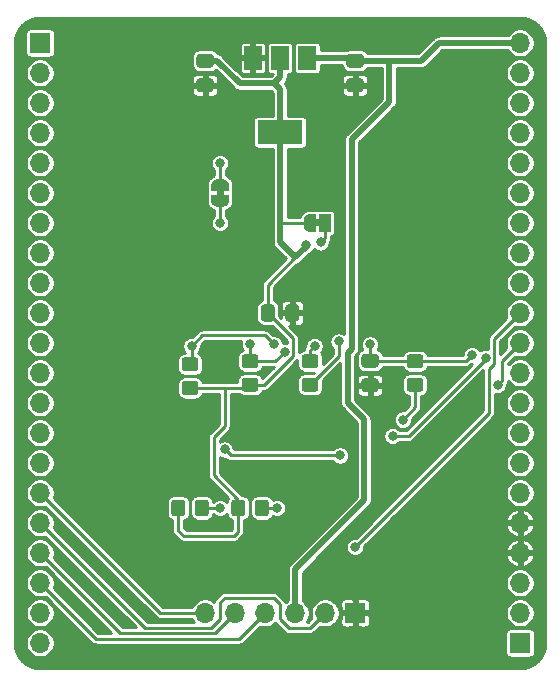
<source format=gbr>
G04 #@! TF.GenerationSoftware,KiCad,Pcbnew,(5.1.9)-1*
G04 #@! TF.CreationDate,2021-03-06T13:20:15+01:00*
G04 #@! TF.ProjectId,Jennic JN5148-001-M04 breakout,4a656e6e-6963-4204-9a4e-353134382d30,rev?*
G04 #@! TF.SameCoordinates,Original*
G04 #@! TF.FileFunction,Copper,L2,Bot*
G04 #@! TF.FilePolarity,Positive*
%FSLAX46Y46*%
G04 Gerber Fmt 4.6, Leading zero omitted, Abs format (unit mm)*
G04 Created by KiCad (PCBNEW (5.1.9)-1) date 2021-03-06 13:20:15*
%MOMM*%
%LPD*%
G01*
G04 APERTURE LIST*
G04 #@! TA.AperFunction,EtchedComponent*
%ADD10C,0.100000*%
G04 #@! TD*
G04 #@! TA.AperFunction,ComponentPad*
%ADD11O,1.700000X1.700000*%
G04 #@! TD*
G04 #@! TA.AperFunction,ComponentPad*
%ADD12R,1.700000X1.700000*%
G04 #@! TD*
G04 #@! TA.AperFunction,SMDPad,CuDef*
%ADD13R,1.500000X2.000000*%
G04 #@! TD*
G04 #@! TA.AperFunction,SMDPad,CuDef*
%ADD14R,3.800000X2.000000*%
G04 #@! TD*
G04 #@! TA.AperFunction,SMDPad,CuDef*
%ADD15C,0.100000*%
G04 #@! TD*
G04 #@! TA.AperFunction,SMDPad,CuDef*
%ADD16R,1.000000X1.500000*%
G04 #@! TD*
G04 #@! TA.AperFunction,ViaPad*
%ADD17C,0.800000*%
G04 #@! TD*
G04 #@! TA.AperFunction,Conductor*
%ADD18C,0.250000*%
G04 #@! TD*
G04 #@! TA.AperFunction,Conductor*
%ADD19C,0.500000*%
G04 #@! TD*
G04 #@! TA.AperFunction,Conductor*
%ADD20C,0.254000*%
G04 #@! TD*
G04 #@! TA.AperFunction,Conductor*
%ADD21C,0.100000*%
G04 #@! TD*
G04 APERTURE END LIST*
D10*
G36*
X147690000Y-91740000D02*
G01*
X148190000Y-91740000D01*
X148190000Y-91140000D01*
X147690000Y-91140000D01*
X147690000Y-91740000D01*
G37*
G36*
X139400000Y-89150000D02*
G01*
X139400000Y-88650000D01*
X140000000Y-88650000D01*
X140000000Y-89150000D01*
X139400000Y-89150000D01*
G37*
G04 #@! TA.AperFunction,SMDPad,CuDef*
G36*
G01*
X145230000Y-99535000D02*
X145230000Y-98585000D01*
G75*
G02*
X145480000Y-98335000I250000J0D01*
G01*
X146155000Y-98335000D01*
G75*
G02*
X146405000Y-98585000I0J-250000D01*
G01*
X146405000Y-99535000D01*
G75*
G02*
X146155000Y-99785000I-250000J0D01*
G01*
X145480000Y-99785000D01*
G75*
G02*
X145230000Y-99535000I0J250000D01*
G01*
G37*
G04 #@! TD.AperFunction*
G04 #@! TA.AperFunction,SMDPad,CuDef*
G36*
G01*
X143155000Y-99535000D02*
X143155000Y-98585000D01*
G75*
G02*
X143405000Y-98335000I250000J0D01*
G01*
X144080000Y-98335000D01*
G75*
G02*
X144330000Y-98585000I0J-250000D01*
G01*
X144330000Y-99535000D01*
G75*
G02*
X144080000Y-99785000I-250000J0D01*
G01*
X143405000Y-99785000D01*
G75*
G02*
X143155000Y-99535000I0J250000D01*
G01*
G37*
G04 #@! TD.AperFunction*
D11*
X165100000Y-76200000D03*
X165100000Y-78740000D03*
X165100000Y-81280000D03*
X165100000Y-83820000D03*
X165100000Y-86360000D03*
X165100000Y-88900000D03*
X165100000Y-91440000D03*
X165100000Y-93980000D03*
X165100000Y-96520000D03*
X165100000Y-99060000D03*
X165100000Y-101600000D03*
X165100000Y-104140000D03*
X165100000Y-106680000D03*
X165100000Y-109220000D03*
X165100000Y-111760000D03*
X165100000Y-114300000D03*
X165100000Y-116840000D03*
X165100000Y-119380000D03*
X165100000Y-121920000D03*
X165100000Y-124460000D03*
D12*
X165100000Y-127000000D03*
D11*
X124460000Y-127000000D03*
X124460000Y-124460000D03*
X124460000Y-121920000D03*
X124460000Y-119380000D03*
X124460000Y-116840000D03*
X124460000Y-114300000D03*
X124460000Y-111760000D03*
X124460000Y-109220000D03*
X124460000Y-106680000D03*
X124460000Y-104140000D03*
X124460000Y-101600000D03*
X124460000Y-99060000D03*
X124460000Y-96520000D03*
X124460000Y-93980000D03*
X124460000Y-91440000D03*
X124460000Y-88900000D03*
X124460000Y-86360000D03*
X124460000Y-83820000D03*
X124460000Y-81280000D03*
X124460000Y-78740000D03*
D12*
X124460000Y-76200000D03*
D13*
X142480000Y-77470000D03*
X147080000Y-77470000D03*
X144780000Y-77470000D03*
D14*
X144780000Y-83770000D03*
G04 #@! TA.AperFunction,SMDPad,CuDef*
G36*
G01*
X142640000Y-116020001D02*
X142640000Y-115119999D01*
G75*
G02*
X142889999Y-114870000I249999J0D01*
G01*
X143590001Y-114870000D01*
G75*
G02*
X143840000Y-115119999I0J-249999D01*
G01*
X143840000Y-116020001D01*
G75*
G02*
X143590001Y-116270000I-249999J0D01*
G01*
X142889999Y-116270000D01*
G75*
G02*
X142640000Y-116020001I0J249999D01*
G01*
G37*
G04 #@! TD.AperFunction*
G04 #@! TA.AperFunction,SMDPad,CuDef*
G36*
G01*
X140640000Y-116020001D02*
X140640000Y-115119999D01*
G75*
G02*
X140889999Y-114870000I249999J0D01*
G01*
X141590001Y-114870000D01*
G75*
G02*
X141840000Y-115119999I0J-249999D01*
G01*
X141840000Y-116020001D01*
G75*
G02*
X141590001Y-116270000I-249999J0D01*
G01*
X140889999Y-116270000D01*
G75*
G02*
X140640000Y-116020001I0J249999D01*
G01*
G37*
G04 #@! TD.AperFunction*
G04 #@! TA.AperFunction,SMDPad,CuDef*
G36*
G01*
X137560000Y-116020001D02*
X137560000Y-115119999D01*
G75*
G02*
X137809999Y-114870000I249999J0D01*
G01*
X138510001Y-114870000D01*
G75*
G02*
X138760000Y-115119999I0J-249999D01*
G01*
X138760000Y-116020001D01*
G75*
G02*
X138510001Y-116270000I-249999J0D01*
G01*
X137809999Y-116270000D01*
G75*
G02*
X137560000Y-116020001I0J249999D01*
G01*
G37*
G04 #@! TD.AperFunction*
G04 #@! TA.AperFunction,SMDPad,CuDef*
G36*
G01*
X135560000Y-116020001D02*
X135560000Y-115119999D01*
G75*
G02*
X135809999Y-114870000I249999J0D01*
G01*
X136510001Y-114870000D01*
G75*
G02*
X136760000Y-115119999I0J-249999D01*
G01*
X136760000Y-116020001D01*
G75*
G02*
X136510001Y-116270000I-249999J0D01*
G01*
X135809999Y-116270000D01*
G75*
G02*
X135560000Y-116020001I0J249999D01*
G01*
G37*
G04 #@! TD.AperFunction*
G04 #@! TA.AperFunction,SMDPad,CuDef*
G36*
G01*
X142690001Y-103740000D02*
X141789999Y-103740000D01*
G75*
G02*
X141540000Y-103490001I0J249999D01*
G01*
X141540000Y-102789999D01*
G75*
G02*
X141789999Y-102540000I249999J0D01*
G01*
X142690001Y-102540000D01*
G75*
G02*
X142940000Y-102789999I0J-249999D01*
G01*
X142940000Y-103490001D01*
G75*
G02*
X142690001Y-103740000I-249999J0D01*
G01*
G37*
G04 #@! TD.AperFunction*
G04 #@! TA.AperFunction,SMDPad,CuDef*
G36*
G01*
X142690001Y-105740000D02*
X141789999Y-105740000D01*
G75*
G02*
X141540000Y-105490001I0J249999D01*
G01*
X141540000Y-104789999D01*
G75*
G02*
X141789999Y-104540000I249999J0D01*
G01*
X142690001Y-104540000D01*
G75*
G02*
X142940000Y-104789999I0J-249999D01*
G01*
X142940000Y-105490001D01*
G75*
G02*
X142690001Y-105740000I-249999J0D01*
G01*
G37*
G04 #@! TD.AperFunction*
G04 #@! TA.AperFunction,SMDPad,CuDef*
G36*
G01*
X137610001Y-104010000D02*
X136709999Y-104010000D01*
G75*
G02*
X136460000Y-103760001I0J249999D01*
G01*
X136460000Y-103059999D01*
G75*
G02*
X136709999Y-102810000I249999J0D01*
G01*
X137610001Y-102810000D01*
G75*
G02*
X137860000Y-103059999I0J-249999D01*
G01*
X137860000Y-103760001D01*
G75*
G02*
X137610001Y-104010000I-249999J0D01*
G01*
G37*
G04 #@! TD.AperFunction*
G04 #@! TA.AperFunction,SMDPad,CuDef*
G36*
G01*
X137610001Y-106010000D02*
X136709999Y-106010000D01*
G75*
G02*
X136460000Y-105760001I0J249999D01*
G01*
X136460000Y-105059999D01*
G75*
G02*
X136709999Y-104810000I249999J0D01*
G01*
X137610001Y-104810000D01*
G75*
G02*
X137860000Y-105059999I0J-249999D01*
G01*
X137860000Y-105760001D01*
G75*
G02*
X137610001Y-106010000I-249999J0D01*
G01*
G37*
G04 #@! TD.AperFunction*
D11*
X138430000Y-124460000D03*
X140970000Y-124460000D03*
X143510000Y-124460000D03*
X146050000Y-124460000D03*
X148590000Y-124460000D03*
D12*
X151130000Y-124460000D03*
G04 #@! TA.AperFunction,SMDPad,CuDef*
G36*
G01*
X137955000Y-79190000D02*
X138905000Y-79190000D01*
G75*
G02*
X139155000Y-79440000I0J-250000D01*
G01*
X139155000Y-80115000D01*
G75*
G02*
X138905000Y-80365000I-250000J0D01*
G01*
X137955000Y-80365000D01*
G75*
G02*
X137705000Y-80115000I0J250000D01*
G01*
X137705000Y-79440000D01*
G75*
G02*
X137955000Y-79190000I250000J0D01*
G01*
G37*
G04 #@! TD.AperFunction*
G04 #@! TA.AperFunction,SMDPad,CuDef*
G36*
G01*
X137955000Y-77115000D02*
X138905000Y-77115000D01*
G75*
G02*
X139155000Y-77365000I0J-250000D01*
G01*
X139155000Y-78040000D01*
G75*
G02*
X138905000Y-78290000I-250000J0D01*
G01*
X137955000Y-78290000D01*
G75*
G02*
X137705000Y-78040000I0J250000D01*
G01*
X137705000Y-77365000D01*
G75*
G02*
X137955000Y-77115000I250000J0D01*
G01*
G37*
G04 #@! TD.AperFunction*
G04 #@! TA.AperFunction,SMDPad,CuDef*
G36*
G01*
X150655000Y-79190000D02*
X151605000Y-79190000D01*
G75*
G02*
X151855000Y-79440000I0J-250000D01*
G01*
X151855000Y-80115000D01*
G75*
G02*
X151605000Y-80365000I-250000J0D01*
G01*
X150655000Y-80365000D01*
G75*
G02*
X150405000Y-80115000I0J250000D01*
G01*
X150405000Y-79440000D01*
G75*
G02*
X150655000Y-79190000I250000J0D01*
G01*
G37*
G04 #@! TD.AperFunction*
G04 #@! TA.AperFunction,SMDPad,CuDef*
G36*
G01*
X150655000Y-77115000D02*
X151605000Y-77115000D01*
G75*
G02*
X151855000Y-77365000I0J-250000D01*
G01*
X151855000Y-78040000D01*
G75*
G02*
X151605000Y-78290000I-250000J0D01*
G01*
X150655000Y-78290000D01*
G75*
G02*
X150405000Y-78040000I0J250000D01*
G01*
X150405000Y-77365000D01*
G75*
G02*
X150655000Y-77115000I250000J0D01*
G01*
G37*
G04 #@! TD.AperFunction*
G04 #@! TA.AperFunction,SMDPad,CuDef*
G36*
G01*
X147770001Y-103740000D02*
X146869999Y-103740000D01*
G75*
G02*
X146620000Y-103490001I0J249999D01*
G01*
X146620000Y-102789999D01*
G75*
G02*
X146869999Y-102540000I249999J0D01*
G01*
X147770001Y-102540000D01*
G75*
G02*
X148020000Y-102789999I0J-249999D01*
G01*
X148020000Y-103490001D01*
G75*
G02*
X147770001Y-103740000I-249999J0D01*
G01*
G37*
G04 #@! TD.AperFunction*
G04 #@! TA.AperFunction,SMDPad,CuDef*
G36*
G01*
X147770001Y-105740000D02*
X146869999Y-105740000D01*
G75*
G02*
X146620000Y-105490001I0J249999D01*
G01*
X146620000Y-104789999D01*
G75*
G02*
X146869999Y-104540000I249999J0D01*
G01*
X147770001Y-104540000D01*
G75*
G02*
X148020000Y-104789999I0J-249999D01*
G01*
X148020000Y-105490001D01*
G75*
G02*
X147770001Y-105740000I-249999J0D01*
G01*
G37*
G04 #@! TD.AperFunction*
G04 #@! TA.AperFunction,SMDPad,CuDef*
G36*
G01*
X156660001Y-103740000D02*
X155759999Y-103740000D01*
G75*
G02*
X155510000Y-103490001I0J249999D01*
G01*
X155510000Y-102789999D01*
G75*
G02*
X155759999Y-102540000I249999J0D01*
G01*
X156660001Y-102540000D01*
G75*
G02*
X156910000Y-102789999I0J-249999D01*
G01*
X156910000Y-103490001D01*
G75*
G02*
X156660001Y-103740000I-249999J0D01*
G01*
G37*
G04 #@! TD.AperFunction*
G04 #@! TA.AperFunction,SMDPad,CuDef*
G36*
G01*
X156660001Y-105740000D02*
X155759999Y-105740000D01*
G75*
G02*
X155510000Y-105490001I0J249999D01*
G01*
X155510000Y-104789999D01*
G75*
G02*
X155759999Y-104540000I249999J0D01*
G01*
X156660001Y-104540000D01*
G75*
G02*
X156910000Y-104789999I0J-249999D01*
G01*
X156910000Y-105490001D01*
G75*
G02*
X156660001Y-105740000I-249999J0D01*
G01*
G37*
G04 #@! TD.AperFunction*
G04 #@! TA.AperFunction,SMDPad,CuDef*
G36*
G01*
X151925000Y-104590000D02*
X152875000Y-104590000D01*
G75*
G02*
X153125000Y-104840000I0J-250000D01*
G01*
X153125000Y-105515000D01*
G75*
G02*
X152875000Y-105765000I-250000J0D01*
G01*
X151925000Y-105765000D01*
G75*
G02*
X151675000Y-105515000I0J250000D01*
G01*
X151675000Y-104840000D01*
G75*
G02*
X151925000Y-104590000I250000J0D01*
G01*
G37*
G04 #@! TD.AperFunction*
G04 #@! TA.AperFunction,SMDPad,CuDef*
G36*
G01*
X151925000Y-102515000D02*
X152875000Y-102515000D01*
G75*
G02*
X153125000Y-102765000I0J-250000D01*
G01*
X153125000Y-103440000D01*
G75*
G02*
X152875000Y-103690000I-250000J0D01*
G01*
X151925000Y-103690000D01*
G75*
G02*
X151675000Y-103440000I0J250000D01*
G01*
X151675000Y-102765000D01*
G75*
G02*
X151925000Y-102515000I250000J0D01*
G01*
G37*
G04 #@! TD.AperFunction*
G04 #@! TA.AperFunction,SMDPad,CuDef*
D15*
G36*
X147840000Y-92190000D02*
G01*
X147290000Y-92190000D01*
X147290000Y-92189398D01*
X147265466Y-92189398D01*
X147216635Y-92184588D01*
X147168510Y-92175016D01*
X147121555Y-92160772D01*
X147076222Y-92141995D01*
X147032949Y-92118864D01*
X146992150Y-92091604D01*
X146954221Y-92060476D01*
X146919524Y-92025779D01*
X146888396Y-91987850D01*
X146861136Y-91947051D01*
X146838005Y-91903778D01*
X146819228Y-91858445D01*
X146804984Y-91811490D01*
X146795412Y-91763365D01*
X146790602Y-91714534D01*
X146790602Y-91690000D01*
X146790000Y-91690000D01*
X146790000Y-91190000D01*
X146790602Y-91190000D01*
X146790602Y-91165466D01*
X146795412Y-91116635D01*
X146804984Y-91068510D01*
X146819228Y-91021555D01*
X146838005Y-90976222D01*
X146861136Y-90932949D01*
X146888396Y-90892150D01*
X146919524Y-90854221D01*
X146954221Y-90819524D01*
X146992150Y-90788396D01*
X147032949Y-90761136D01*
X147076222Y-90738005D01*
X147121555Y-90719228D01*
X147168510Y-90704984D01*
X147216635Y-90695412D01*
X147265466Y-90690602D01*
X147290000Y-90690602D01*
X147290000Y-90690000D01*
X147840000Y-90690000D01*
X147840000Y-92190000D01*
G37*
G04 #@! TD.AperFunction*
D16*
X148590000Y-91440000D03*
G04 #@! TA.AperFunction,SMDPad,CuDef*
D15*
G36*
X149890000Y-90690602D02*
G01*
X149914534Y-90690602D01*
X149963365Y-90695412D01*
X150011490Y-90704984D01*
X150058445Y-90719228D01*
X150103778Y-90738005D01*
X150147051Y-90761136D01*
X150187850Y-90788396D01*
X150225779Y-90819524D01*
X150260476Y-90854221D01*
X150291604Y-90892150D01*
X150318864Y-90932949D01*
X150341995Y-90976222D01*
X150360772Y-91021555D01*
X150375016Y-91068510D01*
X150384588Y-91116635D01*
X150389398Y-91165466D01*
X150389398Y-91190000D01*
X150390000Y-91190000D01*
X150390000Y-91690000D01*
X150389398Y-91690000D01*
X150389398Y-91714534D01*
X150384588Y-91763365D01*
X150375016Y-91811490D01*
X150360772Y-91858445D01*
X150341995Y-91903778D01*
X150318864Y-91947051D01*
X150291604Y-91987850D01*
X150260476Y-92025779D01*
X150225779Y-92060476D01*
X150187850Y-92091604D01*
X150147051Y-92118864D01*
X150103778Y-92141995D01*
X150058445Y-92160772D01*
X150011490Y-92175016D01*
X149963365Y-92184588D01*
X149914534Y-92189398D01*
X149890000Y-92189398D01*
X149890000Y-92190000D01*
X149340000Y-92190000D01*
X149340000Y-90690000D01*
X149890000Y-90690000D01*
X149890000Y-90690602D01*
G37*
G04 #@! TD.AperFunction*
G04 #@! TA.AperFunction,SMDPad,CuDef*
G36*
X138950000Y-88750000D02*
G01*
X138950000Y-88250000D01*
X138950602Y-88250000D01*
X138950602Y-88225466D01*
X138955412Y-88176635D01*
X138964984Y-88128510D01*
X138979228Y-88081555D01*
X138998005Y-88036222D01*
X139021136Y-87992949D01*
X139048396Y-87952150D01*
X139079524Y-87914221D01*
X139114221Y-87879524D01*
X139152150Y-87848396D01*
X139192949Y-87821136D01*
X139236222Y-87798005D01*
X139281555Y-87779228D01*
X139328510Y-87764984D01*
X139376635Y-87755412D01*
X139425466Y-87750602D01*
X139450000Y-87750602D01*
X139450000Y-87750000D01*
X139950000Y-87750000D01*
X139950000Y-87750602D01*
X139974534Y-87750602D01*
X140023365Y-87755412D01*
X140071490Y-87764984D01*
X140118445Y-87779228D01*
X140163778Y-87798005D01*
X140207051Y-87821136D01*
X140247850Y-87848396D01*
X140285779Y-87879524D01*
X140320476Y-87914221D01*
X140351604Y-87952150D01*
X140378864Y-87992949D01*
X140401995Y-88036222D01*
X140420772Y-88081555D01*
X140435016Y-88128510D01*
X140444588Y-88176635D01*
X140449398Y-88225466D01*
X140449398Y-88250000D01*
X140450000Y-88250000D01*
X140450000Y-88750000D01*
X138950000Y-88750000D01*
G37*
G04 #@! TD.AperFunction*
G04 #@! TA.AperFunction,SMDPad,CuDef*
G36*
X140449398Y-89550000D02*
G01*
X140449398Y-89574534D01*
X140444588Y-89623365D01*
X140435016Y-89671490D01*
X140420772Y-89718445D01*
X140401995Y-89763778D01*
X140378864Y-89807051D01*
X140351604Y-89847850D01*
X140320476Y-89885779D01*
X140285779Y-89920476D01*
X140247850Y-89951604D01*
X140207051Y-89978864D01*
X140163778Y-90001995D01*
X140118445Y-90020772D01*
X140071490Y-90035016D01*
X140023365Y-90044588D01*
X139974534Y-90049398D01*
X139950000Y-90049398D01*
X139950000Y-90050000D01*
X139450000Y-90050000D01*
X139450000Y-90049398D01*
X139425466Y-90049398D01*
X139376635Y-90044588D01*
X139328510Y-90035016D01*
X139281555Y-90020772D01*
X139236222Y-90001995D01*
X139192949Y-89978864D01*
X139152150Y-89951604D01*
X139114221Y-89920476D01*
X139079524Y-89885779D01*
X139048396Y-89847850D01*
X139021136Y-89807051D01*
X138998005Y-89763778D01*
X138979228Y-89718445D01*
X138964984Y-89671490D01*
X138955412Y-89623365D01*
X138950602Y-89574534D01*
X138950602Y-89550000D01*
X138950000Y-89550000D01*
X138950000Y-89050000D01*
X140450000Y-89050000D01*
X140450000Y-89550000D01*
X140449398Y-89550000D01*
G37*
G04 #@! TD.AperFunction*
D17*
X139700000Y-86360000D03*
X139700000Y-91440000D03*
X155176207Y-108094793D03*
X146939000Y-93345000D03*
X148209000Y-93091000D03*
X139700000Y-82550000D03*
X149860000Y-82550000D03*
X149860000Y-85090000D03*
X139700000Y-85090000D03*
X132080000Y-85090000D03*
X129667000Y-84963000D03*
X129540000Y-82550000D03*
X127508000Y-82296000D03*
X127000000Y-80010000D03*
X133350000Y-86360000D03*
X132080000Y-90170000D03*
X132842000Y-95631000D03*
X156210000Y-83820000D03*
X157480000Y-82550000D03*
X158750000Y-81280000D03*
X160020000Y-80010000D03*
X162306000Y-79883000D03*
X162560000Y-77470000D03*
X157480000Y-87630000D03*
X157099000Y-95504000D03*
X158115000Y-101854000D03*
X157988000Y-105537000D03*
X158115000Y-108966000D03*
X161417000Y-112776000D03*
X156083000Y-111379000D03*
X158115000Y-114681000D03*
X147320000Y-113030000D03*
X153670000Y-119380000D03*
X157480000Y-119380000D03*
X146050000Y-118110000D03*
X142240000Y-119634000D03*
X147320000Y-121920000D03*
X144780000Y-121920000D03*
X130175000Y-113919000D03*
X132080000Y-118618000D03*
X134620000Y-109220000D03*
X134620000Y-101600000D03*
X134620000Y-96520000D03*
X130302000Y-101219000D03*
X130556000Y-105283000D03*
X135890000Y-104140000D03*
X127000000Y-113030000D03*
X134620000Y-115570000D03*
X143510000Y-106680000D03*
X139827000Y-102997000D03*
X149860000Y-99060000D03*
X149733000Y-93599000D03*
X142875000Y-93599000D03*
X142494000Y-90932000D03*
X138049000Y-93726000D03*
X146939000Y-88392000D03*
X142240000Y-88773000D03*
X146939000Y-80645000D03*
X142494000Y-80772000D03*
X138430000Y-76200000D03*
X149860000Y-76200000D03*
X135890000Y-123190000D03*
X135890000Y-128270000D03*
X127000000Y-128270000D03*
X154940000Y-116840000D03*
X153670000Y-114300000D03*
X145288000Y-107696000D03*
X149860000Y-107950000D03*
X153416000Y-96012000D03*
X149733000Y-101473000D03*
X152400000Y-101727000D03*
X161036000Y-102616000D03*
X147701000Y-101854000D03*
X142240000Y-101727000D03*
X145161000Y-102362000D03*
X151130000Y-118872000D03*
X154305000Y-109474000D03*
X162179000Y-102870000D03*
X163199989Y-105156000D03*
X149860000Y-111125000D03*
X140081000Y-110617000D03*
X144272000Y-101727000D03*
X137287000Y-101854000D03*
X139700000Y-115570000D03*
X144526000Y-115570000D03*
D18*
X139700000Y-86360000D02*
X139700000Y-88250000D01*
X139700000Y-91440000D02*
X139700000Y-89550000D01*
D19*
X144780000Y-79121000D02*
X144780000Y-77470000D01*
X144780000Y-80137000D02*
X144272000Y-79629000D01*
X144272000Y-79629000D02*
X144780000Y-79121000D01*
X144780000Y-83770000D02*
X144780000Y-80137000D01*
X141351000Y-79629000D02*
X144272000Y-79629000D01*
X139424500Y-77702500D02*
X141351000Y-79629000D01*
X138430000Y-77702500D02*
X139424500Y-77702500D01*
X144780000Y-93091000D02*
X146050000Y-94361000D01*
X144780000Y-91440000D02*
X144780000Y-93091000D01*
D18*
X147290000Y-91440000D02*
X144780000Y-91440000D01*
D19*
X144780000Y-83770000D02*
X144780000Y-91440000D01*
D18*
X141240000Y-115570000D02*
X141240000Y-117586000D01*
X141240000Y-117586000D02*
X140843000Y-117983000D01*
X140843000Y-117983000D02*
X136652000Y-117983000D01*
X136160000Y-117491000D02*
X136160000Y-115570000D01*
X136652000Y-117983000D02*
X136160000Y-117491000D01*
X141970000Y-105410000D02*
X142240000Y-105140000D01*
X137160000Y-105410000D02*
X140081000Y-105410000D01*
X140081000Y-105410000D02*
X141970000Y-105410000D01*
X143742500Y-96668500D02*
X146050000Y-94361000D01*
X143742500Y-99060000D02*
X143742500Y-96668500D01*
X145886001Y-101203501D02*
X145886001Y-102710001D01*
X143742500Y-99060000D02*
X145886001Y-101203501D01*
X143456002Y-105140000D02*
X142240000Y-105140000D01*
X145886001Y-102710001D02*
X143456002Y-105140000D01*
X156210000Y-107061000D02*
X155176207Y-108094793D01*
X156210000Y-105140000D02*
X156210000Y-107061000D01*
D19*
X146050000Y-94361000D02*
X146939000Y-93472000D01*
X146939000Y-93472000D02*
X146939000Y-93345000D01*
D18*
X139165499Y-112795499D02*
X141240000Y-114870000D01*
X139165499Y-109570499D02*
X139165499Y-112795499D01*
X140081000Y-108654996D02*
X139165499Y-109570499D01*
X140081000Y-105410000D02*
X140081000Y-108654996D01*
X141240000Y-114870000D02*
X141240000Y-115570000D01*
X148590000Y-91440000D02*
X148590000Y-92710000D01*
X148590000Y-92710000D02*
X148209000Y-93091000D01*
X149733000Y-102727000D02*
X149733000Y-101473000D01*
X147320000Y-105140000D02*
X149733000Y-102727000D01*
X152400000Y-101727000D02*
X152400000Y-103102500D01*
X156172500Y-103102500D02*
X156210000Y-103140000D01*
X152400000Y-103102500D02*
X156172500Y-103102500D01*
X160512000Y-103140000D02*
X161036000Y-102616000D01*
X156210000Y-103140000D02*
X160512000Y-103140000D01*
X147320000Y-102235000D02*
X147701000Y-101854000D01*
X147320000Y-103140000D02*
X147320000Y-102235000D01*
X142240000Y-101727000D02*
X142240000Y-103140000D01*
X144383000Y-103140000D02*
X142240000Y-103140000D01*
X145161000Y-102362000D02*
X144383000Y-103140000D01*
X162904002Y-103345002D02*
X162904002Y-101255998D01*
X151130000Y-118872000D02*
X162474981Y-107527019D01*
X162474981Y-103774023D02*
X162904002Y-103345002D01*
X162904002Y-101255998D02*
X165100000Y-99060000D01*
X162474981Y-107527019D02*
X162474981Y-103774023D01*
X154305000Y-109474000D02*
X155666520Y-109474000D01*
X155666520Y-109474000D02*
X161949898Y-103190622D01*
X162179000Y-102961520D02*
X162179000Y-102870000D01*
X161949898Y-103190622D02*
X162179000Y-102961520D01*
X165100000Y-101600000D02*
X163599982Y-103100018D01*
X163599982Y-103100018D02*
X163599982Y-104756007D01*
X163599982Y-104756007D02*
X163199989Y-105156000D01*
X140589000Y-111125000D02*
X140081000Y-110617000D01*
X149860000Y-111125000D02*
X140589000Y-111125000D01*
X144272000Y-101727000D02*
X143510000Y-100965000D01*
X137287000Y-101854000D02*
X137287000Y-103283000D01*
X137287000Y-103283000D02*
X137160000Y-103410000D01*
X143510000Y-100965000D02*
X138176000Y-100965000D01*
X138176000Y-100965000D02*
X137287000Y-101854000D01*
X129170022Y-126630022D02*
X125309999Y-122769999D01*
X141339978Y-126630022D02*
X129170022Y-126630022D01*
X143510000Y-124460000D02*
X141339978Y-126630022D01*
X125309999Y-122769999D02*
X124460000Y-121920000D01*
X125309999Y-120229999D02*
X124460000Y-119380000D01*
X139249989Y-126180011D02*
X131260011Y-126180011D01*
X140970000Y-124460000D02*
X139249989Y-126180011D01*
X131260011Y-126180011D02*
X125309999Y-120229999D01*
X133350000Y-125730000D02*
X124460000Y-116840000D01*
X139700000Y-124968000D02*
X138938000Y-125730000D01*
X140081000Y-123190000D02*
X139700000Y-123571000D01*
X139700000Y-123571000D02*
X139700000Y-124968000D01*
X144272000Y-123190000D02*
X140081000Y-123190000D01*
X144780000Y-123698000D02*
X144272000Y-123190000D01*
X138938000Y-125730000D02*
X133350000Y-125730000D01*
X144780000Y-125012001D02*
X144780000Y-123698000D01*
X145497999Y-125730000D02*
X144780000Y-125012001D01*
X147320000Y-125730000D02*
X145497999Y-125730000D01*
X148590000Y-124460000D02*
X147320000Y-125730000D01*
X134620000Y-124460000D02*
X124460000Y-114300000D01*
X138430000Y-124460000D02*
X134620000Y-124460000D01*
D19*
X150897500Y-77470000D02*
X151130000Y-77702500D01*
X147080000Y-77470000D02*
X150897500Y-77470000D01*
X158242000Y-76200000D02*
X165100000Y-76200000D01*
X156739500Y-77702500D02*
X158242000Y-76200000D01*
X154029500Y-77702500D02*
X156739500Y-77702500D01*
X151130000Y-77702500D02*
X154029500Y-77702500D01*
X150840010Y-84363990D02*
X154029500Y-81174500D01*
X150840010Y-102090064D02*
X150840010Y-84363990D01*
X150495000Y-102435074D02*
X150840010Y-102090064D01*
X150495000Y-106680000D02*
X150495000Y-102435074D01*
X151892000Y-108077000D02*
X150495000Y-106680000D01*
X151892000Y-114935000D02*
X151892000Y-108077000D01*
X146050000Y-120777000D02*
X151892000Y-114935000D01*
X154029500Y-81174500D02*
X154029500Y-77702500D01*
X146050000Y-124460000D02*
X146050000Y-120777000D01*
D18*
X138160000Y-115570000D02*
X139700000Y-115570000D01*
X144526000Y-115570000D02*
X143240000Y-115570000D01*
D20*
X165514115Y-74108551D02*
X165912462Y-74228819D01*
X166279864Y-74424170D01*
X166602317Y-74687157D01*
X166867553Y-75007773D01*
X167065460Y-75373795D01*
X167188506Y-75771291D01*
X167234000Y-76204137D01*
X167234001Y-126980136D01*
X167191449Y-127414115D01*
X167071181Y-127812464D01*
X166875831Y-128179862D01*
X166612845Y-128502315D01*
X166292226Y-128767554D01*
X165926204Y-128965461D01*
X165528708Y-129088506D01*
X165095863Y-129134000D01*
X124479854Y-129134000D01*
X124045885Y-129091449D01*
X123647536Y-128971181D01*
X123280138Y-128775831D01*
X122957685Y-128512845D01*
X122692446Y-128192226D01*
X122494539Y-127826204D01*
X122371494Y-127428708D01*
X122326000Y-126995863D01*
X122326000Y-126878757D01*
X123229000Y-126878757D01*
X123229000Y-127121243D01*
X123276307Y-127359069D01*
X123369102Y-127583097D01*
X123503820Y-127784717D01*
X123675283Y-127956180D01*
X123876903Y-128090898D01*
X124100931Y-128183693D01*
X124338757Y-128231000D01*
X124581243Y-128231000D01*
X124819069Y-128183693D01*
X125043097Y-128090898D01*
X125244717Y-127956180D01*
X125416180Y-127784717D01*
X125550898Y-127583097D01*
X125643693Y-127359069D01*
X125691000Y-127121243D01*
X125691000Y-126878757D01*
X125643693Y-126640931D01*
X125550898Y-126416903D01*
X125416180Y-126215283D01*
X125244717Y-126043820D01*
X125043097Y-125909102D01*
X124819069Y-125816307D01*
X124581243Y-125769000D01*
X124338757Y-125769000D01*
X124100931Y-125816307D01*
X123876903Y-125909102D01*
X123675283Y-126043820D01*
X123503820Y-126215283D01*
X123369102Y-126416903D01*
X123276307Y-126640931D01*
X123229000Y-126878757D01*
X122326000Y-126878757D01*
X122326000Y-124338757D01*
X123229000Y-124338757D01*
X123229000Y-124581243D01*
X123276307Y-124819069D01*
X123369102Y-125043097D01*
X123503820Y-125244717D01*
X123675283Y-125416180D01*
X123876903Y-125550898D01*
X124100931Y-125643693D01*
X124338757Y-125691000D01*
X124581243Y-125691000D01*
X124819069Y-125643693D01*
X125043097Y-125550898D01*
X125244717Y-125416180D01*
X125416180Y-125244717D01*
X125550898Y-125043097D01*
X125643693Y-124819069D01*
X125691000Y-124581243D01*
X125691000Y-124338757D01*
X125643693Y-124100931D01*
X125550898Y-123876903D01*
X125416180Y-123675283D01*
X125244717Y-123503820D01*
X125043097Y-123369102D01*
X124819069Y-123276307D01*
X124581243Y-123229000D01*
X124338757Y-123229000D01*
X124100931Y-123276307D01*
X123876903Y-123369102D01*
X123675283Y-123503820D01*
X123503820Y-123675283D01*
X123369102Y-123876903D01*
X123276307Y-124100931D01*
X123229000Y-124338757D01*
X122326000Y-124338757D01*
X122326000Y-114178757D01*
X123229000Y-114178757D01*
X123229000Y-114421243D01*
X123276307Y-114659069D01*
X123369102Y-114883097D01*
X123503820Y-115084717D01*
X123675283Y-115256180D01*
X123876903Y-115390898D01*
X124100931Y-115483693D01*
X124338757Y-115531000D01*
X124581243Y-115531000D01*
X124819069Y-115483693D01*
X124896167Y-115451758D01*
X134244628Y-124800220D01*
X134260473Y-124819527D01*
X134337521Y-124882759D01*
X134425425Y-124929745D01*
X134520807Y-124958678D01*
X134620000Y-124968448D01*
X134644854Y-124966000D01*
X137307168Y-124966000D01*
X137339102Y-125043097D01*
X137459977Y-125224000D01*
X133559592Y-125224000D01*
X125611758Y-117276167D01*
X125643693Y-117199069D01*
X125691000Y-116961243D01*
X125691000Y-116718757D01*
X125643693Y-116480931D01*
X125550898Y-116256903D01*
X125416180Y-116055283D01*
X125244717Y-115883820D01*
X125043097Y-115749102D01*
X124819069Y-115656307D01*
X124581243Y-115609000D01*
X124338757Y-115609000D01*
X124100931Y-115656307D01*
X123876903Y-115749102D01*
X123675283Y-115883820D01*
X123503820Y-116055283D01*
X123369102Y-116256903D01*
X123276307Y-116480931D01*
X123229000Y-116718757D01*
X123229000Y-116961243D01*
X123276307Y-117199069D01*
X123369102Y-117423097D01*
X123503820Y-117624717D01*
X123675283Y-117796180D01*
X123876903Y-117930898D01*
X124100931Y-118023693D01*
X124338757Y-118071000D01*
X124581243Y-118071000D01*
X124819069Y-118023693D01*
X124896167Y-117991758D01*
X132578419Y-125674011D01*
X131469603Y-125674011D01*
X125685374Y-119889783D01*
X125685369Y-119889777D01*
X125611758Y-119816166D01*
X125643693Y-119739069D01*
X125691000Y-119501243D01*
X125691000Y-119258757D01*
X125643693Y-119020931D01*
X125550898Y-118796903D01*
X125416180Y-118595283D01*
X125244717Y-118423820D01*
X125043097Y-118289102D01*
X124819069Y-118196307D01*
X124581243Y-118149000D01*
X124338757Y-118149000D01*
X124100931Y-118196307D01*
X123876903Y-118289102D01*
X123675283Y-118423820D01*
X123503820Y-118595283D01*
X123369102Y-118796903D01*
X123276307Y-119020931D01*
X123229000Y-119258757D01*
X123229000Y-119501243D01*
X123276307Y-119739069D01*
X123369102Y-119963097D01*
X123503820Y-120164717D01*
X123675283Y-120336180D01*
X123876903Y-120470898D01*
X124100931Y-120563693D01*
X124338757Y-120611000D01*
X124581243Y-120611000D01*
X124819069Y-120563693D01*
X124896166Y-120531758D01*
X124969777Y-120605369D01*
X124969783Y-120605374D01*
X130488430Y-126124022D01*
X129379614Y-126124022D01*
X125685374Y-122429783D01*
X125685369Y-122429777D01*
X125611758Y-122356166D01*
X125643693Y-122279069D01*
X125691000Y-122041243D01*
X125691000Y-121798757D01*
X125643693Y-121560931D01*
X125550898Y-121336903D01*
X125416180Y-121135283D01*
X125244717Y-120963820D01*
X125043097Y-120829102D01*
X124819069Y-120736307D01*
X124581243Y-120689000D01*
X124338757Y-120689000D01*
X124100931Y-120736307D01*
X123876903Y-120829102D01*
X123675283Y-120963820D01*
X123503820Y-121135283D01*
X123369102Y-121336903D01*
X123276307Y-121560931D01*
X123229000Y-121798757D01*
X123229000Y-122041243D01*
X123276307Y-122279069D01*
X123369102Y-122503097D01*
X123503820Y-122704717D01*
X123675283Y-122876180D01*
X123876903Y-123010898D01*
X124100931Y-123103693D01*
X124338757Y-123151000D01*
X124581243Y-123151000D01*
X124819069Y-123103693D01*
X124896166Y-123071758D01*
X124969777Y-123145369D01*
X124969783Y-123145374D01*
X128794650Y-126970242D01*
X128810495Y-126989549D01*
X128887543Y-127052781D01*
X128956385Y-127089578D01*
X128975447Y-127099767D01*
X129070829Y-127128700D01*
X129170022Y-127138470D01*
X129194876Y-127136022D01*
X141315132Y-127136022D01*
X141339978Y-127138469D01*
X141364824Y-127136022D01*
X141364832Y-127136022D01*
X141439171Y-127128700D01*
X141534553Y-127099767D01*
X141622457Y-127052781D01*
X141699505Y-126989549D01*
X141715354Y-126970237D01*
X143073833Y-125611758D01*
X143150931Y-125643693D01*
X143388757Y-125691000D01*
X143631243Y-125691000D01*
X143869069Y-125643693D01*
X144093097Y-125550898D01*
X144294717Y-125416180D01*
X144383915Y-125326982D01*
X144420473Y-125371528D01*
X144439785Y-125387377D01*
X145122627Y-126070220D01*
X145138472Y-126089527D01*
X145215520Y-126152759D01*
X145266505Y-126180011D01*
X145303424Y-126199745D01*
X145398806Y-126228678D01*
X145497999Y-126238448D01*
X145522853Y-126236000D01*
X147295154Y-126236000D01*
X147320000Y-126238447D01*
X147344846Y-126236000D01*
X147344854Y-126236000D01*
X147419193Y-126228678D01*
X147514575Y-126199745D01*
X147602479Y-126152759D01*
X147605840Y-126150000D01*
X163867157Y-126150000D01*
X163867157Y-127850000D01*
X163874513Y-127924689D01*
X163896299Y-127996508D01*
X163931678Y-128062696D01*
X163979289Y-128120711D01*
X164037304Y-128168322D01*
X164103492Y-128203701D01*
X164175311Y-128225487D01*
X164250000Y-128232843D01*
X165950000Y-128232843D01*
X166024689Y-128225487D01*
X166096508Y-128203701D01*
X166162696Y-128168322D01*
X166220711Y-128120711D01*
X166268322Y-128062696D01*
X166303701Y-127996508D01*
X166325487Y-127924689D01*
X166332843Y-127850000D01*
X166332843Y-126150000D01*
X166325487Y-126075311D01*
X166303701Y-126003492D01*
X166268322Y-125937304D01*
X166220711Y-125879289D01*
X166162696Y-125831678D01*
X166096508Y-125796299D01*
X166024689Y-125774513D01*
X165950000Y-125767157D01*
X164250000Y-125767157D01*
X164175311Y-125774513D01*
X164103492Y-125796299D01*
X164037304Y-125831678D01*
X163979289Y-125879289D01*
X163931678Y-125937304D01*
X163896299Y-126003492D01*
X163874513Y-126075311D01*
X163867157Y-126150000D01*
X147605840Y-126150000D01*
X147679527Y-126089527D01*
X147695376Y-126070215D01*
X148153833Y-125611758D01*
X148230931Y-125643693D01*
X148468757Y-125691000D01*
X148711243Y-125691000D01*
X148949069Y-125643693D01*
X149173097Y-125550898D01*
X149374717Y-125416180D01*
X149480897Y-125310000D01*
X149897157Y-125310000D01*
X149904513Y-125384689D01*
X149926299Y-125456508D01*
X149961678Y-125522696D01*
X150009289Y-125580711D01*
X150067304Y-125628322D01*
X150133492Y-125663701D01*
X150205311Y-125685487D01*
X150280000Y-125692843D01*
X150907750Y-125691000D01*
X151003000Y-125595750D01*
X151003000Y-124587000D01*
X151257000Y-124587000D01*
X151257000Y-125595750D01*
X151352250Y-125691000D01*
X151980000Y-125692843D01*
X152054689Y-125685487D01*
X152126508Y-125663701D01*
X152192696Y-125628322D01*
X152250711Y-125580711D01*
X152298322Y-125522696D01*
X152333701Y-125456508D01*
X152355487Y-125384689D01*
X152362843Y-125310000D01*
X152361000Y-124682250D01*
X152265750Y-124587000D01*
X151257000Y-124587000D01*
X151003000Y-124587000D01*
X149994250Y-124587000D01*
X149899000Y-124682250D01*
X149897157Y-125310000D01*
X149480897Y-125310000D01*
X149546180Y-125244717D01*
X149680898Y-125043097D01*
X149773693Y-124819069D01*
X149821000Y-124581243D01*
X149821000Y-124338757D01*
X163869000Y-124338757D01*
X163869000Y-124581243D01*
X163916307Y-124819069D01*
X164009102Y-125043097D01*
X164143820Y-125244717D01*
X164315283Y-125416180D01*
X164516903Y-125550898D01*
X164740931Y-125643693D01*
X164978757Y-125691000D01*
X165221243Y-125691000D01*
X165459069Y-125643693D01*
X165683097Y-125550898D01*
X165884717Y-125416180D01*
X166056180Y-125244717D01*
X166190898Y-125043097D01*
X166283693Y-124819069D01*
X166331000Y-124581243D01*
X166331000Y-124338757D01*
X166283693Y-124100931D01*
X166190898Y-123876903D01*
X166056180Y-123675283D01*
X165884717Y-123503820D01*
X165683097Y-123369102D01*
X165459069Y-123276307D01*
X165221243Y-123229000D01*
X164978757Y-123229000D01*
X164740931Y-123276307D01*
X164516903Y-123369102D01*
X164315283Y-123503820D01*
X164143820Y-123675283D01*
X164009102Y-123876903D01*
X163916307Y-124100931D01*
X163869000Y-124338757D01*
X149821000Y-124338757D01*
X149773693Y-124100931D01*
X149680898Y-123876903D01*
X149546180Y-123675283D01*
X149480897Y-123610000D01*
X149897157Y-123610000D01*
X149899000Y-124237750D01*
X149994250Y-124333000D01*
X151003000Y-124333000D01*
X151003000Y-123324250D01*
X151257000Y-123324250D01*
X151257000Y-124333000D01*
X152265750Y-124333000D01*
X152361000Y-124237750D01*
X152362843Y-123610000D01*
X152355487Y-123535311D01*
X152333701Y-123463492D01*
X152298322Y-123397304D01*
X152250711Y-123339289D01*
X152192696Y-123291678D01*
X152126508Y-123256299D01*
X152054689Y-123234513D01*
X151980000Y-123227157D01*
X151352250Y-123229000D01*
X151257000Y-123324250D01*
X151003000Y-123324250D01*
X150907750Y-123229000D01*
X150280000Y-123227157D01*
X150205311Y-123234513D01*
X150133492Y-123256299D01*
X150067304Y-123291678D01*
X150009289Y-123339289D01*
X149961678Y-123397304D01*
X149926299Y-123463492D01*
X149904513Y-123535311D01*
X149897157Y-123610000D01*
X149480897Y-123610000D01*
X149374717Y-123503820D01*
X149173097Y-123369102D01*
X148949069Y-123276307D01*
X148711243Y-123229000D01*
X148468757Y-123229000D01*
X148230931Y-123276307D01*
X148006903Y-123369102D01*
X147805283Y-123503820D01*
X147633820Y-123675283D01*
X147499102Y-123876903D01*
X147406307Y-124100931D01*
X147359000Y-124338757D01*
X147359000Y-124581243D01*
X147406307Y-124819069D01*
X147438242Y-124896167D01*
X147110409Y-125224000D01*
X147020023Y-125224000D01*
X147140898Y-125043097D01*
X147233693Y-124819069D01*
X147281000Y-124581243D01*
X147281000Y-124338757D01*
X147233693Y-124100931D01*
X147140898Y-123876903D01*
X147006180Y-123675283D01*
X146834717Y-123503820D01*
X146681000Y-123401110D01*
X146681000Y-121798757D01*
X163869000Y-121798757D01*
X163869000Y-122041243D01*
X163916307Y-122279069D01*
X164009102Y-122503097D01*
X164143820Y-122704717D01*
X164315283Y-122876180D01*
X164516903Y-123010898D01*
X164740931Y-123103693D01*
X164978757Y-123151000D01*
X165221243Y-123151000D01*
X165459069Y-123103693D01*
X165683097Y-123010898D01*
X165884717Y-122876180D01*
X166056180Y-122704717D01*
X166190898Y-122503097D01*
X166283693Y-122279069D01*
X166331000Y-122041243D01*
X166331000Y-121798757D01*
X166283693Y-121560931D01*
X166190898Y-121336903D01*
X166056180Y-121135283D01*
X165884717Y-120963820D01*
X165683097Y-120829102D01*
X165459069Y-120736307D01*
X165221243Y-120689000D01*
X164978757Y-120689000D01*
X164740931Y-120736307D01*
X164516903Y-120829102D01*
X164315283Y-120963820D01*
X164143820Y-121135283D01*
X164009102Y-121336903D01*
X163916307Y-121560931D01*
X163869000Y-121798757D01*
X146681000Y-121798757D01*
X146681000Y-121038368D01*
X148022388Y-119696980D01*
X163910511Y-119696980D01*
X163934866Y-119777288D01*
X164034761Y-119996961D01*
X164175592Y-120192924D01*
X164351948Y-120357647D01*
X164557051Y-120484799D01*
X164783019Y-120569495D01*
X164973000Y-120509187D01*
X164973000Y-119507000D01*
X165227000Y-119507000D01*
X165227000Y-120509187D01*
X165416981Y-120569495D01*
X165642949Y-120484799D01*
X165848052Y-120357647D01*
X166024408Y-120192924D01*
X166165239Y-119996961D01*
X166265134Y-119777288D01*
X166289489Y-119696980D01*
X166228627Y-119507000D01*
X165227000Y-119507000D01*
X164973000Y-119507000D01*
X163971373Y-119507000D01*
X163910511Y-119696980D01*
X148022388Y-119696980D01*
X148924290Y-118795078D01*
X150349000Y-118795078D01*
X150349000Y-118948922D01*
X150379013Y-119099809D01*
X150437887Y-119241942D01*
X150523358Y-119369859D01*
X150632141Y-119478642D01*
X150760058Y-119564113D01*
X150902191Y-119622987D01*
X151053078Y-119653000D01*
X151206922Y-119653000D01*
X151357809Y-119622987D01*
X151499942Y-119564113D01*
X151627859Y-119478642D01*
X151736642Y-119369859D01*
X151822113Y-119241942D01*
X151880987Y-119099809D01*
X151888304Y-119063020D01*
X163910511Y-119063020D01*
X163971373Y-119253000D01*
X164973000Y-119253000D01*
X164973000Y-118250813D01*
X165227000Y-118250813D01*
X165227000Y-119253000D01*
X166228627Y-119253000D01*
X166289489Y-119063020D01*
X166265134Y-118982712D01*
X166165239Y-118763039D01*
X166024408Y-118567076D01*
X165848052Y-118402353D01*
X165642949Y-118275201D01*
X165416981Y-118190505D01*
X165227000Y-118250813D01*
X164973000Y-118250813D01*
X164783019Y-118190505D01*
X164557051Y-118275201D01*
X164351948Y-118402353D01*
X164175592Y-118567076D01*
X164034761Y-118763039D01*
X163934866Y-118982712D01*
X163910511Y-119063020D01*
X151888304Y-119063020D01*
X151911000Y-118948922D01*
X151911000Y-118806591D01*
X153560611Y-117156980D01*
X163910511Y-117156980D01*
X163934866Y-117237288D01*
X164034761Y-117456961D01*
X164175592Y-117652924D01*
X164351948Y-117817647D01*
X164557051Y-117944799D01*
X164783019Y-118029495D01*
X164973000Y-117969187D01*
X164973000Y-116967000D01*
X165227000Y-116967000D01*
X165227000Y-117969187D01*
X165416981Y-118029495D01*
X165642949Y-117944799D01*
X165848052Y-117817647D01*
X166024408Y-117652924D01*
X166165239Y-117456961D01*
X166265134Y-117237288D01*
X166289489Y-117156980D01*
X166228627Y-116967000D01*
X165227000Y-116967000D01*
X164973000Y-116967000D01*
X163971373Y-116967000D01*
X163910511Y-117156980D01*
X153560611Y-117156980D01*
X154194571Y-116523020D01*
X163910511Y-116523020D01*
X163971373Y-116713000D01*
X164973000Y-116713000D01*
X164973000Y-115710813D01*
X165227000Y-115710813D01*
X165227000Y-116713000D01*
X166228627Y-116713000D01*
X166289489Y-116523020D01*
X166265134Y-116442712D01*
X166165239Y-116223039D01*
X166024408Y-116027076D01*
X165848052Y-115862353D01*
X165642949Y-115735201D01*
X165416981Y-115650505D01*
X165227000Y-115710813D01*
X164973000Y-115710813D01*
X164783019Y-115650505D01*
X164557051Y-115735201D01*
X164351948Y-115862353D01*
X164175592Y-116027076D01*
X164034761Y-116223039D01*
X163934866Y-116442712D01*
X163910511Y-116523020D01*
X154194571Y-116523020D01*
X156538834Y-114178757D01*
X163869000Y-114178757D01*
X163869000Y-114421243D01*
X163916307Y-114659069D01*
X164009102Y-114883097D01*
X164143820Y-115084717D01*
X164315283Y-115256180D01*
X164516903Y-115390898D01*
X164740931Y-115483693D01*
X164978757Y-115531000D01*
X165221243Y-115531000D01*
X165459069Y-115483693D01*
X165683097Y-115390898D01*
X165884717Y-115256180D01*
X166056180Y-115084717D01*
X166190898Y-114883097D01*
X166283693Y-114659069D01*
X166331000Y-114421243D01*
X166331000Y-114178757D01*
X166283693Y-113940931D01*
X166190898Y-113716903D01*
X166056180Y-113515283D01*
X165884717Y-113343820D01*
X165683097Y-113209102D01*
X165459069Y-113116307D01*
X165221243Y-113069000D01*
X164978757Y-113069000D01*
X164740931Y-113116307D01*
X164516903Y-113209102D01*
X164315283Y-113343820D01*
X164143820Y-113515283D01*
X164009102Y-113716903D01*
X163916307Y-113940931D01*
X163869000Y-114178757D01*
X156538834Y-114178757D01*
X159078834Y-111638757D01*
X163869000Y-111638757D01*
X163869000Y-111881243D01*
X163916307Y-112119069D01*
X164009102Y-112343097D01*
X164143820Y-112544717D01*
X164315283Y-112716180D01*
X164516903Y-112850898D01*
X164740931Y-112943693D01*
X164978757Y-112991000D01*
X165221243Y-112991000D01*
X165459069Y-112943693D01*
X165683097Y-112850898D01*
X165884717Y-112716180D01*
X166056180Y-112544717D01*
X166190898Y-112343097D01*
X166283693Y-112119069D01*
X166331000Y-111881243D01*
X166331000Y-111638757D01*
X166283693Y-111400931D01*
X166190898Y-111176903D01*
X166056180Y-110975283D01*
X165884717Y-110803820D01*
X165683097Y-110669102D01*
X165459069Y-110576307D01*
X165221243Y-110529000D01*
X164978757Y-110529000D01*
X164740931Y-110576307D01*
X164516903Y-110669102D01*
X164315283Y-110803820D01*
X164143820Y-110975283D01*
X164009102Y-111176903D01*
X163916307Y-111400931D01*
X163869000Y-111638757D01*
X159078834Y-111638757D01*
X161618834Y-109098757D01*
X163869000Y-109098757D01*
X163869000Y-109341243D01*
X163916307Y-109579069D01*
X164009102Y-109803097D01*
X164143820Y-110004717D01*
X164315283Y-110176180D01*
X164516903Y-110310898D01*
X164740931Y-110403693D01*
X164978757Y-110451000D01*
X165221243Y-110451000D01*
X165459069Y-110403693D01*
X165683097Y-110310898D01*
X165884717Y-110176180D01*
X166056180Y-110004717D01*
X166190898Y-109803097D01*
X166283693Y-109579069D01*
X166331000Y-109341243D01*
X166331000Y-109098757D01*
X166283693Y-108860931D01*
X166190898Y-108636903D01*
X166056180Y-108435283D01*
X165884717Y-108263820D01*
X165683097Y-108129102D01*
X165459069Y-108036307D01*
X165221243Y-107989000D01*
X164978757Y-107989000D01*
X164740931Y-108036307D01*
X164516903Y-108129102D01*
X164315283Y-108263820D01*
X164143820Y-108435283D01*
X164009102Y-108636903D01*
X163916307Y-108860931D01*
X163869000Y-109098757D01*
X161618834Y-109098757D01*
X162815201Y-107902391D01*
X162834508Y-107886546D01*
X162897740Y-107809498D01*
X162944726Y-107721594D01*
X162973659Y-107626212D01*
X162980981Y-107551873D01*
X162980981Y-107551865D01*
X162983428Y-107527019D01*
X162980981Y-107502173D01*
X162980981Y-106558757D01*
X163869000Y-106558757D01*
X163869000Y-106801243D01*
X163916307Y-107039069D01*
X164009102Y-107263097D01*
X164143820Y-107464717D01*
X164315283Y-107636180D01*
X164516903Y-107770898D01*
X164740931Y-107863693D01*
X164978757Y-107911000D01*
X165221243Y-107911000D01*
X165459069Y-107863693D01*
X165683097Y-107770898D01*
X165884717Y-107636180D01*
X166056180Y-107464717D01*
X166190898Y-107263097D01*
X166283693Y-107039069D01*
X166331000Y-106801243D01*
X166331000Y-106558757D01*
X166283693Y-106320931D01*
X166190898Y-106096903D01*
X166056180Y-105895283D01*
X165884717Y-105723820D01*
X165683097Y-105589102D01*
X165459069Y-105496307D01*
X165221243Y-105449000D01*
X164978757Y-105449000D01*
X164740931Y-105496307D01*
X164516903Y-105589102D01*
X164315283Y-105723820D01*
X164143820Y-105895283D01*
X164009102Y-106096903D01*
X163916307Y-106320931D01*
X163869000Y-106558757D01*
X162980981Y-106558757D01*
X162980981Y-105908738D01*
X163123067Y-105937000D01*
X163276911Y-105937000D01*
X163427798Y-105906987D01*
X163569931Y-105848113D01*
X163697848Y-105762642D01*
X163806631Y-105653859D01*
X163892102Y-105525942D01*
X163950976Y-105383809D01*
X163980989Y-105232922D01*
X163980989Y-105089361D01*
X164022741Y-105038486D01*
X164069727Y-104950582D01*
X164098257Y-104856528D01*
X164143820Y-104924717D01*
X164315283Y-105096180D01*
X164516903Y-105230898D01*
X164740931Y-105323693D01*
X164978757Y-105371000D01*
X165221243Y-105371000D01*
X165459069Y-105323693D01*
X165683097Y-105230898D01*
X165884717Y-105096180D01*
X166056180Y-104924717D01*
X166190898Y-104723097D01*
X166283693Y-104499069D01*
X166331000Y-104261243D01*
X166331000Y-104018757D01*
X166283693Y-103780931D01*
X166190898Y-103556903D01*
X166056180Y-103355283D01*
X165884717Y-103183820D01*
X165683097Y-103049102D01*
X165459069Y-102956307D01*
X165221243Y-102909000D01*
X164978757Y-102909000D01*
X164740931Y-102956307D01*
X164516903Y-103049102D01*
X164315283Y-103183820D01*
X164143820Y-103355283D01*
X164105982Y-103411912D01*
X164105982Y-103309609D01*
X164663833Y-102751758D01*
X164740931Y-102783693D01*
X164978757Y-102831000D01*
X165221243Y-102831000D01*
X165459069Y-102783693D01*
X165683097Y-102690898D01*
X165884717Y-102556180D01*
X166056180Y-102384717D01*
X166190898Y-102183097D01*
X166283693Y-101959069D01*
X166331000Y-101721243D01*
X166331000Y-101478757D01*
X166283693Y-101240931D01*
X166190898Y-101016903D01*
X166056180Y-100815283D01*
X165884717Y-100643820D01*
X165683097Y-100509102D01*
X165459069Y-100416307D01*
X165221243Y-100369000D01*
X164978757Y-100369000D01*
X164740931Y-100416307D01*
X164516903Y-100509102D01*
X164315283Y-100643820D01*
X164143820Y-100815283D01*
X164009102Y-101016903D01*
X163916307Y-101240931D01*
X163869000Y-101478757D01*
X163869000Y-101721243D01*
X163916307Y-101959069D01*
X163948242Y-102036167D01*
X163410002Y-102574407D01*
X163410002Y-101465589D01*
X164663833Y-100211758D01*
X164740931Y-100243693D01*
X164978757Y-100291000D01*
X165221243Y-100291000D01*
X165459069Y-100243693D01*
X165683097Y-100150898D01*
X165884717Y-100016180D01*
X166056180Y-99844717D01*
X166190898Y-99643097D01*
X166283693Y-99419069D01*
X166331000Y-99181243D01*
X166331000Y-98938757D01*
X166283693Y-98700931D01*
X166190898Y-98476903D01*
X166056180Y-98275283D01*
X165884717Y-98103820D01*
X165683097Y-97969102D01*
X165459069Y-97876307D01*
X165221243Y-97829000D01*
X164978757Y-97829000D01*
X164740931Y-97876307D01*
X164516903Y-97969102D01*
X164315283Y-98103820D01*
X164143820Y-98275283D01*
X164009102Y-98476903D01*
X163916307Y-98700931D01*
X163869000Y-98938757D01*
X163869000Y-99181243D01*
X163916307Y-99419069D01*
X163948242Y-99496167D01*
X162563783Y-100880626D01*
X162544476Y-100896471D01*
X162481244Y-100973519D01*
X162462318Y-101008927D01*
X162434257Y-101061424D01*
X162405324Y-101156806D01*
X162395555Y-101255998D01*
X162398003Y-101280854D01*
X162398003Y-102117261D01*
X162255922Y-102089000D01*
X162102078Y-102089000D01*
X161951191Y-102119013D01*
X161809058Y-102177887D01*
X161721606Y-102236320D01*
X161642642Y-102118141D01*
X161533859Y-102009358D01*
X161405942Y-101923887D01*
X161263809Y-101865013D01*
X161112922Y-101835000D01*
X160959078Y-101835000D01*
X160808191Y-101865013D01*
X160666058Y-101923887D01*
X160538141Y-102009358D01*
X160429358Y-102118141D01*
X160343887Y-102246058D01*
X160285013Y-102388191D01*
X160255000Y-102539078D01*
X160255000Y-102634000D01*
X157270813Y-102634000D01*
X157244671Y-102547821D01*
X157186190Y-102438411D01*
X157107488Y-102342512D01*
X157011589Y-102263810D01*
X156902179Y-102205329D01*
X156783462Y-102169317D01*
X156660001Y-102157157D01*
X155759999Y-102157157D01*
X155636538Y-102169317D01*
X155517821Y-102205329D01*
X155408411Y-102263810D01*
X155312512Y-102342512D01*
X155233810Y-102438411D01*
X155175329Y-102547821D01*
X155160563Y-102596500D01*
X153482021Y-102596500D01*
X153459671Y-102522821D01*
X153401190Y-102413411D01*
X153322488Y-102317512D01*
X153226589Y-102238810D01*
X153117179Y-102180329D01*
X153050010Y-102159954D01*
X153092113Y-102096942D01*
X153150987Y-101954809D01*
X153181000Y-101803922D01*
X153181000Y-101650078D01*
X153150987Y-101499191D01*
X153092113Y-101357058D01*
X153006642Y-101229141D01*
X152897859Y-101120358D01*
X152769942Y-101034887D01*
X152627809Y-100976013D01*
X152476922Y-100946000D01*
X152323078Y-100946000D01*
X152172191Y-100976013D01*
X152030058Y-101034887D01*
X151902141Y-101120358D01*
X151793358Y-101229141D01*
X151707887Y-101357058D01*
X151649013Y-101499191D01*
X151619000Y-101650078D01*
X151619000Y-101803922D01*
X151649013Y-101954809D01*
X151707887Y-102096942D01*
X151749990Y-102159954D01*
X151682821Y-102180329D01*
X151573411Y-102238810D01*
X151477512Y-102317512D01*
X151398810Y-102413411D01*
X151340329Y-102522821D01*
X151304317Y-102641538D01*
X151292157Y-102765000D01*
X151292157Y-103440000D01*
X151304317Y-103563462D01*
X151340329Y-103682179D01*
X151398810Y-103791589D01*
X151477512Y-103887488D01*
X151573411Y-103966190D01*
X151682821Y-104024671D01*
X151801538Y-104060683D01*
X151925000Y-104072843D01*
X152875000Y-104072843D01*
X152998462Y-104060683D01*
X153117179Y-104024671D01*
X153226589Y-103966190D01*
X153322488Y-103887488D01*
X153401190Y-103791589D01*
X153459671Y-103682179D01*
X153482021Y-103608500D01*
X155138828Y-103608500D01*
X155139317Y-103613462D01*
X155175329Y-103732179D01*
X155233810Y-103841589D01*
X155312512Y-103937488D01*
X155408411Y-104016190D01*
X155517821Y-104074671D01*
X155636538Y-104110683D01*
X155759999Y-104122843D01*
X156660001Y-104122843D01*
X156783462Y-104110683D01*
X156902179Y-104074671D01*
X157011589Y-104016190D01*
X157107488Y-103937488D01*
X157186190Y-103841589D01*
X157244671Y-103732179D01*
X157270813Y-103646000D01*
X160487154Y-103646000D01*
X160512000Y-103648447D01*
X160536846Y-103646000D01*
X160536854Y-103646000D01*
X160611193Y-103638678D01*
X160706575Y-103609745D01*
X160794479Y-103562759D01*
X160871527Y-103499527D01*
X160887376Y-103480215D01*
X160970591Y-103397000D01*
X161027928Y-103397000D01*
X155456929Y-108968000D01*
X154903501Y-108968000D01*
X154802859Y-108867358D01*
X154674942Y-108781887D01*
X154532809Y-108723013D01*
X154381922Y-108693000D01*
X154228078Y-108693000D01*
X154077191Y-108723013D01*
X153935058Y-108781887D01*
X153807141Y-108867358D01*
X153698358Y-108976141D01*
X153612887Y-109104058D01*
X153554013Y-109246191D01*
X153524000Y-109397078D01*
X153524000Y-109550922D01*
X153554013Y-109701809D01*
X153612887Y-109843942D01*
X153698358Y-109971859D01*
X153807141Y-110080642D01*
X153935058Y-110166113D01*
X154077191Y-110224987D01*
X154228078Y-110255000D01*
X154381922Y-110255000D01*
X154532809Y-110224987D01*
X154674942Y-110166113D01*
X154802859Y-110080642D01*
X154903501Y-109980000D01*
X155641674Y-109980000D01*
X155666520Y-109982447D01*
X155691366Y-109980000D01*
X155691374Y-109980000D01*
X155765713Y-109972678D01*
X155861095Y-109943745D01*
X155948999Y-109896759D01*
X156026047Y-109833527D01*
X156041896Y-109814215D01*
X161968982Y-103887130D01*
X161968981Y-107317427D01*
X151195409Y-118091000D01*
X151053078Y-118091000D01*
X150902191Y-118121013D01*
X150760058Y-118179887D01*
X150632141Y-118265358D01*
X150523358Y-118374141D01*
X150437887Y-118502058D01*
X150379013Y-118644191D01*
X150349000Y-118795078D01*
X148924290Y-118795078D01*
X152316269Y-115403100D01*
X152340343Y-115383343D01*
X152419196Y-115287261D01*
X152477789Y-115177642D01*
X152513870Y-115058698D01*
X152523000Y-114965998D01*
X152523000Y-114965997D01*
X152526053Y-114935000D01*
X152523000Y-114904002D01*
X152523000Y-108107987D01*
X152526052Y-108076999D01*
X152523000Y-108046011D01*
X152523000Y-108046002D01*
X152520230Y-108017871D01*
X154395207Y-108017871D01*
X154395207Y-108171715D01*
X154425220Y-108322602D01*
X154484094Y-108464735D01*
X154569565Y-108592652D01*
X154678348Y-108701435D01*
X154806265Y-108786906D01*
X154948398Y-108845780D01*
X155099285Y-108875793D01*
X155253129Y-108875793D01*
X155404016Y-108845780D01*
X155546149Y-108786906D01*
X155674066Y-108701435D01*
X155782849Y-108592652D01*
X155868320Y-108464735D01*
X155927194Y-108322602D01*
X155957207Y-108171715D01*
X155957207Y-108029384D01*
X156550220Y-107436372D01*
X156569527Y-107420527D01*
X156632759Y-107343479D01*
X156679745Y-107255575D01*
X156708678Y-107160193D01*
X156716000Y-107085854D01*
X156716000Y-107085847D01*
X156718447Y-107061001D01*
X156716000Y-107036155D01*
X156716000Y-106117328D01*
X156783462Y-106110683D01*
X156902179Y-106074671D01*
X157011589Y-106016190D01*
X157107488Y-105937488D01*
X157186190Y-105841589D01*
X157244671Y-105732179D01*
X157280683Y-105613462D01*
X157292843Y-105490001D01*
X157292843Y-104789999D01*
X157280683Y-104666538D01*
X157244671Y-104547821D01*
X157186190Y-104438411D01*
X157107488Y-104342512D01*
X157011589Y-104263810D01*
X156902179Y-104205329D01*
X156783462Y-104169317D01*
X156660001Y-104157157D01*
X155759999Y-104157157D01*
X155636538Y-104169317D01*
X155517821Y-104205329D01*
X155408411Y-104263810D01*
X155312512Y-104342512D01*
X155233810Y-104438411D01*
X155175329Y-104547821D01*
X155139317Y-104666538D01*
X155127157Y-104789999D01*
X155127157Y-105490001D01*
X155139317Y-105613462D01*
X155175329Y-105732179D01*
X155233810Y-105841589D01*
X155312512Y-105937488D01*
X155408411Y-106016190D01*
X155517821Y-106074671D01*
X155636538Y-106110683D01*
X155704001Y-106117328D01*
X155704001Y-106851407D01*
X155241616Y-107313793D01*
X155099285Y-107313793D01*
X154948398Y-107343806D01*
X154806265Y-107402680D01*
X154678348Y-107488151D01*
X154569565Y-107596934D01*
X154484094Y-107724851D01*
X154425220Y-107866984D01*
X154395207Y-108017871D01*
X152520230Y-108017871D01*
X152513870Y-107953302D01*
X152477789Y-107834358D01*
X152419196Y-107724739D01*
X152340343Y-107628657D01*
X152316268Y-107608899D01*
X151126000Y-106418632D01*
X151126000Y-105765000D01*
X151292157Y-105765000D01*
X151299513Y-105839689D01*
X151321299Y-105911508D01*
X151356678Y-105977696D01*
X151404289Y-106035711D01*
X151462304Y-106083322D01*
X151528492Y-106118701D01*
X151600311Y-106140487D01*
X151675000Y-106147843D01*
X152177750Y-106146000D01*
X152273000Y-106050750D01*
X152273000Y-105304500D01*
X152527000Y-105304500D01*
X152527000Y-106050750D01*
X152622250Y-106146000D01*
X153125000Y-106147843D01*
X153199689Y-106140487D01*
X153271508Y-106118701D01*
X153337696Y-106083322D01*
X153395711Y-106035711D01*
X153443322Y-105977696D01*
X153478701Y-105911508D01*
X153500487Y-105839689D01*
X153507843Y-105765000D01*
X153506000Y-105399750D01*
X153410750Y-105304500D01*
X152527000Y-105304500D01*
X152273000Y-105304500D01*
X151389250Y-105304500D01*
X151294000Y-105399750D01*
X151292157Y-105765000D01*
X151126000Y-105765000D01*
X151126000Y-104590000D01*
X151292157Y-104590000D01*
X151294000Y-104955250D01*
X151389250Y-105050500D01*
X152273000Y-105050500D01*
X152273000Y-104304250D01*
X152527000Y-104304250D01*
X152527000Y-105050500D01*
X153410750Y-105050500D01*
X153506000Y-104955250D01*
X153507843Y-104590000D01*
X153500487Y-104515311D01*
X153478701Y-104443492D01*
X153443322Y-104377304D01*
X153395711Y-104319289D01*
X153337696Y-104271678D01*
X153271508Y-104236299D01*
X153199689Y-104214513D01*
X153125000Y-104207157D01*
X152622250Y-104209000D01*
X152527000Y-104304250D01*
X152273000Y-104304250D01*
X152177750Y-104209000D01*
X151675000Y-104207157D01*
X151600311Y-104214513D01*
X151528492Y-104236299D01*
X151462304Y-104271678D01*
X151404289Y-104319289D01*
X151356678Y-104377304D01*
X151321299Y-104443492D01*
X151299513Y-104515311D01*
X151292157Y-104590000D01*
X151126000Y-104590000D01*
X151126000Y-102696442D01*
X151264274Y-102558168D01*
X151288353Y-102538407D01*
X151367206Y-102442325D01*
X151425799Y-102332706D01*
X151461880Y-102213762D01*
X151471010Y-102121062D01*
X151471010Y-102121055D01*
X151474062Y-102090064D01*
X151471010Y-102059074D01*
X151471010Y-96398757D01*
X163869000Y-96398757D01*
X163869000Y-96641243D01*
X163916307Y-96879069D01*
X164009102Y-97103097D01*
X164143820Y-97304717D01*
X164315283Y-97476180D01*
X164516903Y-97610898D01*
X164740931Y-97703693D01*
X164978757Y-97751000D01*
X165221243Y-97751000D01*
X165459069Y-97703693D01*
X165683097Y-97610898D01*
X165884717Y-97476180D01*
X166056180Y-97304717D01*
X166190898Y-97103097D01*
X166283693Y-96879069D01*
X166331000Y-96641243D01*
X166331000Y-96398757D01*
X166283693Y-96160931D01*
X166190898Y-95936903D01*
X166056180Y-95735283D01*
X165884717Y-95563820D01*
X165683097Y-95429102D01*
X165459069Y-95336307D01*
X165221243Y-95289000D01*
X164978757Y-95289000D01*
X164740931Y-95336307D01*
X164516903Y-95429102D01*
X164315283Y-95563820D01*
X164143820Y-95735283D01*
X164009102Y-95936903D01*
X163916307Y-96160931D01*
X163869000Y-96398757D01*
X151471010Y-96398757D01*
X151471010Y-93858757D01*
X163869000Y-93858757D01*
X163869000Y-94101243D01*
X163916307Y-94339069D01*
X164009102Y-94563097D01*
X164143820Y-94764717D01*
X164315283Y-94936180D01*
X164516903Y-95070898D01*
X164740931Y-95163693D01*
X164978757Y-95211000D01*
X165221243Y-95211000D01*
X165459069Y-95163693D01*
X165683097Y-95070898D01*
X165884717Y-94936180D01*
X166056180Y-94764717D01*
X166190898Y-94563097D01*
X166283693Y-94339069D01*
X166331000Y-94101243D01*
X166331000Y-93858757D01*
X166283693Y-93620931D01*
X166190898Y-93396903D01*
X166056180Y-93195283D01*
X165884717Y-93023820D01*
X165683097Y-92889102D01*
X165459069Y-92796307D01*
X165221243Y-92749000D01*
X164978757Y-92749000D01*
X164740931Y-92796307D01*
X164516903Y-92889102D01*
X164315283Y-93023820D01*
X164143820Y-93195283D01*
X164009102Y-93396903D01*
X163916307Y-93620931D01*
X163869000Y-93858757D01*
X151471010Y-93858757D01*
X151471010Y-91318757D01*
X163869000Y-91318757D01*
X163869000Y-91561243D01*
X163916307Y-91799069D01*
X164009102Y-92023097D01*
X164143820Y-92224717D01*
X164315283Y-92396180D01*
X164516903Y-92530898D01*
X164740931Y-92623693D01*
X164978757Y-92671000D01*
X165221243Y-92671000D01*
X165459069Y-92623693D01*
X165683097Y-92530898D01*
X165884717Y-92396180D01*
X166056180Y-92224717D01*
X166190898Y-92023097D01*
X166283693Y-91799069D01*
X166331000Y-91561243D01*
X166331000Y-91318757D01*
X166283693Y-91080931D01*
X166190898Y-90856903D01*
X166056180Y-90655283D01*
X165884717Y-90483820D01*
X165683097Y-90349102D01*
X165459069Y-90256307D01*
X165221243Y-90209000D01*
X164978757Y-90209000D01*
X164740931Y-90256307D01*
X164516903Y-90349102D01*
X164315283Y-90483820D01*
X164143820Y-90655283D01*
X164009102Y-90856903D01*
X163916307Y-91080931D01*
X163869000Y-91318757D01*
X151471010Y-91318757D01*
X151471010Y-88778757D01*
X163869000Y-88778757D01*
X163869000Y-89021243D01*
X163916307Y-89259069D01*
X164009102Y-89483097D01*
X164143820Y-89684717D01*
X164315283Y-89856180D01*
X164516903Y-89990898D01*
X164740931Y-90083693D01*
X164978757Y-90131000D01*
X165221243Y-90131000D01*
X165459069Y-90083693D01*
X165683097Y-89990898D01*
X165884717Y-89856180D01*
X166056180Y-89684717D01*
X166190898Y-89483097D01*
X166283693Y-89259069D01*
X166331000Y-89021243D01*
X166331000Y-88778757D01*
X166283693Y-88540931D01*
X166190898Y-88316903D01*
X166056180Y-88115283D01*
X165884717Y-87943820D01*
X165683097Y-87809102D01*
X165459069Y-87716307D01*
X165221243Y-87669000D01*
X164978757Y-87669000D01*
X164740931Y-87716307D01*
X164516903Y-87809102D01*
X164315283Y-87943820D01*
X164143820Y-88115283D01*
X164009102Y-88316903D01*
X163916307Y-88540931D01*
X163869000Y-88778757D01*
X151471010Y-88778757D01*
X151471010Y-86238757D01*
X163869000Y-86238757D01*
X163869000Y-86481243D01*
X163916307Y-86719069D01*
X164009102Y-86943097D01*
X164143820Y-87144717D01*
X164315283Y-87316180D01*
X164516903Y-87450898D01*
X164740931Y-87543693D01*
X164978757Y-87591000D01*
X165221243Y-87591000D01*
X165459069Y-87543693D01*
X165683097Y-87450898D01*
X165884717Y-87316180D01*
X166056180Y-87144717D01*
X166190898Y-86943097D01*
X166283693Y-86719069D01*
X166331000Y-86481243D01*
X166331000Y-86238757D01*
X166283693Y-86000931D01*
X166190898Y-85776903D01*
X166056180Y-85575283D01*
X165884717Y-85403820D01*
X165683097Y-85269102D01*
X165459069Y-85176307D01*
X165221243Y-85129000D01*
X164978757Y-85129000D01*
X164740931Y-85176307D01*
X164516903Y-85269102D01*
X164315283Y-85403820D01*
X164143820Y-85575283D01*
X164009102Y-85776903D01*
X163916307Y-86000931D01*
X163869000Y-86238757D01*
X151471010Y-86238757D01*
X151471010Y-84625358D01*
X152397611Y-83698757D01*
X163869000Y-83698757D01*
X163869000Y-83941243D01*
X163916307Y-84179069D01*
X164009102Y-84403097D01*
X164143820Y-84604717D01*
X164315283Y-84776180D01*
X164516903Y-84910898D01*
X164740931Y-85003693D01*
X164978757Y-85051000D01*
X165221243Y-85051000D01*
X165459069Y-85003693D01*
X165683097Y-84910898D01*
X165884717Y-84776180D01*
X166056180Y-84604717D01*
X166190898Y-84403097D01*
X166283693Y-84179069D01*
X166331000Y-83941243D01*
X166331000Y-83698757D01*
X166283693Y-83460931D01*
X166190898Y-83236903D01*
X166056180Y-83035283D01*
X165884717Y-82863820D01*
X165683097Y-82729102D01*
X165459069Y-82636307D01*
X165221243Y-82589000D01*
X164978757Y-82589000D01*
X164740931Y-82636307D01*
X164516903Y-82729102D01*
X164315283Y-82863820D01*
X164143820Y-83035283D01*
X164009102Y-83236903D01*
X163916307Y-83460931D01*
X163869000Y-83698757D01*
X152397611Y-83698757D01*
X154453769Y-81642600D01*
X154477843Y-81622843D01*
X154556696Y-81526761D01*
X154615289Y-81417142D01*
X154651370Y-81298198D01*
X154660500Y-81205498D01*
X154660500Y-81205489D01*
X154663552Y-81174501D01*
X154662002Y-81158757D01*
X163869000Y-81158757D01*
X163869000Y-81401243D01*
X163916307Y-81639069D01*
X164009102Y-81863097D01*
X164143820Y-82064717D01*
X164315283Y-82236180D01*
X164516903Y-82370898D01*
X164740931Y-82463693D01*
X164978757Y-82511000D01*
X165221243Y-82511000D01*
X165459069Y-82463693D01*
X165683097Y-82370898D01*
X165884717Y-82236180D01*
X166056180Y-82064717D01*
X166190898Y-81863097D01*
X166283693Y-81639069D01*
X166331000Y-81401243D01*
X166331000Y-81158757D01*
X166283693Y-80920931D01*
X166190898Y-80696903D01*
X166056180Y-80495283D01*
X165884717Y-80323820D01*
X165683097Y-80189102D01*
X165459069Y-80096307D01*
X165221243Y-80049000D01*
X164978757Y-80049000D01*
X164740931Y-80096307D01*
X164516903Y-80189102D01*
X164315283Y-80323820D01*
X164143820Y-80495283D01*
X164009102Y-80696903D01*
X163916307Y-80920931D01*
X163869000Y-81158757D01*
X154662002Y-81158757D01*
X154660500Y-81143513D01*
X154660500Y-78618757D01*
X163869000Y-78618757D01*
X163869000Y-78861243D01*
X163916307Y-79099069D01*
X164009102Y-79323097D01*
X164143820Y-79524717D01*
X164315283Y-79696180D01*
X164516903Y-79830898D01*
X164740931Y-79923693D01*
X164978757Y-79971000D01*
X165221243Y-79971000D01*
X165459069Y-79923693D01*
X165683097Y-79830898D01*
X165884717Y-79696180D01*
X166056180Y-79524717D01*
X166190898Y-79323097D01*
X166283693Y-79099069D01*
X166331000Y-78861243D01*
X166331000Y-78618757D01*
X166283693Y-78380931D01*
X166190898Y-78156903D01*
X166056180Y-77955283D01*
X165884717Y-77783820D01*
X165683097Y-77649102D01*
X165459069Y-77556307D01*
X165221243Y-77509000D01*
X164978757Y-77509000D01*
X164740931Y-77556307D01*
X164516903Y-77649102D01*
X164315283Y-77783820D01*
X164143820Y-77955283D01*
X164009102Y-78156903D01*
X163916307Y-78380931D01*
X163869000Y-78618757D01*
X154660500Y-78618757D01*
X154660500Y-78333500D01*
X156708510Y-78333500D01*
X156739500Y-78336552D01*
X156770490Y-78333500D01*
X156770498Y-78333500D01*
X156863198Y-78324370D01*
X156982142Y-78288289D01*
X157091761Y-78229696D01*
X157187843Y-78150843D01*
X157207605Y-78126763D01*
X158503369Y-76831000D01*
X164041110Y-76831000D01*
X164143820Y-76984717D01*
X164315283Y-77156180D01*
X164516903Y-77290898D01*
X164740931Y-77383693D01*
X164978757Y-77431000D01*
X165221243Y-77431000D01*
X165459069Y-77383693D01*
X165683097Y-77290898D01*
X165884717Y-77156180D01*
X166056180Y-76984717D01*
X166190898Y-76783097D01*
X166283693Y-76559069D01*
X166331000Y-76321243D01*
X166331000Y-76078757D01*
X166283693Y-75840931D01*
X166190898Y-75616903D01*
X166056180Y-75415283D01*
X165884717Y-75243820D01*
X165683097Y-75109102D01*
X165459069Y-75016307D01*
X165221243Y-74969000D01*
X164978757Y-74969000D01*
X164740931Y-75016307D01*
X164516903Y-75109102D01*
X164315283Y-75243820D01*
X164143820Y-75415283D01*
X164041110Y-75569000D01*
X158272990Y-75569000D01*
X158242000Y-75565948D01*
X158211009Y-75569000D01*
X158211002Y-75569000D01*
X158118302Y-75578130D01*
X157999358Y-75614211D01*
X157889739Y-75672804D01*
X157817975Y-75731700D01*
X157793657Y-75751657D01*
X157773899Y-75775732D01*
X156478132Y-77071500D01*
X154060498Y-77071500D01*
X154029500Y-77068447D01*
X153998502Y-77071500D01*
X152162239Y-77071500D01*
X152131190Y-77013411D01*
X152052488Y-76917512D01*
X151956589Y-76838810D01*
X151847179Y-76780329D01*
X151728462Y-76744317D01*
X151605000Y-76732157D01*
X150655000Y-76732157D01*
X150531538Y-76744317D01*
X150412821Y-76780329D01*
X150303411Y-76838810D01*
X150303179Y-76839000D01*
X148212843Y-76839000D01*
X148212843Y-76470000D01*
X148205487Y-76395311D01*
X148183701Y-76323492D01*
X148148322Y-76257304D01*
X148100711Y-76199289D01*
X148042696Y-76151678D01*
X147976508Y-76116299D01*
X147904689Y-76094513D01*
X147830000Y-76087157D01*
X146330000Y-76087157D01*
X146255311Y-76094513D01*
X146183492Y-76116299D01*
X146117304Y-76151678D01*
X146059289Y-76199289D01*
X146011678Y-76257304D01*
X145976299Y-76323492D01*
X145954513Y-76395311D01*
X145947157Y-76470000D01*
X145947157Y-78470000D01*
X145954513Y-78544689D01*
X145976299Y-78616508D01*
X146011678Y-78682696D01*
X146059289Y-78740711D01*
X146117304Y-78788322D01*
X146183492Y-78823701D01*
X146255311Y-78845487D01*
X146330000Y-78852843D01*
X147830000Y-78852843D01*
X147904689Y-78845487D01*
X147976508Y-78823701D01*
X148042696Y-78788322D01*
X148100711Y-78740711D01*
X148148322Y-78682696D01*
X148183701Y-78616508D01*
X148205487Y-78544689D01*
X148212843Y-78470000D01*
X148212843Y-78101000D01*
X150028165Y-78101000D01*
X150034317Y-78163462D01*
X150070329Y-78282179D01*
X150128810Y-78391589D01*
X150207512Y-78487488D01*
X150303411Y-78566190D01*
X150412821Y-78624671D01*
X150531538Y-78660683D01*
X150655000Y-78672843D01*
X151605000Y-78672843D01*
X151728462Y-78660683D01*
X151847179Y-78624671D01*
X151956589Y-78566190D01*
X152052488Y-78487488D01*
X152131190Y-78391589D01*
X152162239Y-78333500D01*
X153398501Y-78333500D01*
X153398500Y-80913131D01*
X150415743Y-83895889D01*
X150391668Y-83915647D01*
X150371910Y-83939722D01*
X150371907Y-83939725D01*
X150312814Y-84011730D01*
X150254221Y-84121349D01*
X150218140Y-84240293D01*
X150205958Y-84363990D01*
X150209011Y-84394990D01*
X150209010Y-100851759D01*
X150102942Y-100780887D01*
X149960809Y-100722013D01*
X149809922Y-100692000D01*
X149656078Y-100692000D01*
X149505191Y-100722013D01*
X149363058Y-100780887D01*
X149235141Y-100866358D01*
X149126358Y-100975141D01*
X149040887Y-101103058D01*
X148982013Y-101245191D01*
X148952000Y-101396078D01*
X148952000Y-101549922D01*
X148982013Y-101700809D01*
X149040887Y-101842942D01*
X149126358Y-101970859D01*
X149227001Y-102071502D01*
X149227000Y-102517408D01*
X148402843Y-103341565D01*
X148402843Y-102789999D01*
X148390683Y-102666538D01*
X148354671Y-102547821D01*
X148296190Y-102438411D01*
X148262338Y-102397163D01*
X148307642Y-102351859D01*
X148393113Y-102223942D01*
X148451987Y-102081809D01*
X148482000Y-101930922D01*
X148482000Y-101777078D01*
X148451987Y-101626191D01*
X148393113Y-101484058D01*
X148307642Y-101356141D01*
X148198859Y-101247358D01*
X148070942Y-101161887D01*
X147928809Y-101103013D01*
X147777922Y-101073000D01*
X147624078Y-101073000D01*
X147473191Y-101103013D01*
X147331058Y-101161887D01*
X147203141Y-101247358D01*
X147094358Y-101356141D01*
X147008887Y-101484058D01*
X146950013Y-101626191D01*
X146920000Y-101777078D01*
X146920000Y-101924790D01*
X146897242Y-101952521D01*
X146893742Y-101959069D01*
X146850255Y-102040426D01*
X146821322Y-102135808D01*
X146818722Y-102162207D01*
X146746538Y-102169317D01*
X146627821Y-102205329D01*
X146518411Y-102263810D01*
X146422512Y-102342512D01*
X146392001Y-102379690D01*
X146392001Y-101228346D01*
X146394448Y-101203500D01*
X146392001Y-101178654D01*
X146392001Y-101178647D01*
X146384679Y-101104308D01*
X146383774Y-101101322D01*
X146355746Y-101008926D01*
X146352715Y-101003255D01*
X146308760Y-100921022D01*
X146245528Y-100843974D01*
X146226221Y-100828129D01*
X145564248Y-100166156D01*
X145595250Y-100166000D01*
X145690500Y-100070750D01*
X145690500Y-99187000D01*
X145944500Y-99187000D01*
X145944500Y-100070750D01*
X146039750Y-100166000D01*
X146405000Y-100167843D01*
X146479689Y-100160487D01*
X146551508Y-100138701D01*
X146617696Y-100103322D01*
X146675711Y-100055711D01*
X146723322Y-99997696D01*
X146758701Y-99931508D01*
X146780487Y-99859689D01*
X146787843Y-99785000D01*
X146786000Y-99282250D01*
X146690750Y-99187000D01*
X145944500Y-99187000D01*
X145690500Y-99187000D01*
X144944250Y-99187000D01*
X144849000Y-99282250D01*
X144848384Y-99450293D01*
X144712843Y-99314752D01*
X144712843Y-98585000D01*
X144700683Y-98461538D01*
X144664671Y-98342821D01*
X144660491Y-98335000D01*
X144847157Y-98335000D01*
X144849000Y-98837750D01*
X144944250Y-98933000D01*
X145690500Y-98933000D01*
X145690500Y-98049250D01*
X145944500Y-98049250D01*
X145944500Y-98933000D01*
X146690750Y-98933000D01*
X146786000Y-98837750D01*
X146787843Y-98335000D01*
X146780487Y-98260311D01*
X146758701Y-98188492D01*
X146723322Y-98122304D01*
X146675711Y-98064289D01*
X146617696Y-98016678D01*
X146551508Y-97981299D01*
X146479689Y-97959513D01*
X146405000Y-97952157D01*
X146039750Y-97954000D01*
X145944500Y-98049250D01*
X145690500Y-98049250D01*
X145595250Y-97954000D01*
X145230000Y-97952157D01*
X145155311Y-97959513D01*
X145083492Y-97981299D01*
X145017304Y-98016678D01*
X144959289Y-98064289D01*
X144911678Y-98122304D01*
X144876299Y-98188492D01*
X144854513Y-98260311D01*
X144847157Y-98335000D01*
X144660491Y-98335000D01*
X144606190Y-98233411D01*
X144527488Y-98137512D01*
X144431589Y-98058810D01*
X144322179Y-98000329D01*
X144248500Y-97977979D01*
X144248500Y-96878091D01*
X146140447Y-94986145D01*
X146173697Y-94982870D01*
X146292641Y-94946789D01*
X146402260Y-94888196D01*
X146474265Y-94829103D01*
X146498343Y-94809343D01*
X146518104Y-94785264D01*
X147236072Y-94067297D01*
X147308942Y-94037113D01*
X147436859Y-93951642D01*
X147545642Y-93842859D01*
X147631113Y-93714942D01*
X147659620Y-93646121D01*
X147711141Y-93697642D01*
X147839058Y-93783113D01*
X147981191Y-93841987D01*
X148132078Y-93872000D01*
X148285922Y-93872000D01*
X148436809Y-93841987D01*
X148578942Y-93783113D01*
X148706859Y-93697642D01*
X148815642Y-93588859D01*
X148901113Y-93460942D01*
X148959987Y-93318809D01*
X148990000Y-93167922D01*
X148990000Y-93020211D01*
X149012759Y-92992479D01*
X149059745Y-92904575D01*
X149088678Y-92809193D01*
X149096000Y-92734854D01*
X149096000Y-92734847D01*
X149098447Y-92710001D01*
X149096000Y-92685155D01*
X149096000Y-92572252D01*
X149164689Y-92565487D01*
X149236508Y-92543701D01*
X149302696Y-92508322D01*
X149360711Y-92460711D01*
X149408322Y-92402696D01*
X149443701Y-92336508D01*
X149465487Y-92264689D01*
X149472843Y-92190000D01*
X149472843Y-90690000D01*
X149465487Y-90615311D01*
X149443701Y-90543492D01*
X149408322Y-90477304D01*
X149360711Y-90419289D01*
X149302696Y-90371678D01*
X149236508Y-90336299D01*
X149164689Y-90314513D01*
X149090000Y-90307157D01*
X148090000Y-90307157D01*
X148015311Y-90314513D01*
X147965000Y-90329775D01*
X147914689Y-90314513D01*
X147840000Y-90307157D01*
X147290000Y-90307157D01*
X147265550Y-90309565D01*
X147240991Y-90309565D01*
X147166302Y-90316921D01*
X147070169Y-90336043D01*
X146998352Y-90357828D01*
X146907796Y-90395337D01*
X146841606Y-90430717D01*
X146760107Y-90485173D01*
X146702092Y-90532784D01*
X146632784Y-90602092D01*
X146585173Y-90660107D01*
X146530717Y-90741606D01*
X146495337Y-90807796D01*
X146457828Y-90898352D01*
X146447015Y-90934000D01*
X145411000Y-90934000D01*
X145411000Y-85152843D01*
X146680000Y-85152843D01*
X146754689Y-85145487D01*
X146826508Y-85123701D01*
X146892696Y-85088322D01*
X146950711Y-85040711D01*
X146998322Y-84982696D01*
X147033701Y-84916508D01*
X147055487Y-84844689D01*
X147062843Y-84770000D01*
X147062843Y-82770000D01*
X147055487Y-82695311D01*
X147033701Y-82623492D01*
X146998322Y-82557304D01*
X146950711Y-82499289D01*
X146892696Y-82451678D01*
X146826508Y-82416299D01*
X146754689Y-82394513D01*
X146680000Y-82387157D01*
X145411000Y-82387157D01*
X145411000Y-80365000D01*
X150022157Y-80365000D01*
X150029513Y-80439689D01*
X150051299Y-80511508D01*
X150086678Y-80577696D01*
X150134289Y-80635711D01*
X150192304Y-80683322D01*
X150258492Y-80718701D01*
X150330311Y-80740487D01*
X150405000Y-80747843D01*
X150907750Y-80746000D01*
X151003000Y-80650750D01*
X151003000Y-79904500D01*
X151257000Y-79904500D01*
X151257000Y-80650750D01*
X151352250Y-80746000D01*
X151855000Y-80747843D01*
X151929689Y-80740487D01*
X152001508Y-80718701D01*
X152067696Y-80683322D01*
X152125711Y-80635711D01*
X152173322Y-80577696D01*
X152208701Y-80511508D01*
X152230487Y-80439689D01*
X152237843Y-80365000D01*
X152236000Y-79999750D01*
X152140750Y-79904500D01*
X151257000Y-79904500D01*
X151003000Y-79904500D01*
X150119250Y-79904500D01*
X150024000Y-79999750D01*
X150022157Y-80365000D01*
X145411000Y-80365000D01*
X145411000Y-80167987D01*
X145414052Y-80136999D01*
X145411000Y-80106011D01*
X145411000Y-80106002D01*
X145401870Y-80013302D01*
X145365789Y-79894358D01*
X145307196Y-79784739D01*
X145228343Y-79688657D01*
X145204263Y-79668895D01*
X145164368Y-79629000D01*
X145204264Y-79589104D01*
X145228343Y-79569343D01*
X145307196Y-79473261D01*
X145365789Y-79363642D01*
X145401870Y-79244698D01*
X145407257Y-79190000D01*
X150022157Y-79190000D01*
X150024000Y-79555250D01*
X150119250Y-79650500D01*
X151003000Y-79650500D01*
X151003000Y-78904250D01*
X151257000Y-78904250D01*
X151257000Y-79650500D01*
X152140750Y-79650500D01*
X152236000Y-79555250D01*
X152237843Y-79190000D01*
X152230487Y-79115311D01*
X152208701Y-79043492D01*
X152173322Y-78977304D01*
X152125711Y-78919289D01*
X152067696Y-78871678D01*
X152001508Y-78836299D01*
X151929689Y-78814513D01*
X151855000Y-78807157D01*
X151352250Y-78809000D01*
X151257000Y-78904250D01*
X151003000Y-78904250D01*
X150907750Y-78809000D01*
X150405000Y-78807157D01*
X150330311Y-78814513D01*
X150258492Y-78836299D01*
X150192304Y-78871678D01*
X150134289Y-78919289D01*
X150086678Y-78977304D01*
X150051299Y-79043492D01*
X150029513Y-79115311D01*
X150022157Y-79190000D01*
X145407257Y-79190000D01*
X145411000Y-79151998D01*
X145411000Y-79151989D01*
X145414052Y-79121001D01*
X145411000Y-79090013D01*
X145411000Y-78852843D01*
X145530000Y-78852843D01*
X145604689Y-78845487D01*
X145676508Y-78823701D01*
X145742696Y-78788322D01*
X145800711Y-78740711D01*
X145848322Y-78682696D01*
X145883701Y-78616508D01*
X145905487Y-78544689D01*
X145912843Y-78470000D01*
X145912843Y-76470000D01*
X145905487Y-76395311D01*
X145883701Y-76323492D01*
X145848322Y-76257304D01*
X145800711Y-76199289D01*
X145742696Y-76151678D01*
X145676508Y-76116299D01*
X145604689Y-76094513D01*
X145530000Y-76087157D01*
X144030000Y-76087157D01*
X143955311Y-76094513D01*
X143883492Y-76116299D01*
X143817304Y-76151678D01*
X143759289Y-76199289D01*
X143711678Y-76257304D01*
X143676299Y-76323492D01*
X143654513Y-76395311D01*
X143647157Y-76470000D01*
X143647157Y-78470000D01*
X143654513Y-78544689D01*
X143676299Y-78616508D01*
X143711678Y-78682696D01*
X143759289Y-78740711D01*
X143817304Y-78788322D01*
X143883492Y-78823701D01*
X143955311Y-78845487D01*
X144030000Y-78852843D01*
X144149000Y-78852843D01*
X144149000Y-78859632D01*
X144010632Y-78998000D01*
X141612368Y-78998000D01*
X141084368Y-78470000D01*
X141347157Y-78470000D01*
X141354513Y-78544689D01*
X141376299Y-78616508D01*
X141411678Y-78682696D01*
X141459289Y-78740711D01*
X141517304Y-78788322D01*
X141583492Y-78823701D01*
X141655311Y-78845487D01*
X141730000Y-78852843D01*
X142257750Y-78851000D01*
X142353000Y-78755750D01*
X142353000Y-77597000D01*
X142607000Y-77597000D01*
X142607000Y-78755750D01*
X142702250Y-78851000D01*
X143230000Y-78852843D01*
X143304689Y-78845487D01*
X143376508Y-78823701D01*
X143442696Y-78788322D01*
X143500711Y-78740711D01*
X143548322Y-78682696D01*
X143583701Y-78616508D01*
X143605487Y-78544689D01*
X143612843Y-78470000D01*
X143611000Y-77692250D01*
X143515750Y-77597000D01*
X142607000Y-77597000D01*
X142353000Y-77597000D01*
X141444250Y-77597000D01*
X141349000Y-77692250D01*
X141347157Y-78470000D01*
X141084368Y-78470000D01*
X139892603Y-77278235D01*
X139872843Y-77254157D01*
X139776761Y-77175304D01*
X139667142Y-77116711D01*
X139548198Y-77080630D01*
X139462614Y-77072201D01*
X139431190Y-77013411D01*
X139352488Y-76917512D01*
X139256589Y-76838810D01*
X139147179Y-76780329D01*
X139028462Y-76744317D01*
X138905000Y-76732157D01*
X137955000Y-76732157D01*
X137831538Y-76744317D01*
X137712821Y-76780329D01*
X137603411Y-76838810D01*
X137507512Y-76917512D01*
X137428810Y-77013411D01*
X137370329Y-77122821D01*
X137334317Y-77241538D01*
X137322157Y-77365000D01*
X137322157Y-78040000D01*
X137334317Y-78163462D01*
X137370329Y-78282179D01*
X137428810Y-78391589D01*
X137507512Y-78487488D01*
X137603411Y-78566190D01*
X137712821Y-78624671D01*
X137831538Y-78660683D01*
X137955000Y-78672843D01*
X138905000Y-78672843D01*
X139028462Y-78660683D01*
X139147179Y-78624671D01*
X139256589Y-78566190D01*
X139333062Y-78503430D01*
X140882895Y-80053263D01*
X140902657Y-80077343D01*
X140998739Y-80156196D01*
X141108358Y-80214789D01*
X141227302Y-80250870D01*
X141320002Y-80260000D01*
X141320011Y-80260000D01*
X141350999Y-80263052D01*
X141381987Y-80260000D01*
X144010632Y-80260000D01*
X144149001Y-80398369D01*
X144149000Y-82387157D01*
X142880000Y-82387157D01*
X142805311Y-82394513D01*
X142733492Y-82416299D01*
X142667304Y-82451678D01*
X142609289Y-82499289D01*
X142561678Y-82557304D01*
X142526299Y-82623492D01*
X142504513Y-82695311D01*
X142497157Y-82770000D01*
X142497157Y-84770000D01*
X142504513Y-84844689D01*
X142526299Y-84916508D01*
X142561678Y-84982696D01*
X142609289Y-85040711D01*
X142667304Y-85088322D01*
X142733492Y-85123701D01*
X142805311Y-85145487D01*
X142880000Y-85152843D01*
X144149000Y-85152843D01*
X144149001Y-91408993D01*
X144149000Y-91409003D01*
X144149001Y-93060000D01*
X144145948Y-93091000D01*
X144158130Y-93214697D01*
X144194211Y-93333641D01*
X144252804Y-93443260D01*
X144311897Y-93515265D01*
X144311900Y-93515268D01*
X144331658Y-93539343D01*
X144355733Y-93559101D01*
X145246020Y-94449388D01*
X143402281Y-96293128D01*
X143382974Y-96308973D01*
X143319742Y-96386021D01*
X143294627Y-96433008D01*
X143272755Y-96473926D01*
X143243822Y-96569308D01*
X143234053Y-96668500D01*
X143236501Y-96693356D01*
X143236500Y-97977979D01*
X143162821Y-98000329D01*
X143053411Y-98058810D01*
X142957512Y-98137512D01*
X142878810Y-98233411D01*
X142820329Y-98342821D01*
X142784317Y-98461538D01*
X142772157Y-98585000D01*
X142772157Y-99535000D01*
X142784317Y-99658462D01*
X142820329Y-99777179D01*
X142878810Y-99886589D01*
X142957512Y-99982488D01*
X143053411Y-100061190D01*
X143162821Y-100119671D01*
X143281538Y-100155683D01*
X143405000Y-100167843D01*
X144080000Y-100167843D01*
X144129843Y-100162934D01*
X145380001Y-101413093D01*
X145380001Y-101609261D01*
X145237922Y-101581000D01*
X145084078Y-101581000D01*
X145040965Y-101589576D01*
X145022987Y-101499191D01*
X144964113Y-101357058D01*
X144878642Y-101229141D01*
X144769859Y-101120358D01*
X144641942Y-101034887D01*
X144499809Y-100976013D01*
X144348922Y-100946000D01*
X144206591Y-100946000D01*
X143885376Y-100624785D01*
X143869527Y-100605473D01*
X143792479Y-100542241D01*
X143704575Y-100495255D01*
X143609193Y-100466322D01*
X143534854Y-100459000D01*
X143534846Y-100459000D01*
X143510000Y-100456553D01*
X143485154Y-100459000D01*
X138200854Y-100459000D01*
X138176000Y-100456552D01*
X138151146Y-100459000D01*
X138076807Y-100466322D01*
X137981425Y-100495255D01*
X137893521Y-100542241D01*
X137816473Y-100605473D01*
X137800628Y-100624780D01*
X137352409Y-101073000D01*
X137210078Y-101073000D01*
X137059191Y-101103013D01*
X136917058Y-101161887D01*
X136789141Y-101247358D01*
X136680358Y-101356141D01*
X136594887Y-101484058D01*
X136536013Y-101626191D01*
X136506000Y-101777078D01*
X136506000Y-101930922D01*
X136536013Y-102081809D01*
X136594887Y-102223942D01*
X136680358Y-102351859D01*
X136755656Y-102427157D01*
X136709999Y-102427157D01*
X136586538Y-102439317D01*
X136467821Y-102475329D01*
X136358411Y-102533810D01*
X136262512Y-102612512D01*
X136183810Y-102708411D01*
X136125329Y-102817821D01*
X136089317Y-102936538D01*
X136077157Y-103059999D01*
X136077157Y-103760001D01*
X136089317Y-103883462D01*
X136125329Y-104002179D01*
X136183810Y-104111589D01*
X136262512Y-104207488D01*
X136358411Y-104286190D01*
X136467821Y-104344671D01*
X136586538Y-104380683D01*
X136709999Y-104392843D01*
X137610001Y-104392843D01*
X137733462Y-104380683D01*
X137852179Y-104344671D01*
X137961589Y-104286190D01*
X138057488Y-104207488D01*
X138136190Y-104111589D01*
X138194671Y-104002179D01*
X138230683Y-103883462D01*
X138242843Y-103760001D01*
X138242843Y-103059999D01*
X138230683Y-102936538D01*
X138194671Y-102817821D01*
X138136190Y-102708411D01*
X138057488Y-102612512D01*
X137961589Y-102533810D01*
X137852179Y-102475329D01*
X137793000Y-102457377D01*
X137793000Y-102452501D01*
X137893642Y-102351859D01*
X137979113Y-102223942D01*
X138037987Y-102081809D01*
X138068000Y-101930922D01*
X138068000Y-101788591D01*
X138385592Y-101471000D01*
X141500690Y-101471000D01*
X141489013Y-101499191D01*
X141459000Y-101650078D01*
X141459000Y-101803922D01*
X141489013Y-101954809D01*
X141547887Y-102096942D01*
X141608092Y-102187046D01*
X141547821Y-102205329D01*
X141438411Y-102263810D01*
X141342512Y-102342512D01*
X141263810Y-102438411D01*
X141205329Y-102547821D01*
X141169317Y-102666538D01*
X141157157Y-102789999D01*
X141157157Y-103490001D01*
X141169317Y-103613462D01*
X141205329Y-103732179D01*
X141263810Y-103841589D01*
X141342512Y-103937488D01*
X141438411Y-104016190D01*
X141547821Y-104074671D01*
X141666538Y-104110683D01*
X141789999Y-104122843D01*
X142690001Y-104122843D01*
X142813462Y-104110683D01*
X142932179Y-104074671D01*
X143041589Y-104016190D01*
X143137488Y-103937488D01*
X143216190Y-103841589D01*
X143274671Y-103732179D01*
X143300813Y-103646000D01*
X144234411Y-103646000D01*
X143288151Y-104592260D01*
X143274671Y-104547821D01*
X143216190Y-104438411D01*
X143137488Y-104342512D01*
X143041589Y-104263810D01*
X142932179Y-104205329D01*
X142813462Y-104169317D01*
X142690001Y-104157157D01*
X141789999Y-104157157D01*
X141666538Y-104169317D01*
X141547821Y-104205329D01*
X141438411Y-104263810D01*
X141342512Y-104342512D01*
X141263810Y-104438411D01*
X141205329Y-104547821D01*
X141169317Y-104666538D01*
X141157157Y-104789999D01*
X141157157Y-104904000D01*
X140105854Y-104904000D01*
X140081000Y-104901552D01*
X140056146Y-104904000D01*
X138220813Y-104904000D01*
X138194671Y-104817821D01*
X138136190Y-104708411D01*
X138057488Y-104612512D01*
X137961589Y-104533810D01*
X137852179Y-104475329D01*
X137733462Y-104439317D01*
X137610001Y-104427157D01*
X136709999Y-104427157D01*
X136586538Y-104439317D01*
X136467821Y-104475329D01*
X136358411Y-104533810D01*
X136262512Y-104612512D01*
X136183810Y-104708411D01*
X136125329Y-104817821D01*
X136089317Y-104936538D01*
X136077157Y-105059999D01*
X136077157Y-105760001D01*
X136089317Y-105883462D01*
X136125329Y-106002179D01*
X136183810Y-106111589D01*
X136262512Y-106207488D01*
X136358411Y-106286190D01*
X136467821Y-106344671D01*
X136586538Y-106380683D01*
X136709999Y-106392843D01*
X137610001Y-106392843D01*
X137733462Y-106380683D01*
X137852179Y-106344671D01*
X137961589Y-106286190D01*
X138057488Y-106207488D01*
X138136190Y-106111589D01*
X138194671Y-106002179D01*
X138220813Y-105916000D01*
X139575000Y-105916000D01*
X139575001Y-108445404D01*
X138825284Y-109195123D01*
X138805972Y-109210972D01*
X138742740Y-109288020D01*
X138695754Y-109375925D01*
X138666821Y-109471307D01*
X138659499Y-109545646D01*
X138659499Y-109545653D01*
X138657052Y-109570499D01*
X138659499Y-109595346D01*
X138659500Y-112770643D01*
X138657052Y-112795499D01*
X138666821Y-112894691D01*
X138695754Y-112990073D01*
X138695755Y-112990074D01*
X138742741Y-113077978D01*
X138805973Y-113155026D01*
X138825280Y-113170871D01*
X140390409Y-114736000D01*
X140363810Y-114768411D01*
X140305329Y-114877821D01*
X140269317Y-114996538D01*
X140265885Y-115031384D01*
X140197859Y-114963358D01*
X140069942Y-114877887D01*
X139927809Y-114819013D01*
X139776922Y-114789000D01*
X139623078Y-114789000D01*
X139472191Y-114819013D01*
X139330058Y-114877887D01*
X139202141Y-114963358D01*
X139134115Y-115031384D01*
X139130683Y-114996538D01*
X139094671Y-114877821D01*
X139036190Y-114768411D01*
X138957488Y-114672512D01*
X138861589Y-114593810D01*
X138752179Y-114535329D01*
X138633462Y-114499317D01*
X138510001Y-114487157D01*
X137809999Y-114487157D01*
X137686538Y-114499317D01*
X137567821Y-114535329D01*
X137458411Y-114593810D01*
X137362512Y-114672512D01*
X137283810Y-114768411D01*
X137225329Y-114877821D01*
X137189317Y-114996538D01*
X137177157Y-115119999D01*
X137177157Y-116020001D01*
X137189317Y-116143462D01*
X137225329Y-116262179D01*
X137283810Y-116371589D01*
X137362512Y-116467488D01*
X137458411Y-116546190D01*
X137567821Y-116604671D01*
X137686538Y-116640683D01*
X137809999Y-116652843D01*
X138510001Y-116652843D01*
X138633462Y-116640683D01*
X138752179Y-116604671D01*
X138861589Y-116546190D01*
X138957488Y-116467488D01*
X139036190Y-116371589D01*
X139094671Y-116262179D01*
X139130683Y-116143462D01*
X139134115Y-116108616D01*
X139202141Y-116176642D01*
X139330058Y-116262113D01*
X139472191Y-116320987D01*
X139623078Y-116351000D01*
X139776922Y-116351000D01*
X139927809Y-116320987D01*
X140069942Y-116262113D01*
X140197859Y-116176642D01*
X140265885Y-116108616D01*
X140269317Y-116143462D01*
X140305329Y-116262179D01*
X140363810Y-116371589D01*
X140442512Y-116467488D01*
X140538411Y-116546190D01*
X140647821Y-116604671D01*
X140734001Y-116630813D01*
X140734001Y-117376407D01*
X140633409Y-117477000D01*
X136861592Y-117477000D01*
X136666000Y-117281409D01*
X136666000Y-116630813D01*
X136752179Y-116604671D01*
X136861589Y-116546190D01*
X136957488Y-116467488D01*
X137036190Y-116371589D01*
X137094671Y-116262179D01*
X137130683Y-116143462D01*
X137142843Y-116020001D01*
X137142843Y-115119999D01*
X137130683Y-114996538D01*
X137094671Y-114877821D01*
X137036190Y-114768411D01*
X136957488Y-114672512D01*
X136861589Y-114593810D01*
X136752179Y-114535329D01*
X136633462Y-114499317D01*
X136510001Y-114487157D01*
X135809999Y-114487157D01*
X135686538Y-114499317D01*
X135567821Y-114535329D01*
X135458411Y-114593810D01*
X135362512Y-114672512D01*
X135283810Y-114768411D01*
X135225329Y-114877821D01*
X135189317Y-114996538D01*
X135177157Y-115119999D01*
X135177157Y-116020001D01*
X135189317Y-116143462D01*
X135225329Y-116262179D01*
X135283810Y-116371589D01*
X135362512Y-116467488D01*
X135458411Y-116546190D01*
X135567821Y-116604671D01*
X135654000Y-116630813D01*
X135654000Y-117466154D01*
X135651553Y-117491000D01*
X135654000Y-117515846D01*
X135654000Y-117515853D01*
X135661322Y-117590192D01*
X135690255Y-117685574D01*
X135737241Y-117773479D01*
X135800473Y-117850527D01*
X135819785Y-117866376D01*
X136276628Y-118323220D01*
X136292473Y-118342527D01*
X136369521Y-118405759D01*
X136457425Y-118452745D01*
X136552807Y-118481678D01*
X136627146Y-118489000D01*
X136627153Y-118489000D01*
X136651999Y-118491447D01*
X136676845Y-118489000D01*
X140818154Y-118489000D01*
X140843000Y-118491447D01*
X140867846Y-118489000D01*
X140867854Y-118489000D01*
X140942193Y-118481678D01*
X141037575Y-118452745D01*
X141125479Y-118405759D01*
X141202527Y-118342527D01*
X141218376Y-118323215D01*
X141580220Y-117961372D01*
X141599527Y-117945527D01*
X141662759Y-117868479D01*
X141709745Y-117780575D01*
X141738678Y-117685193D01*
X141746000Y-117610854D01*
X141748448Y-117586000D01*
X141746000Y-117561146D01*
X141746000Y-116630813D01*
X141832179Y-116604671D01*
X141941589Y-116546190D01*
X142037488Y-116467488D01*
X142116190Y-116371589D01*
X142174671Y-116262179D01*
X142210683Y-116143462D01*
X142222843Y-116020001D01*
X142222843Y-115119999D01*
X142257157Y-115119999D01*
X142257157Y-116020001D01*
X142269317Y-116143462D01*
X142305329Y-116262179D01*
X142363810Y-116371589D01*
X142442512Y-116467488D01*
X142538411Y-116546190D01*
X142647821Y-116604671D01*
X142766538Y-116640683D01*
X142889999Y-116652843D01*
X143590001Y-116652843D01*
X143713462Y-116640683D01*
X143832179Y-116604671D01*
X143941589Y-116546190D01*
X144037488Y-116467488D01*
X144116190Y-116371589D01*
X144171326Y-116268437D01*
X144298191Y-116320987D01*
X144449078Y-116351000D01*
X144602922Y-116351000D01*
X144753809Y-116320987D01*
X144895942Y-116262113D01*
X145023859Y-116176642D01*
X145132642Y-116067859D01*
X145218113Y-115939942D01*
X145276987Y-115797809D01*
X145307000Y-115646922D01*
X145307000Y-115493078D01*
X145276987Y-115342191D01*
X145218113Y-115200058D01*
X145132642Y-115072141D01*
X145023859Y-114963358D01*
X144895942Y-114877887D01*
X144753809Y-114819013D01*
X144602922Y-114789000D01*
X144449078Y-114789000D01*
X144298191Y-114819013D01*
X144171326Y-114871563D01*
X144116190Y-114768411D01*
X144037488Y-114672512D01*
X143941589Y-114593810D01*
X143832179Y-114535329D01*
X143713462Y-114499317D01*
X143590001Y-114487157D01*
X142889999Y-114487157D01*
X142766538Y-114499317D01*
X142647821Y-114535329D01*
X142538411Y-114593810D01*
X142442512Y-114672512D01*
X142363810Y-114768411D01*
X142305329Y-114877821D01*
X142269317Y-114996538D01*
X142257157Y-115119999D01*
X142222843Y-115119999D01*
X142210683Y-114996538D01*
X142174671Y-114877821D01*
X142116190Y-114768411D01*
X142037488Y-114672512D01*
X141941589Y-114593810D01*
X141832179Y-114535329D01*
X141713462Y-114499317D01*
X141590001Y-114487157D01*
X141572749Y-114487157D01*
X139671499Y-112585908D01*
X139671499Y-111282681D01*
X139711058Y-111309113D01*
X139853191Y-111367987D01*
X140004078Y-111398000D01*
X140146408Y-111398000D01*
X140213628Y-111465220D01*
X140229473Y-111484527D01*
X140306521Y-111547759D01*
X140394425Y-111594745D01*
X140467607Y-111616944D01*
X140489806Y-111623678D01*
X140499694Y-111624652D01*
X140564146Y-111631000D01*
X140564153Y-111631000D01*
X140588999Y-111633447D01*
X140613845Y-111631000D01*
X149261499Y-111631000D01*
X149362141Y-111731642D01*
X149490058Y-111817113D01*
X149632191Y-111875987D01*
X149783078Y-111906000D01*
X149936922Y-111906000D01*
X150087809Y-111875987D01*
X150229942Y-111817113D01*
X150357859Y-111731642D01*
X150466642Y-111622859D01*
X150552113Y-111494942D01*
X150610987Y-111352809D01*
X150641000Y-111201922D01*
X150641000Y-111048078D01*
X150610987Y-110897191D01*
X150552113Y-110755058D01*
X150466642Y-110627141D01*
X150357859Y-110518358D01*
X150229942Y-110432887D01*
X150087809Y-110374013D01*
X149936922Y-110344000D01*
X149783078Y-110344000D01*
X149632191Y-110374013D01*
X149490058Y-110432887D01*
X149362141Y-110518358D01*
X149261499Y-110619000D01*
X140862000Y-110619000D01*
X140862000Y-110540078D01*
X140831987Y-110389191D01*
X140773113Y-110247058D01*
X140687642Y-110119141D01*
X140578859Y-110010358D01*
X140450942Y-109924887D01*
X140308809Y-109866013D01*
X140157922Y-109836000D01*
X140004078Y-109836000D01*
X139853191Y-109866013D01*
X139711058Y-109924887D01*
X139671499Y-109951319D01*
X139671499Y-109780091D01*
X140421221Y-109030367D01*
X140440527Y-109014523D01*
X140503759Y-108937475D01*
X140550745Y-108849571D01*
X140579678Y-108754189D01*
X140587000Y-108679850D01*
X140587000Y-108679842D01*
X140589447Y-108654996D01*
X140587000Y-108630150D01*
X140587000Y-105916000D01*
X141324877Y-105916000D01*
X141342512Y-105937488D01*
X141438411Y-106016190D01*
X141547821Y-106074671D01*
X141666538Y-106110683D01*
X141789999Y-106122843D01*
X142690001Y-106122843D01*
X142813462Y-106110683D01*
X142932179Y-106074671D01*
X143041589Y-106016190D01*
X143137488Y-105937488D01*
X143216190Y-105841589D01*
X143274671Y-105732179D01*
X143300813Y-105646000D01*
X143431156Y-105646000D01*
X143456002Y-105648447D01*
X143480848Y-105646000D01*
X143480856Y-105646000D01*
X143555195Y-105638678D01*
X143650577Y-105609745D01*
X143738481Y-105562759D01*
X143815529Y-105499527D01*
X143831378Y-105480215D01*
X146226221Y-103085373D01*
X146237157Y-103076398D01*
X146237157Y-103490001D01*
X146249317Y-103613462D01*
X146285329Y-103732179D01*
X146343810Y-103841589D01*
X146422512Y-103937488D01*
X146518411Y-104016190D01*
X146627821Y-104074671D01*
X146746538Y-104110683D01*
X146869999Y-104122843D01*
X147621566Y-104122843D01*
X147587252Y-104157157D01*
X146869999Y-104157157D01*
X146746538Y-104169317D01*
X146627821Y-104205329D01*
X146518411Y-104263810D01*
X146422512Y-104342512D01*
X146343810Y-104438411D01*
X146285329Y-104547821D01*
X146249317Y-104666538D01*
X146237157Y-104789999D01*
X146237157Y-105490001D01*
X146249317Y-105613462D01*
X146285329Y-105732179D01*
X146343810Y-105841589D01*
X146422512Y-105937488D01*
X146518411Y-106016190D01*
X146627821Y-106074671D01*
X146746538Y-106110683D01*
X146869999Y-106122843D01*
X147770001Y-106122843D01*
X147893462Y-106110683D01*
X148012179Y-106074671D01*
X148121589Y-106016190D01*
X148217488Y-105937488D01*
X148296190Y-105841589D01*
X148354671Y-105732179D01*
X148390683Y-105613462D01*
X148402843Y-105490001D01*
X148402843Y-104789999D01*
X148401296Y-104774295D01*
X149864001Y-103311591D01*
X149864000Y-106649010D01*
X149860948Y-106680000D01*
X149864000Y-106710990D01*
X149864000Y-106710997D01*
X149873130Y-106803697D01*
X149909211Y-106922641D01*
X149967804Y-107032260D01*
X150046657Y-107128343D01*
X150070737Y-107148105D01*
X151261001Y-108338370D01*
X151261000Y-114673631D01*
X145625733Y-120308899D01*
X145601658Y-120328657D01*
X145581900Y-120352732D01*
X145581897Y-120352735D01*
X145522804Y-120424740D01*
X145464211Y-120534359D01*
X145428130Y-120653303D01*
X145415948Y-120777000D01*
X145419001Y-120808000D01*
X145419000Y-123401110D01*
X145265283Y-123503820D01*
X145253453Y-123515650D01*
X145249745Y-123503425D01*
X145202759Y-123415521D01*
X145139527Y-123338473D01*
X145120220Y-123322628D01*
X144647376Y-122849785D01*
X144631527Y-122830473D01*
X144554479Y-122767241D01*
X144466575Y-122720255D01*
X144371193Y-122691322D01*
X144296854Y-122684000D01*
X144296846Y-122684000D01*
X144272000Y-122681553D01*
X144247154Y-122684000D01*
X140105845Y-122684000D01*
X140080999Y-122681553D01*
X140056153Y-122684000D01*
X140056146Y-122684000D01*
X139991694Y-122690348D01*
X139981806Y-122691322D01*
X139959607Y-122698056D01*
X139886425Y-122720255D01*
X139798521Y-122767241D01*
X139721473Y-122830473D01*
X139705628Y-122849780D01*
X139359785Y-123195624D01*
X139340473Y-123211473D01*
X139277241Y-123288521D01*
X139230255Y-123376426D01*
X139201322Y-123471808D01*
X139199191Y-123493446D01*
X139013097Y-123369102D01*
X138789069Y-123276307D01*
X138551243Y-123229000D01*
X138308757Y-123229000D01*
X138070931Y-123276307D01*
X137846903Y-123369102D01*
X137645283Y-123503820D01*
X137473820Y-123675283D01*
X137339102Y-123876903D01*
X137307168Y-123954000D01*
X134829592Y-123954000D01*
X125611758Y-114736167D01*
X125643693Y-114659069D01*
X125691000Y-114421243D01*
X125691000Y-114178757D01*
X125643693Y-113940931D01*
X125550898Y-113716903D01*
X125416180Y-113515283D01*
X125244717Y-113343820D01*
X125043097Y-113209102D01*
X124819069Y-113116307D01*
X124581243Y-113069000D01*
X124338757Y-113069000D01*
X124100931Y-113116307D01*
X123876903Y-113209102D01*
X123675283Y-113343820D01*
X123503820Y-113515283D01*
X123369102Y-113716903D01*
X123276307Y-113940931D01*
X123229000Y-114178757D01*
X122326000Y-114178757D01*
X122326000Y-111638757D01*
X123229000Y-111638757D01*
X123229000Y-111881243D01*
X123276307Y-112119069D01*
X123369102Y-112343097D01*
X123503820Y-112544717D01*
X123675283Y-112716180D01*
X123876903Y-112850898D01*
X124100931Y-112943693D01*
X124338757Y-112991000D01*
X124581243Y-112991000D01*
X124819069Y-112943693D01*
X125043097Y-112850898D01*
X125244717Y-112716180D01*
X125416180Y-112544717D01*
X125550898Y-112343097D01*
X125643693Y-112119069D01*
X125691000Y-111881243D01*
X125691000Y-111638757D01*
X125643693Y-111400931D01*
X125550898Y-111176903D01*
X125416180Y-110975283D01*
X125244717Y-110803820D01*
X125043097Y-110669102D01*
X124819069Y-110576307D01*
X124581243Y-110529000D01*
X124338757Y-110529000D01*
X124100931Y-110576307D01*
X123876903Y-110669102D01*
X123675283Y-110803820D01*
X123503820Y-110975283D01*
X123369102Y-111176903D01*
X123276307Y-111400931D01*
X123229000Y-111638757D01*
X122326000Y-111638757D01*
X122326000Y-109098757D01*
X123229000Y-109098757D01*
X123229000Y-109341243D01*
X123276307Y-109579069D01*
X123369102Y-109803097D01*
X123503820Y-110004717D01*
X123675283Y-110176180D01*
X123876903Y-110310898D01*
X124100931Y-110403693D01*
X124338757Y-110451000D01*
X124581243Y-110451000D01*
X124819069Y-110403693D01*
X125043097Y-110310898D01*
X125244717Y-110176180D01*
X125416180Y-110004717D01*
X125550898Y-109803097D01*
X125643693Y-109579069D01*
X125691000Y-109341243D01*
X125691000Y-109098757D01*
X125643693Y-108860931D01*
X125550898Y-108636903D01*
X125416180Y-108435283D01*
X125244717Y-108263820D01*
X125043097Y-108129102D01*
X124819069Y-108036307D01*
X124581243Y-107989000D01*
X124338757Y-107989000D01*
X124100931Y-108036307D01*
X123876903Y-108129102D01*
X123675283Y-108263820D01*
X123503820Y-108435283D01*
X123369102Y-108636903D01*
X123276307Y-108860931D01*
X123229000Y-109098757D01*
X122326000Y-109098757D01*
X122326000Y-106558757D01*
X123229000Y-106558757D01*
X123229000Y-106801243D01*
X123276307Y-107039069D01*
X123369102Y-107263097D01*
X123503820Y-107464717D01*
X123675283Y-107636180D01*
X123876903Y-107770898D01*
X124100931Y-107863693D01*
X124338757Y-107911000D01*
X124581243Y-107911000D01*
X124819069Y-107863693D01*
X125043097Y-107770898D01*
X125244717Y-107636180D01*
X125416180Y-107464717D01*
X125550898Y-107263097D01*
X125643693Y-107039069D01*
X125691000Y-106801243D01*
X125691000Y-106558757D01*
X125643693Y-106320931D01*
X125550898Y-106096903D01*
X125416180Y-105895283D01*
X125244717Y-105723820D01*
X125043097Y-105589102D01*
X124819069Y-105496307D01*
X124581243Y-105449000D01*
X124338757Y-105449000D01*
X124100931Y-105496307D01*
X123876903Y-105589102D01*
X123675283Y-105723820D01*
X123503820Y-105895283D01*
X123369102Y-106096903D01*
X123276307Y-106320931D01*
X123229000Y-106558757D01*
X122326000Y-106558757D01*
X122326000Y-104018757D01*
X123229000Y-104018757D01*
X123229000Y-104261243D01*
X123276307Y-104499069D01*
X123369102Y-104723097D01*
X123503820Y-104924717D01*
X123675283Y-105096180D01*
X123876903Y-105230898D01*
X124100931Y-105323693D01*
X124338757Y-105371000D01*
X124581243Y-105371000D01*
X124819069Y-105323693D01*
X125043097Y-105230898D01*
X125244717Y-105096180D01*
X125416180Y-104924717D01*
X125550898Y-104723097D01*
X125643693Y-104499069D01*
X125691000Y-104261243D01*
X125691000Y-104018757D01*
X125643693Y-103780931D01*
X125550898Y-103556903D01*
X125416180Y-103355283D01*
X125244717Y-103183820D01*
X125043097Y-103049102D01*
X124819069Y-102956307D01*
X124581243Y-102909000D01*
X124338757Y-102909000D01*
X124100931Y-102956307D01*
X123876903Y-103049102D01*
X123675283Y-103183820D01*
X123503820Y-103355283D01*
X123369102Y-103556903D01*
X123276307Y-103780931D01*
X123229000Y-104018757D01*
X122326000Y-104018757D01*
X122326000Y-101478757D01*
X123229000Y-101478757D01*
X123229000Y-101721243D01*
X123276307Y-101959069D01*
X123369102Y-102183097D01*
X123503820Y-102384717D01*
X123675283Y-102556180D01*
X123876903Y-102690898D01*
X124100931Y-102783693D01*
X124338757Y-102831000D01*
X124581243Y-102831000D01*
X124819069Y-102783693D01*
X125043097Y-102690898D01*
X125244717Y-102556180D01*
X125416180Y-102384717D01*
X125550898Y-102183097D01*
X125643693Y-101959069D01*
X125691000Y-101721243D01*
X125691000Y-101478757D01*
X125643693Y-101240931D01*
X125550898Y-101016903D01*
X125416180Y-100815283D01*
X125244717Y-100643820D01*
X125043097Y-100509102D01*
X124819069Y-100416307D01*
X124581243Y-100369000D01*
X124338757Y-100369000D01*
X124100931Y-100416307D01*
X123876903Y-100509102D01*
X123675283Y-100643820D01*
X123503820Y-100815283D01*
X123369102Y-101016903D01*
X123276307Y-101240931D01*
X123229000Y-101478757D01*
X122326000Y-101478757D01*
X122326000Y-98938757D01*
X123229000Y-98938757D01*
X123229000Y-99181243D01*
X123276307Y-99419069D01*
X123369102Y-99643097D01*
X123503820Y-99844717D01*
X123675283Y-100016180D01*
X123876903Y-100150898D01*
X124100931Y-100243693D01*
X124338757Y-100291000D01*
X124581243Y-100291000D01*
X124819069Y-100243693D01*
X125043097Y-100150898D01*
X125244717Y-100016180D01*
X125416180Y-99844717D01*
X125550898Y-99643097D01*
X125643693Y-99419069D01*
X125691000Y-99181243D01*
X125691000Y-98938757D01*
X125643693Y-98700931D01*
X125550898Y-98476903D01*
X125416180Y-98275283D01*
X125244717Y-98103820D01*
X125043097Y-97969102D01*
X124819069Y-97876307D01*
X124581243Y-97829000D01*
X124338757Y-97829000D01*
X124100931Y-97876307D01*
X123876903Y-97969102D01*
X123675283Y-98103820D01*
X123503820Y-98275283D01*
X123369102Y-98476903D01*
X123276307Y-98700931D01*
X123229000Y-98938757D01*
X122326000Y-98938757D01*
X122326000Y-96398757D01*
X123229000Y-96398757D01*
X123229000Y-96641243D01*
X123276307Y-96879069D01*
X123369102Y-97103097D01*
X123503820Y-97304717D01*
X123675283Y-97476180D01*
X123876903Y-97610898D01*
X124100931Y-97703693D01*
X124338757Y-97751000D01*
X124581243Y-97751000D01*
X124819069Y-97703693D01*
X125043097Y-97610898D01*
X125244717Y-97476180D01*
X125416180Y-97304717D01*
X125550898Y-97103097D01*
X125643693Y-96879069D01*
X125691000Y-96641243D01*
X125691000Y-96398757D01*
X125643693Y-96160931D01*
X125550898Y-95936903D01*
X125416180Y-95735283D01*
X125244717Y-95563820D01*
X125043097Y-95429102D01*
X124819069Y-95336307D01*
X124581243Y-95289000D01*
X124338757Y-95289000D01*
X124100931Y-95336307D01*
X123876903Y-95429102D01*
X123675283Y-95563820D01*
X123503820Y-95735283D01*
X123369102Y-95936903D01*
X123276307Y-96160931D01*
X123229000Y-96398757D01*
X122326000Y-96398757D01*
X122326000Y-93858757D01*
X123229000Y-93858757D01*
X123229000Y-94101243D01*
X123276307Y-94339069D01*
X123369102Y-94563097D01*
X123503820Y-94764717D01*
X123675283Y-94936180D01*
X123876903Y-95070898D01*
X124100931Y-95163693D01*
X124338757Y-95211000D01*
X124581243Y-95211000D01*
X124819069Y-95163693D01*
X125043097Y-95070898D01*
X125244717Y-94936180D01*
X125416180Y-94764717D01*
X125550898Y-94563097D01*
X125643693Y-94339069D01*
X125691000Y-94101243D01*
X125691000Y-93858757D01*
X125643693Y-93620931D01*
X125550898Y-93396903D01*
X125416180Y-93195283D01*
X125244717Y-93023820D01*
X125043097Y-92889102D01*
X124819069Y-92796307D01*
X124581243Y-92749000D01*
X124338757Y-92749000D01*
X124100931Y-92796307D01*
X123876903Y-92889102D01*
X123675283Y-93023820D01*
X123503820Y-93195283D01*
X123369102Y-93396903D01*
X123276307Y-93620931D01*
X123229000Y-93858757D01*
X122326000Y-93858757D01*
X122326000Y-91318757D01*
X123229000Y-91318757D01*
X123229000Y-91561243D01*
X123276307Y-91799069D01*
X123369102Y-92023097D01*
X123503820Y-92224717D01*
X123675283Y-92396180D01*
X123876903Y-92530898D01*
X124100931Y-92623693D01*
X124338757Y-92671000D01*
X124581243Y-92671000D01*
X124819069Y-92623693D01*
X125043097Y-92530898D01*
X125244717Y-92396180D01*
X125416180Y-92224717D01*
X125550898Y-92023097D01*
X125643693Y-91799069D01*
X125691000Y-91561243D01*
X125691000Y-91318757D01*
X125643693Y-91080931D01*
X125550898Y-90856903D01*
X125416180Y-90655283D01*
X125244717Y-90483820D01*
X125043097Y-90349102D01*
X124819069Y-90256307D01*
X124581243Y-90209000D01*
X124338757Y-90209000D01*
X124100931Y-90256307D01*
X123876903Y-90349102D01*
X123675283Y-90483820D01*
X123503820Y-90655283D01*
X123369102Y-90856903D01*
X123276307Y-91080931D01*
X123229000Y-91318757D01*
X122326000Y-91318757D01*
X122326000Y-88778757D01*
X123229000Y-88778757D01*
X123229000Y-89021243D01*
X123276307Y-89259069D01*
X123369102Y-89483097D01*
X123503820Y-89684717D01*
X123675283Y-89856180D01*
X123876903Y-89990898D01*
X124100931Y-90083693D01*
X124338757Y-90131000D01*
X124581243Y-90131000D01*
X124819069Y-90083693D01*
X125043097Y-89990898D01*
X125244717Y-89856180D01*
X125416180Y-89684717D01*
X125550898Y-89483097D01*
X125643693Y-89259069D01*
X125691000Y-89021243D01*
X125691000Y-88778757D01*
X125643693Y-88540931D01*
X125550898Y-88316903D01*
X125506195Y-88250000D01*
X138567157Y-88250000D01*
X138567157Y-88750000D01*
X138574513Y-88824689D01*
X138596299Y-88896508D01*
X138598166Y-88900000D01*
X138596299Y-88903492D01*
X138574513Y-88975311D01*
X138567157Y-89050000D01*
X138567157Y-89550000D01*
X138569565Y-89574450D01*
X138569565Y-89599009D01*
X138576921Y-89673698D01*
X138596043Y-89769831D01*
X138617828Y-89841648D01*
X138655337Y-89932204D01*
X138690717Y-89998394D01*
X138745173Y-90079893D01*
X138792784Y-90137908D01*
X138862092Y-90207216D01*
X138920107Y-90254827D01*
X139001606Y-90309283D01*
X139067796Y-90344663D01*
X139158352Y-90382172D01*
X139194001Y-90392986D01*
X139194000Y-90841499D01*
X139093358Y-90942141D01*
X139007887Y-91070058D01*
X138949013Y-91212191D01*
X138919000Y-91363078D01*
X138919000Y-91516922D01*
X138949013Y-91667809D01*
X139007887Y-91809942D01*
X139093358Y-91937859D01*
X139202141Y-92046642D01*
X139330058Y-92132113D01*
X139472191Y-92190987D01*
X139623078Y-92221000D01*
X139776922Y-92221000D01*
X139927809Y-92190987D01*
X140069942Y-92132113D01*
X140197859Y-92046642D01*
X140306642Y-91937859D01*
X140392113Y-91809942D01*
X140450987Y-91667809D01*
X140481000Y-91516922D01*
X140481000Y-91363078D01*
X140450987Y-91212191D01*
X140392113Y-91070058D01*
X140306642Y-90942141D01*
X140206000Y-90841499D01*
X140206000Y-90392985D01*
X140241648Y-90382172D01*
X140332204Y-90344663D01*
X140398394Y-90309283D01*
X140479893Y-90254827D01*
X140537908Y-90207216D01*
X140607216Y-90137908D01*
X140654827Y-90079893D01*
X140709283Y-89998394D01*
X140744663Y-89932204D01*
X140782172Y-89841648D01*
X140803957Y-89769831D01*
X140823079Y-89673698D01*
X140830435Y-89599009D01*
X140830435Y-89574450D01*
X140832843Y-89550000D01*
X140832843Y-89050000D01*
X140825487Y-88975311D01*
X140803701Y-88903492D01*
X140801834Y-88900000D01*
X140803701Y-88896508D01*
X140825487Y-88824689D01*
X140832843Y-88750000D01*
X140832843Y-88250000D01*
X140830435Y-88225550D01*
X140830435Y-88200991D01*
X140823079Y-88126302D01*
X140803957Y-88030169D01*
X140782172Y-87958352D01*
X140744663Y-87867796D01*
X140709283Y-87801606D01*
X140654827Y-87720107D01*
X140607216Y-87662092D01*
X140537908Y-87592784D01*
X140479893Y-87545173D01*
X140398394Y-87490717D01*
X140332204Y-87455337D01*
X140241648Y-87417828D01*
X140206000Y-87407015D01*
X140206000Y-86958501D01*
X140306642Y-86857859D01*
X140392113Y-86729942D01*
X140450987Y-86587809D01*
X140481000Y-86436922D01*
X140481000Y-86283078D01*
X140450987Y-86132191D01*
X140392113Y-85990058D01*
X140306642Y-85862141D01*
X140197859Y-85753358D01*
X140069942Y-85667887D01*
X139927809Y-85609013D01*
X139776922Y-85579000D01*
X139623078Y-85579000D01*
X139472191Y-85609013D01*
X139330058Y-85667887D01*
X139202141Y-85753358D01*
X139093358Y-85862141D01*
X139007887Y-85990058D01*
X138949013Y-86132191D01*
X138919000Y-86283078D01*
X138919000Y-86436922D01*
X138949013Y-86587809D01*
X139007887Y-86729942D01*
X139093358Y-86857859D01*
X139194000Y-86958501D01*
X139194001Y-87407014D01*
X139158352Y-87417828D01*
X139067796Y-87455337D01*
X139001606Y-87490717D01*
X138920107Y-87545173D01*
X138862092Y-87592784D01*
X138792784Y-87662092D01*
X138745173Y-87720107D01*
X138690717Y-87801606D01*
X138655337Y-87867796D01*
X138617828Y-87958352D01*
X138596043Y-88030169D01*
X138576921Y-88126302D01*
X138569565Y-88200991D01*
X138569565Y-88225550D01*
X138567157Y-88250000D01*
X125506195Y-88250000D01*
X125416180Y-88115283D01*
X125244717Y-87943820D01*
X125043097Y-87809102D01*
X124819069Y-87716307D01*
X124581243Y-87669000D01*
X124338757Y-87669000D01*
X124100931Y-87716307D01*
X123876903Y-87809102D01*
X123675283Y-87943820D01*
X123503820Y-88115283D01*
X123369102Y-88316903D01*
X123276307Y-88540931D01*
X123229000Y-88778757D01*
X122326000Y-88778757D01*
X122326000Y-86238757D01*
X123229000Y-86238757D01*
X123229000Y-86481243D01*
X123276307Y-86719069D01*
X123369102Y-86943097D01*
X123503820Y-87144717D01*
X123675283Y-87316180D01*
X123876903Y-87450898D01*
X124100931Y-87543693D01*
X124338757Y-87591000D01*
X124581243Y-87591000D01*
X124819069Y-87543693D01*
X125043097Y-87450898D01*
X125244717Y-87316180D01*
X125416180Y-87144717D01*
X125550898Y-86943097D01*
X125643693Y-86719069D01*
X125691000Y-86481243D01*
X125691000Y-86238757D01*
X125643693Y-86000931D01*
X125550898Y-85776903D01*
X125416180Y-85575283D01*
X125244717Y-85403820D01*
X125043097Y-85269102D01*
X124819069Y-85176307D01*
X124581243Y-85129000D01*
X124338757Y-85129000D01*
X124100931Y-85176307D01*
X123876903Y-85269102D01*
X123675283Y-85403820D01*
X123503820Y-85575283D01*
X123369102Y-85776903D01*
X123276307Y-86000931D01*
X123229000Y-86238757D01*
X122326000Y-86238757D01*
X122326000Y-83698757D01*
X123229000Y-83698757D01*
X123229000Y-83941243D01*
X123276307Y-84179069D01*
X123369102Y-84403097D01*
X123503820Y-84604717D01*
X123675283Y-84776180D01*
X123876903Y-84910898D01*
X124100931Y-85003693D01*
X124338757Y-85051000D01*
X124581243Y-85051000D01*
X124819069Y-85003693D01*
X125043097Y-84910898D01*
X125244717Y-84776180D01*
X125416180Y-84604717D01*
X125550898Y-84403097D01*
X125643693Y-84179069D01*
X125691000Y-83941243D01*
X125691000Y-83698757D01*
X125643693Y-83460931D01*
X125550898Y-83236903D01*
X125416180Y-83035283D01*
X125244717Y-82863820D01*
X125043097Y-82729102D01*
X124819069Y-82636307D01*
X124581243Y-82589000D01*
X124338757Y-82589000D01*
X124100931Y-82636307D01*
X123876903Y-82729102D01*
X123675283Y-82863820D01*
X123503820Y-83035283D01*
X123369102Y-83236903D01*
X123276307Y-83460931D01*
X123229000Y-83698757D01*
X122326000Y-83698757D01*
X122326000Y-81158757D01*
X123229000Y-81158757D01*
X123229000Y-81401243D01*
X123276307Y-81639069D01*
X123369102Y-81863097D01*
X123503820Y-82064717D01*
X123675283Y-82236180D01*
X123876903Y-82370898D01*
X124100931Y-82463693D01*
X124338757Y-82511000D01*
X124581243Y-82511000D01*
X124819069Y-82463693D01*
X125043097Y-82370898D01*
X125244717Y-82236180D01*
X125416180Y-82064717D01*
X125550898Y-81863097D01*
X125643693Y-81639069D01*
X125691000Y-81401243D01*
X125691000Y-81158757D01*
X125643693Y-80920931D01*
X125550898Y-80696903D01*
X125416180Y-80495283D01*
X125285897Y-80365000D01*
X137322157Y-80365000D01*
X137329513Y-80439689D01*
X137351299Y-80511508D01*
X137386678Y-80577696D01*
X137434289Y-80635711D01*
X137492304Y-80683322D01*
X137558492Y-80718701D01*
X137630311Y-80740487D01*
X137705000Y-80747843D01*
X138207750Y-80746000D01*
X138303000Y-80650750D01*
X138303000Y-79904500D01*
X138557000Y-79904500D01*
X138557000Y-80650750D01*
X138652250Y-80746000D01*
X139155000Y-80747843D01*
X139229689Y-80740487D01*
X139301508Y-80718701D01*
X139367696Y-80683322D01*
X139425711Y-80635711D01*
X139473322Y-80577696D01*
X139508701Y-80511508D01*
X139530487Y-80439689D01*
X139537843Y-80365000D01*
X139536000Y-79999750D01*
X139440750Y-79904500D01*
X138557000Y-79904500D01*
X138303000Y-79904500D01*
X137419250Y-79904500D01*
X137324000Y-79999750D01*
X137322157Y-80365000D01*
X125285897Y-80365000D01*
X125244717Y-80323820D01*
X125043097Y-80189102D01*
X124819069Y-80096307D01*
X124581243Y-80049000D01*
X124338757Y-80049000D01*
X124100931Y-80096307D01*
X123876903Y-80189102D01*
X123675283Y-80323820D01*
X123503820Y-80495283D01*
X123369102Y-80696903D01*
X123276307Y-80920931D01*
X123229000Y-81158757D01*
X122326000Y-81158757D01*
X122326000Y-78618757D01*
X123229000Y-78618757D01*
X123229000Y-78861243D01*
X123276307Y-79099069D01*
X123369102Y-79323097D01*
X123503820Y-79524717D01*
X123675283Y-79696180D01*
X123876903Y-79830898D01*
X124100931Y-79923693D01*
X124338757Y-79971000D01*
X124581243Y-79971000D01*
X124819069Y-79923693D01*
X125043097Y-79830898D01*
X125244717Y-79696180D01*
X125416180Y-79524717D01*
X125550898Y-79323097D01*
X125606028Y-79190000D01*
X137322157Y-79190000D01*
X137324000Y-79555250D01*
X137419250Y-79650500D01*
X138303000Y-79650500D01*
X138303000Y-78904250D01*
X138557000Y-78904250D01*
X138557000Y-79650500D01*
X139440750Y-79650500D01*
X139536000Y-79555250D01*
X139537843Y-79190000D01*
X139530487Y-79115311D01*
X139508701Y-79043492D01*
X139473322Y-78977304D01*
X139425711Y-78919289D01*
X139367696Y-78871678D01*
X139301508Y-78836299D01*
X139229689Y-78814513D01*
X139155000Y-78807157D01*
X138652250Y-78809000D01*
X138557000Y-78904250D01*
X138303000Y-78904250D01*
X138207750Y-78809000D01*
X137705000Y-78807157D01*
X137630311Y-78814513D01*
X137558492Y-78836299D01*
X137492304Y-78871678D01*
X137434289Y-78919289D01*
X137386678Y-78977304D01*
X137351299Y-79043492D01*
X137329513Y-79115311D01*
X137322157Y-79190000D01*
X125606028Y-79190000D01*
X125643693Y-79099069D01*
X125691000Y-78861243D01*
X125691000Y-78618757D01*
X125643693Y-78380931D01*
X125550898Y-78156903D01*
X125416180Y-77955283D01*
X125244717Y-77783820D01*
X125043097Y-77649102D01*
X124819069Y-77556307D01*
X124581243Y-77509000D01*
X124338757Y-77509000D01*
X124100931Y-77556307D01*
X123876903Y-77649102D01*
X123675283Y-77783820D01*
X123503820Y-77955283D01*
X123369102Y-78156903D01*
X123276307Y-78380931D01*
X123229000Y-78618757D01*
X122326000Y-78618757D01*
X122326000Y-76219854D01*
X122368551Y-75785885D01*
X122488819Y-75387538D01*
X122508778Y-75350000D01*
X123227157Y-75350000D01*
X123227157Y-77050000D01*
X123234513Y-77124689D01*
X123256299Y-77196508D01*
X123291678Y-77262696D01*
X123339289Y-77320711D01*
X123397304Y-77368322D01*
X123463492Y-77403701D01*
X123535311Y-77425487D01*
X123610000Y-77432843D01*
X125310000Y-77432843D01*
X125384689Y-77425487D01*
X125456508Y-77403701D01*
X125522696Y-77368322D01*
X125580711Y-77320711D01*
X125628322Y-77262696D01*
X125663701Y-77196508D01*
X125685487Y-77124689D01*
X125692843Y-77050000D01*
X125692843Y-76470000D01*
X141347157Y-76470000D01*
X141349000Y-77247750D01*
X141444250Y-77343000D01*
X142353000Y-77343000D01*
X142353000Y-76184250D01*
X142607000Y-76184250D01*
X142607000Y-77343000D01*
X143515750Y-77343000D01*
X143611000Y-77247750D01*
X143612843Y-76470000D01*
X143605487Y-76395311D01*
X143583701Y-76323492D01*
X143548322Y-76257304D01*
X143500711Y-76199289D01*
X143442696Y-76151678D01*
X143376508Y-76116299D01*
X143304689Y-76094513D01*
X143230000Y-76087157D01*
X142702250Y-76089000D01*
X142607000Y-76184250D01*
X142353000Y-76184250D01*
X142257750Y-76089000D01*
X141730000Y-76087157D01*
X141655311Y-76094513D01*
X141583492Y-76116299D01*
X141517304Y-76151678D01*
X141459289Y-76199289D01*
X141411678Y-76257304D01*
X141376299Y-76323492D01*
X141354513Y-76395311D01*
X141347157Y-76470000D01*
X125692843Y-76470000D01*
X125692843Y-75350000D01*
X125685487Y-75275311D01*
X125663701Y-75203492D01*
X125628322Y-75137304D01*
X125580711Y-75079289D01*
X125522696Y-75031678D01*
X125456508Y-74996299D01*
X125384689Y-74974513D01*
X125310000Y-74967157D01*
X123610000Y-74967157D01*
X123535311Y-74974513D01*
X123463492Y-74996299D01*
X123397304Y-75031678D01*
X123339289Y-75079289D01*
X123291678Y-75137304D01*
X123256299Y-75203492D01*
X123234513Y-75275311D01*
X123227157Y-75350000D01*
X122508778Y-75350000D01*
X122684170Y-75020136D01*
X122947157Y-74697683D01*
X123267773Y-74432447D01*
X123633795Y-74234540D01*
X124031291Y-74111494D01*
X124464137Y-74066000D01*
X165080146Y-74066000D01*
X165514115Y-74108551D01*
G04 #@! TA.AperFunction,Conductor*
D21*
G36*
X165514115Y-74108551D02*
G01*
X165912462Y-74228819D01*
X166279864Y-74424170D01*
X166602317Y-74687157D01*
X166867553Y-75007773D01*
X167065460Y-75373795D01*
X167188506Y-75771291D01*
X167234000Y-76204137D01*
X167234001Y-126980136D01*
X167191449Y-127414115D01*
X167071181Y-127812464D01*
X166875831Y-128179862D01*
X166612845Y-128502315D01*
X166292226Y-128767554D01*
X165926204Y-128965461D01*
X165528708Y-129088506D01*
X165095863Y-129134000D01*
X124479854Y-129134000D01*
X124045885Y-129091449D01*
X123647536Y-128971181D01*
X123280138Y-128775831D01*
X122957685Y-128512845D01*
X122692446Y-128192226D01*
X122494539Y-127826204D01*
X122371494Y-127428708D01*
X122326000Y-126995863D01*
X122326000Y-126878757D01*
X123229000Y-126878757D01*
X123229000Y-127121243D01*
X123276307Y-127359069D01*
X123369102Y-127583097D01*
X123503820Y-127784717D01*
X123675283Y-127956180D01*
X123876903Y-128090898D01*
X124100931Y-128183693D01*
X124338757Y-128231000D01*
X124581243Y-128231000D01*
X124819069Y-128183693D01*
X125043097Y-128090898D01*
X125244717Y-127956180D01*
X125416180Y-127784717D01*
X125550898Y-127583097D01*
X125643693Y-127359069D01*
X125691000Y-127121243D01*
X125691000Y-126878757D01*
X125643693Y-126640931D01*
X125550898Y-126416903D01*
X125416180Y-126215283D01*
X125244717Y-126043820D01*
X125043097Y-125909102D01*
X124819069Y-125816307D01*
X124581243Y-125769000D01*
X124338757Y-125769000D01*
X124100931Y-125816307D01*
X123876903Y-125909102D01*
X123675283Y-126043820D01*
X123503820Y-126215283D01*
X123369102Y-126416903D01*
X123276307Y-126640931D01*
X123229000Y-126878757D01*
X122326000Y-126878757D01*
X122326000Y-124338757D01*
X123229000Y-124338757D01*
X123229000Y-124581243D01*
X123276307Y-124819069D01*
X123369102Y-125043097D01*
X123503820Y-125244717D01*
X123675283Y-125416180D01*
X123876903Y-125550898D01*
X124100931Y-125643693D01*
X124338757Y-125691000D01*
X124581243Y-125691000D01*
X124819069Y-125643693D01*
X125043097Y-125550898D01*
X125244717Y-125416180D01*
X125416180Y-125244717D01*
X125550898Y-125043097D01*
X125643693Y-124819069D01*
X125691000Y-124581243D01*
X125691000Y-124338757D01*
X125643693Y-124100931D01*
X125550898Y-123876903D01*
X125416180Y-123675283D01*
X125244717Y-123503820D01*
X125043097Y-123369102D01*
X124819069Y-123276307D01*
X124581243Y-123229000D01*
X124338757Y-123229000D01*
X124100931Y-123276307D01*
X123876903Y-123369102D01*
X123675283Y-123503820D01*
X123503820Y-123675283D01*
X123369102Y-123876903D01*
X123276307Y-124100931D01*
X123229000Y-124338757D01*
X122326000Y-124338757D01*
X122326000Y-114178757D01*
X123229000Y-114178757D01*
X123229000Y-114421243D01*
X123276307Y-114659069D01*
X123369102Y-114883097D01*
X123503820Y-115084717D01*
X123675283Y-115256180D01*
X123876903Y-115390898D01*
X124100931Y-115483693D01*
X124338757Y-115531000D01*
X124581243Y-115531000D01*
X124819069Y-115483693D01*
X124896167Y-115451758D01*
X134244628Y-124800220D01*
X134260473Y-124819527D01*
X134337521Y-124882759D01*
X134425425Y-124929745D01*
X134520807Y-124958678D01*
X134620000Y-124968448D01*
X134644854Y-124966000D01*
X137307168Y-124966000D01*
X137339102Y-125043097D01*
X137459977Y-125224000D01*
X133559592Y-125224000D01*
X125611758Y-117276167D01*
X125643693Y-117199069D01*
X125691000Y-116961243D01*
X125691000Y-116718757D01*
X125643693Y-116480931D01*
X125550898Y-116256903D01*
X125416180Y-116055283D01*
X125244717Y-115883820D01*
X125043097Y-115749102D01*
X124819069Y-115656307D01*
X124581243Y-115609000D01*
X124338757Y-115609000D01*
X124100931Y-115656307D01*
X123876903Y-115749102D01*
X123675283Y-115883820D01*
X123503820Y-116055283D01*
X123369102Y-116256903D01*
X123276307Y-116480931D01*
X123229000Y-116718757D01*
X123229000Y-116961243D01*
X123276307Y-117199069D01*
X123369102Y-117423097D01*
X123503820Y-117624717D01*
X123675283Y-117796180D01*
X123876903Y-117930898D01*
X124100931Y-118023693D01*
X124338757Y-118071000D01*
X124581243Y-118071000D01*
X124819069Y-118023693D01*
X124896167Y-117991758D01*
X132578419Y-125674011D01*
X131469603Y-125674011D01*
X125685374Y-119889783D01*
X125685369Y-119889777D01*
X125611758Y-119816166D01*
X125643693Y-119739069D01*
X125691000Y-119501243D01*
X125691000Y-119258757D01*
X125643693Y-119020931D01*
X125550898Y-118796903D01*
X125416180Y-118595283D01*
X125244717Y-118423820D01*
X125043097Y-118289102D01*
X124819069Y-118196307D01*
X124581243Y-118149000D01*
X124338757Y-118149000D01*
X124100931Y-118196307D01*
X123876903Y-118289102D01*
X123675283Y-118423820D01*
X123503820Y-118595283D01*
X123369102Y-118796903D01*
X123276307Y-119020931D01*
X123229000Y-119258757D01*
X123229000Y-119501243D01*
X123276307Y-119739069D01*
X123369102Y-119963097D01*
X123503820Y-120164717D01*
X123675283Y-120336180D01*
X123876903Y-120470898D01*
X124100931Y-120563693D01*
X124338757Y-120611000D01*
X124581243Y-120611000D01*
X124819069Y-120563693D01*
X124896166Y-120531758D01*
X124969777Y-120605369D01*
X124969783Y-120605374D01*
X130488430Y-126124022D01*
X129379614Y-126124022D01*
X125685374Y-122429783D01*
X125685369Y-122429777D01*
X125611758Y-122356166D01*
X125643693Y-122279069D01*
X125691000Y-122041243D01*
X125691000Y-121798757D01*
X125643693Y-121560931D01*
X125550898Y-121336903D01*
X125416180Y-121135283D01*
X125244717Y-120963820D01*
X125043097Y-120829102D01*
X124819069Y-120736307D01*
X124581243Y-120689000D01*
X124338757Y-120689000D01*
X124100931Y-120736307D01*
X123876903Y-120829102D01*
X123675283Y-120963820D01*
X123503820Y-121135283D01*
X123369102Y-121336903D01*
X123276307Y-121560931D01*
X123229000Y-121798757D01*
X123229000Y-122041243D01*
X123276307Y-122279069D01*
X123369102Y-122503097D01*
X123503820Y-122704717D01*
X123675283Y-122876180D01*
X123876903Y-123010898D01*
X124100931Y-123103693D01*
X124338757Y-123151000D01*
X124581243Y-123151000D01*
X124819069Y-123103693D01*
X124896166Y-123071758D01*
X124969777Y-123145369D01*
X124969783Y-123145374D01*
X128794650Y-126970242D01*
X128810495Y-126989549D01*
X128887543Y-127052781D01*
X128956385Y-127089578D01*
X128975447Y-127099767D01*
X129070829Y-127128700D01*
X129170022Y-127138470D01*
X129194876Y-127136022D01*
X141315132Y-127136022D01*
X141339978Y-127138469D01*
X141364824Y-127136022D01*
X141364832Y-127136022D01*
X141439171Y-127128700D01*
X141534553Y-127099767D01*
X141622457Y-127052781D01*
X141699505Y-126989549D01*
X141715354Y-126970237D01*
X143073833Y-125611758D01*
X143150931Y-125643693D01*
X143388757Y-125691000D01*
X143631243Y-125691000D01*
X143869069Y-125643693D01*
X144093097Y-125550898D01*
X144294717Y-125416180D01*
X144383915Y-125326982D01*
X144420473Y-125371528D01*
X144439785Y-125387377D01*
X145122627Y-126070220D01*
X145138472Y-126089527D01*
X145215520Y-126152759D01*
X145266505Y-126180011D01*
X145303424Y-126199745D01*
X145398806Y-126228678D01*
X145497999Y-126238448D01*
X145522853Y-126236000D01*
X147295154Y-126236000D01*
X147320000Y-126238447D01*
X147344846Y-126236000D01*
X147344854Y-126236000D01*
X147419193Y-126228678D01*
X147514575Y-126199745D01*
X147602479Y-126152759D01*
X147605840Y-126150000D01*
X163867157Y-126150000D01*
X163867157Y-127850000D01*
X163874513Y-127924689D01*
X163896299Y-127996508D01*
X163931678Y-128062696D01*
X163979289Y-128120711D01*
X164037304Y-128168322D01*
X164103492Y-128203701D01*
X164175311Y-128225487D01*
X164250000Y-128232843D01*
X165950000Y-128232843D01*
X166024689Y-128225487D01*
X166096508Y-128203701D01*
X166162696Y-128168322D01*
X166220711Y-128120711D01*
X166268322Y-128062696D01*
X166303701Y-127996508D01*
X166325487Y-127924689D01*
X166332843Y-127850000D01*
X166332843Y-126150000D01*
X166325487Y-126075311D01*
X166303701Y-126003492D01*
X166268322Y-125937304D01*
X166220711Y-125879289D01*
X166162696Y-125831678D01*
X166096508Y-125796299D01*
X166024689Y-125774513D01*
X165950000Y-125767157D01*
X164250000Y-125767157D01*
X164175311Y-125774513D01*
X164103492Y-125796299D01*
X164037304Y-125831678D01*
X163979289Y-125879289D01*
X163931678Y-125937304D01*
X163896299Y-126003492D01*
X163874513Y-126075311D01*
X163867157Y-126150000D01*
X147605840Y-126150000D01*
X147679527Y-126089527D01*
X147695376Y-126070215D01*
X148153833Y-125611758D01*
X148230931Y-125643693D01*
X148468757Y-125691000D01*
X148711243Y-125691000D01*
X148949069Y-125643693D01*
X149173097Y-125550898D01*
X149374717Y-125416180D01*
X149480897Y-125310000D01*
X149897157Y-125310000D01*
X149904513Y-125384689D01*
X149926299Y-125456508D01*
X149961678Y-125522696D01*
X150009289Y-125580711D01*
X150067304Y-125628322D01*
X150133492Y-125663701D01*
X150205311Y-125685487D01*
X150280000Y-125692843D01*
X150907750Y-125691000D01*
X151003000Y-125595750D01*
X151003000Y-124587000D01*
X151257000Y-124587000D01*
X151257000Y-125595750D01*
X151352250Y-125691000D01*
X151980000Y-125692843D01*
X152054689Y-125685487D01*
X152126508Y-125663701D01*
X152192696Y-125628322D01*
X152250711Y-125580711D01*
X152298322Y-125522696D01*
X152333701Y-125456508D01*
X152355487Y-125384689D01*
X152362843Y-125310000D01*
X152361000Y-124682250D01*
X152265750Y-124587000D01*
X151257000Y-124587000D01*
X151003000Y-124587000D01*
X149994250Y-124587000D01*
X149899000Y-124682250D01*
X149897157Y-125310000D01*
X149480897Y-125310000D01*
X149546180Y-125244717D01*
X149680898Y-125043097D01*
X149773693Y-124819069D01*
X149821000Y-124581243D01*
X149821000Y-124338757D01*
X163869000Y-124338757D01*
X163869000Y-124581243D01*
X163916307Y-124819069D01*
X164009102Y-125043097D01*
X164143820Y-125244717D01*
X164315283Y-125416180D01*
X164516903Y-125550898D01*
X164740931Y-125643693D01*
X164978757Y-125691000D01*
X165221243Y-125691000D01*
X165459069Y-125643693D01*
X165683097Y-125550898D01*
X165884717Y-125416180D01*
X166056180Y-125244717D01*
X166190898Y-125043097D01*
X166283693Y-124819069D01*
X166331000Y-124581243D01*
X166331000Y-124338757D01*
X166283693Y-124100931D01*
X166190898Y-123876903D01*
X166056180Y-123675283D01*
X165884717Y-123503820D01*
X165683097Y-123369102D01*
X165459069Y-123276307D01*
X165221243Y-123229000D01*
X164978757Y-123229000D01*
X164740931Y-123276307D01*
X164516903Y-123369102D01*
X164315283Y-123503820D01*
X164143820Y-123675283D01*
X164009102Y-123876903D01*
X163916307Y-124100931D01*
X163869000Y-124338757D01*
X149821000Y-124338757D01*
X149773693Y-124100931D01*
X149680898Y-123876903D01*
X149546180Y-123675283D01*
X149480897Y-123610000D01*
X149897157Y-123610000D01*
X149899000Y-124237750D01*
X149994250Y-124333000D01*
X151003000Y-124333000D01*
X151003000Y-123324250D01*
X151257000Y-123324250D01*
X151257000Y-124333000D01*
X152265750Y-124333000D01*
X152361000Y-124237750D01*
X152362843Y-123610000D01*
X152355487Y-123535311D01*
X152333701Y-123463492D01*
X152298322Y-123397304D01*
X152250711Y-123339289D01*
X152192696Y-123291678D01*
X152126508Y-123256299D01*
X152054689Y-123234513D01*
X151980000Y-123227157D01*
X151352250Y-123229000D01*
X151257000Y-123324250D01*
X151003000Y-123324250D01*
X150907750Y-123229000D01*
X150280000Y-123227157D01*
X150205311Y-123234513D01*
X150133492Y-123256299D01*
X150067304Y-123291678D01*
X150009289Y-123339289D01*
X149961678Y-123397304D01*
X149926299Y-123463492D01*
X149904513Y-123535311D01*
X149897157Y-123610000D01*
X149480897Y-123610000D01*
X149374717Y-123503820D01*
X149173097Y-123369102D01*
X148949069Y-123276307D01*
X148711243Y-123229000D01*
X148468757Y-123229000D01*
X148230931Y-123276307D01*
X148006903Y-123369102D01*
X147805283Y-123503820D01*
X147633820Y-123675283D01*
X147499102Y-123876903D01*
X147406307Y-124100931D01*
X147359000Y-124338757D01*
X147359000Y-124581243D01*
X147406307Y-124819069D01*
X147438242Y-124896167D01*
X147110409Y-125224000D01*
X147020023Y-125224000D01*
X147140898Y-125043097D01*
X147233693Y-124819069D01*
X147281000Y-124581243D01*
X147281000Y-124338757D01*
X147233693Y-124100931D01*
X147140898Y-123876903D01*
X147006180Y-123675283D01*
X146834717Y-123503820D01*
X146681000Y-123401110D01*
X146681000Y-121798757D01*
X163869000Y-121798757D01*
X163869000Y-122041243D01*
X163916307Y-122279069D01*
X164009102Y-122503097D01*
X164143820Y-122704717D01*
X164315283Y-122876180D01*
X164516903Y-123010898D01*
X164740931Y-123103693D01*
X164978757Y-123151000D01*
X165221243Y-123151000D01*
X165459069Y-123103693D01*
X165683097Y-123010898D01*
X165884717Y-122876180D01*
X166056180Y-122704717D01*
X166190898Y-122503097D01*
X166283693Y-122279069D01*
X166331000Y-122041243D01*
X166331000Y-121798757D01*
X166283693Y-121560931D01*
X166190898Y-121336903D01*
X166056180Y-121135283D01*
X165884717Y-120963820D01*
X165683097Y-120829102D01*
X165459069Y-120736307D01*
X165221243Y-120689000D01*
X164978757Y-120689000D01*
X164740931Y-120736307D01*
X164516903Y-120829102D01*
X164315283Y-120963820D01*
X164143820Y-121135283D01*
X164009102Y-121336903D01*
X163916307Y-121560931D01*
X163869000Y-121798757D01*
X146681000Y-121798757D01*
X146681000Y-121038368D01*
X148022388Y-119696980D01*
X163910511Y-119696980D01*
X163934866Y-119777288D01*
X164034761Y-119996961D01*
X164175592Y-120192924D01*
X164351948Y-120357647D01*
X164557051Y-120484799D01*
X164783019Y-120569495D01*
X164973000Y-120509187D01*
X164973000Y-119507000D01*
X165227000Y-119507000D01*
X165227000Y-120509187D01*
X165416981Y-120569495D01*
X165642949Y-120484799D01*
X165848052Y-120357647D01*
X166024408Y-120192924D01*
X166165239Y-119996961D01*
X166265134Y-119777288D01*
X166289489Y-119696980D01*
X166228627Y-119507000D01*
X165227000Y-119507000D01*
X164973000Y-119507000D01*
X163971373Y-119507000D01*
X163910511Y-119696980D01*
X148022388Y-119696980D01*
X148924290Y-118795078D01*
X150349000Y-118795078D01*
X150349000Y-118948922D01*
X150379013Y-119099809D01*
X150437887Y-119241942D01*
X150523358Y-119369859D01*
X150632141Y-119478642D01*
X150760058Y-119564113D01*
X150902191Y-119622987D01*
X151053078Y-119653000D01*
X151206922Y-119653000D01*
X151357809Y-119622987D01*
X151499942Y-119564113D01*
X151627859Y-119478642D01*
X151736642Y-119369859D01*
X151822113Y-119241942D01*
X151880987Y-119099809D01*
X151888304Y-119063020D01*
X163910511Y-119063020D01*
X163971373Y-119253000D01*
X164973000Y-119253000D01*
X164973000Y-118250813D01*
X165227000Y-118250813D01*
X165227000Y-119253000D01*
X166228627Y-119253000D01*
X166289489Y-119063020D01*
X166265134Y-118982712D01*
X166165239Y-118763039D01*
X166024408Y-118567076D01*
X165848052Y-118402353D01*
X165642949Y-118275201D01*
X165416981Y-118190505D01*
X165227000Y-118250813D01*
X164973000Y-118250813D01*
X164783019Y-118190505D01*
X164557051Y-118275201D01*
X164351948Y-118402353D01*
X164175592Y-118567076D01*
X164034761Y-118763039D01*
X163934866Y-118982712D01*
X163910511Y-119063020D01*
X151888304Y-119063020D01*
X151911000Y-118948922D01*
X151911000Y-118806591D01*
X153560611Y-117156980D01*
X163910511Y-117156980D01*
X163934866Y-117237288D01*
X164034761Y-117456961D01*
X164175592Y-117652924D01*
X164351948Y-117817647D01*
X164557051Y-117944799D01*
X164783019Y-118029495D01*
X164973000Y-117969187D01*
X164973000Y-116967000D01*
X165227000Y-116967000D01*
X165227000Y-117969187D01*
X165416981Y-118029495D01*
X165642949Y-117944799D01*
X165848052Y-117817647D01*
X166024408Y-117652924D01*
X166165239Y-117456961D01*
X166265134Y-117237288D01*
X166289489Y-117156980D01*
X166228627Y-116967000D01*
X165227000Y-116967000D01*
X164973000Y-116967000D01*
X163971373Y-116967000D01*
X163910511Y-117156980D01*
X153560611Y-117156980D01*
X154194571Y-116523020D01*
X163910511Y-116523020D01*
X163971373Y-116713000D01*
X164973000Y-116713000D01*
X164973000Y-115710813D01*
X165227000Y-115710813D01*
X165227000Y-116713000D01*
X166228627Y-116713000D01*
X166289489Y-116523020D01*
X166265134Y-116442712D01*
X166165239Y-116223039D01*
X166024408Y-116027076D01*
X165848052Y-115862353D01*
X165642949Y-115735201D01*
X165416981Y-115650505D01*
X165227000Y-115710813D01*
X164973000Y-115710813D01*
X164783019Y-115650505D01*
X164557051Y-115735201D01*
X164351948Y-115862353D01*
X164175592Y-116027076D01*
X164034761Y-116223039D01*
X163934866Y-116442712D01*
X163910511Y-116523020D01*
X154194571Y-116523020D01*
X156538834Y-114178757D01*
X163869000Y-114178757D01*
X163869000Y-114421243D01*
X163916307Y-114659069D01*
X164009102Y-114883097D01*
X164143820Y-115084717D01*
X164315283Y-115256180D01*
X164516903Y-115390898D01*
X164740931Y-115483693D01*
X164978757Y-115531000D01*
X165221243Y-115531000D01*
X165459069Y-115483693D01*
X165683097Y-115390898D01*
X165884717Y-115256180D01*
X166056180Y-115084717D01*
X166190898Y-114883097D01*
X166283693Y-114659069D01*
X166331000Y-114421243D01*
X166331000Y-114178757D01*
X166283693Y-113940931D01*
X166190898Y-113716903D01*
X166056180Y-113515283D01*
X165884717Y-113343820D01*
X165683097Y-113209102D01*
X165459069Y-113116307D01*
X165221243Y-113069000D01*
X164978757Y-113069000D01*
X164740931Y-113116307D01*
X164516903Y-113209102D01*
X164315283Y-113343820D01*
X164143820Y-113515283D01*
X164009102Y-113716903D01*
X163916307Y-113940931D01*
X163869000Y-114178757D01*
X156538834Y-114178757D01*
X159078834Y-111638757D01*
X163869000Y-111638757D01*
X163869000Y-111881243D01*
X163916307Y-112119069D01*
X164009102Y-112343097D01*
X164143820Y-112544717D01*
X164315283Y-112716180D01*
X164516903Y-112850898D01*
X164740931Y-112943693D01*
X164978757Y-112991000D01*
X165221243Y-112991000D01*
X165459069Y-112943693D01*
X165683097Y-112850898D01*
X165884717Y-112716180D01*
X166056180Y-112544717D01*
X166190898Y-112343097D01*
X166283693Y-112119069D01*
X166331000Y-111881243D01*
X166331000Y-111638757D01*
X166283693Y-111400931D01*
X166190898Y-111176903D01*
X166056180Y-110975283D01*
X165884717Y-110803820D01*
X165683097Y-110669102D01*
X165459069Y-110576307D01*
X165221243Y-110529000D01*
X164978757Y-110529000D01*
X164740931Y-110576307D01*
X164516903Y-110669102D01*
X164315283Y-110803820D01*
X164143820Y-110975283D01*
X164009102Y-111176903D01*
X163916307Y-111400931D01*
X163869000Y-111638757D01*
X159078834Y-111638757D01*
X161618834Y-109098757D01*
X163869000Y-109098757D01*
X163869000Y-109341243D01*
X163916307Y-109579069D01*
X164009102Y-109803097D01*
X164143820Y-110004717D01*
X164315283Y-110176180D01*
X164516903Y-110310898D01*
X164740931Y-110403693D01*
X164978757Y-110451000D01*
X165221243Y-110451000D01*
X165459069Y-110403693D01*
X165683097Y-110310898D01*
X165884717Y-110176180D01*
X166056180Y-110004717D01*
X166190898Y-109803097D01*
X166283693Y-109579069D01*
X166331000Y-109341243D01*
X166331000Y-109098757D01*
X166283693Y-108860931D01*
X166190898Y-108636903D01*
X166056180Y-108435283D01*
X165884717Y-108263820D01*
X165683097Y-108129102D01*
X165459069Y-108036307D01*
X165221243Y-107989000D01*
X164978757Y-107989000D01*
X164740931Y-108036307D01*
X164516903Y-108129102D01*
X164315283Y-108263820D01*
X164143820Y-108435283D01*
X164009102Y-108636903D01*
X163916307Y-108860931D01*
X163869000Y-109098757D01*
X161618834Y-109098757D01*
X162815201Y-107902391D01*
X162834508Y-107886546D01*
X162897740Y-107809498D01*
X162944726Y-107721594D01*
X162973659Y-107626212D01*
X162980981Y-107551873D01*
X162980981Y-107551865D01*
X162983428Y-107527019D01*
X162980981Y-107502173D01*
X162980981Y-106558757D01*
X163869000Y-106558757D01*
X163869000Y-106801243D01*
X163916307Y-107039069D01*
X164009102Y-107263097D01*
X164143820Y-107464717D01*
X164315283Y-107636180D01*
X164516903Y-107770898D01*
X164740931Y-107863693D01*
X164978757Y-107911000D01*
X165221243Y-107911000D01*
X165459069Y-107863693D01*
X165683097Y-107770898D01*
X165884717Y-107636180D01*
X166056180Y-107464717D01*
X166190898Y-107263097D01*
X166283693Y-107039069D01*
X166331000Y-106801243D01*
X166331000Y-106558757D01*
X166283693Y-106320931D01*
X166190898Y-106096903D01*
X166056180Y-105895283D01*
X165884717Y-105723820D01*
X165683097Y-105589102D01*
X165459069Y-105496307D01*
X165221243Y-105449000D01*
X164978757Y-105449000D01*
X164740931Y-105496307D01*
X164516903Y-105589102D01*
X164315283Y-105723820D01*
X164143820Y-105895283D01*
X164009102Y-106096903D01*
X163916307Y-106320931D01*
X163869000Y-106558757D01*
X162980981Y-106558757D01*
X162980981Y-105908738D01*
X163123067Y-105937000D01*
X163276911Y-105937000D01*
X163427798Y-105906987D01*
X163569931Y-105848113D01*
X163697848Y-105762642D01*
X163806631Y-105653859D01*
X163892102Y-105525942D01*
X163950976Y-105383809D01*
X163980989Y-105232922D01*
X163980989Y-105089361D01*
X164022741Y-105038486D01*
X164069727Y-104950582D01*
X164098257Y-104856528D01*
X164143820Y-104924717D01*
X164315283Y-105096180D01*
X164516903Y-105230898D01*
X164740931Y-105323693D01*
X164978757Y-105371000D01*
X165221243Y-105371000D01*
X165459069Y-105323693D01*
X165683097Y-105230898D01*
X165884717Y-105096180D01*
X166056180Y-104924717D01*
X166190898Y-104723097D01*
X166283693Y-104499069D01*
X166331000Y-104261243D01*
X166331000Y-104018757D01*
X166283693Y-103780931D01*
X166190898Y-103556903D01*
X166056180Y-103355283D01*
X165884717Y-103183820D01*
X165683097Y-103049102D01*
X165459069Y-102956307D01*
X165221243Y-102909000D01*
X164978757Y-102909000D01*
X164740931Y-102956307D01*
X164516903Y-103049102D01*
X164315283Y-103183820D01*
X164143820Y-103355283D01*
X164105982Y-103411912D01*
X164105982Y-103309609D01*
X164663833Y-102751758D01*
X164740931Y-102783693D01*
X164978757Y-102831000D01*
X165221243Y-102831000D01*
X165459069Y-102783693D01*
X165683097Y-102690898D01*
X165884717Y-102556180D01*
X166056180Y-102384717D01*
X166190898Y-102183097D01*
X166283693Y-101959069D01*
X166331000Y-101721243D01*
X166331000Y-101478757D01*
X166283693Y-101240931D01*
X166190898Y-101016903D01*
X166056180Y-100815283D01*
X165884717Y-100643820D01*
X165683097Y-100509102D01*
X165459069Y-100416307D01*
X165221243Y-100369000D01*
X164978757Y-100369000D01*
X164740931Y-100416307D01*
X164516903Y-100509102D01*
X164315283Y-100643820D01*
X164143820Y-100815283D01*
X164009102Y-101016903D01*
X163916307Y-101240931D01*
X163869000Y-101478757D01*
X163869000Y-101721243D01*
X163916307Y-101959069D01*
X163948242Y-102036167D01*
X163410002Y-102574407D01*
X163410002Y-101465589D01*
X164663833Y-100211758D01*
X164740931Y-100243693D01*
X164978757Y-100291000D01*
X165221243Y-100291000D01*
X165459069Y-100243693D01*
X165683097Y-100150898D01*
X165884717Y-100016180D01*
X166056180Y-99844717D01*
X166190898Y-99643097D01*
X166283693Y-99419069D01*
X166331000Y-99181243D01*
X166331000Y-98938757D01*
X166283693Y-98700931D01*
X166190898Y-98476903D01*
X166056180Y-98275283D01*
X165884717Y-98103820D01*
X165683097Y-97969102D01*
X165459069Y-97876307D01*
X165221243Y-97829000D01*
X164978757Y-97829000D01*
X164740931Y-97876307D01*
X164516903Y-97969102D01*
X164315283Y-98103820D01*
X164143820Y-98275283D01*
X164009102Y-98476903D01*
X163916307Y-98700931D01*
X163869000Y-98938757D01*
X163869000Y-99181243D01*
X163916307Y-99419069D01*
X163948242Y-99496167D01*
X162563783Y-100880626D01*
X162544476Y-100896471D01*
X162481244Y-100973519D01*
X162462318Y-101008927D01*
X162434257Y-101061424D01*
X162405324Y-101156806D01*
X162395555Y-101255998D01*
X162398003Y-101280854D01*
X162398003Y-102117261D01*
X162255922Y-102089000D01*
X162102078Y-102089000D01*
X161951191Y-102119013D01*
X161809058Y-102177887D01*
X161721606Y-102236320D01*
X161642642Y-102118141D01*
X161533859Y-102009358D01*
X161405942Y-101923887D01*
X161263809Y-101865013D01*
X161112922Y-101835000D01*
X160959078Y-101835000D01*
X160808191Y-101865013D01*
X160666058Y-101923887D01*
X160538141Y-102009358D01*
X160429358Y-102118141D01*
X160343887Y-102246058D01*
X160285013Y-102388191D01*
X160255000Y-102539078D01*
X160255000Y-102634000D01*
X157270813Y-102634000D01*
X157244671Y-102547821D01*
X157186190Y-102438411D01*
X157107488Y-102342512D01*
X157011589Y-102263810D01*
X156902179Y-102205329D01*
X156783462Y-102169317D01*
X156660001Y-102157157D01*
X155759999Y-102157157D01*
X155636538Y-102169317D01*
X155517821Y-102205329D01*
X155408411Y-102263810D01*
X155312512Y-102342512D01*
X155233810Y-102438411D01*
X155175329Y-102547821D01*
X155160563Y-102596500D01*
X153482021Y-102596500D01*
X153459671Y-102522821D01*
X153401190Y-102413411D01*
X153322488Y-102317512D01*
X153226589Y-102238810D01*
X153117179Y-102180329D01*
X153050010Y-102159954D01*
X153092113Y-102096942D01*
X153150987Y-101954809D01*
X153181000Y-101803922D01*
X153181000Y-101650078D01*
X153150987Y-101499191D01*
X153092113Y-101357058D01*
X153006642Y-101229141D01*
X152897859Y-101120358D01*
X152769942Y-101034887D01*
X152627809Y-100976013D01*
X152476922Y-100946000D01*
X152323078Y-100946000D01*
X152172191Y-100976013D01*
X152030058Y-101034887D01*
X151902141Y-101120358D01*
X151793358Y-101229141D01*
X151707887Y-101357058D01*
X151649013Y-101499191D01*
X151619000Y-101650078D01*
X151619000Y-101803922D01*
X151649013Y-101954809D01*
X151707887Y-102096942D01*
X151749990Y-102159954D01*
X151682821Y-102180329D01*
X151573411Y-102238810D01*
X151477512Y-102317512D01*
X151398810Y-102413411D01*
X151340329Y-102522821D01*
X151304317Y-102641538D01*
X151292157Y-102765000D01*
X151292157Y-103440000D01*
X151304317Y-103563462D01*
X151340329Y-103682179D01*
X151398810Y-103791589D01*
X151477512Y-103887488D01*
X151573411Y-103966190D01*
X151682821Y-104024671D01*
X151801538Y-104060683D01*
X151925000Y-104072843D01*
X152875000Y-104072843D01*
X152998462Y-104060683D01*
X153117179Y-104024671D01*
X153226589Y-103966190D01*
X153322488Y-103887488D01*
X153401190Y-103791589D01*
X153459671Y-103682179D01*
X153482021Y-103608500D01*
X155138828Y-103608500D01*
X155139317Y-103613462D01*
X155175329Y-103732179D01*
X155233810Y-103841589D01*
X155312512Y-103937488D01*
X155408411Y-104016190D01*
X155517821Y-104074671D01*
X155636538Y-104110683D01*
X155759999Y-104122843D01*
X156660001Y-104122843D01*
X156783462Y-104110683D01*
X156902179Y-104074671D01*
X157011589Y-104016190D01*
X157107488Y-103937488D01*
X157186190Y-103841589D01*
X157244671Y-103732179D01*
X157270813Y-103646000D01*
X160487154Y-103646000D01*
X160512000Y-103648447D01*
X160536846Y-103646000D01*
X160536854Y-103646000D01*
X160611193Y-103638678D01*
X160706575Y-103609745D01*
X160794479Y-103562759D01*
X160871527Y-103499527D01*
X160887376Y-103480215D01*
X160970591Y-103397000D01*
X161027928Y-103397000D01*
X155456929Y-108968000D01*
X154903501Y-108968000D01*
X154802859Y-108867358D01*
X154674942Y-108781887D01*
X154532809Y-108723013D01*
X154381922Y-108693000D01*
X154228078Y-108693000D01*
X154077191Y-108723013D01*
X153935058Y-108781887D01*
X153807141Y-108867358D01*
X153698358Y-108976141D01*
X153612887Y-109104058D01*
X153554013Y-109246191D01*
X153524000Y-109397078D01*
X153524000Y-109550922D01*
X153554013Y-109701809D01*
X153612887Y-109843942D01*
X153698358Y-109971859D01*
X153807141Y-110080642D01*
X153935058Y-110166113D01*
X154077191Y-110224987D01*
X154228078Y-110255000D01*
X154381922Y-110255000D01*
X154532809Y-110224987D01*
X154674942Y-110166113D01*
X154802859Y-110080642D01*
X154903501Y-109980000D01*
X155641674Y-109980000D01*
X155666520Y-109982447D01*
X155691366Y-109980000D01*
X155691374Y-109980000D01*
X155765713Y-109972678D01*
X155861095Y-109943745D01*
X155948999Y-109896759D01*
X156026047Y-109833527D01*
X156041896Y-109814215D01*
X161968982Y-103887130D01*
X161968981Y-107317427D01*
X151195409Y-118091000D01*
X151053078Y-118091000D01*
X150902191Y-118121013D01*
X150760058Y-118179887D01*
X150632141Y-118265358D01*
X150523358Y-118374141D01*
X150437887Y-118502058D01*
X150379013Y-118644191D01*
X150349000Y-118795078D01*
X148924290Y-118795078D01*
X152316269Y-115403100D01*
X152340343Y-115383343D01*
X152419196Y-115287261D01*
X152477789Y-115177642D01*
X152513870Y-115058698D01*
X152523000Y-114965998D01*
X152523000Y-114965997D01*
X152526053Y-114935000D01*
X152523000Y-114904002D01*
X152523000Y-108107987D01*
X152526052Y-108076999D01*
X152523000Y-108046011D01*
X152523000Y-108046002D01*
X152520230Y-108017871D01*
X154395207Y-108017871D01*
X154395207Y-108171715D01*
X154425220Y-108322602D01*
X154484094Y-108464735D01*
X154569565Y-108592652D01*
X154678348Y-108701435D01*
X154806265Y-108786906D01*
X154948398Y-108845780D01*
X155099285Y-108875793D01*
X155253129Y-108875793D01*
X155404016Y-108845780D01*
X155546149Y-108786906D01*
X155674066Y-108701435D01*
X155782849Y-108592652D01*
X155868320Y-108464735D01*
X155927194Y-108322602D01*
X155957207Y-108171715D01*
X155957207Y-108029384D01*
X156550220Y-107436372D01*
X156569527Y-107420527D01*
X156632759Y-107343479D01*
X156679745Y-107255575D01*
X156708678Y-107160193D01*
X156716000Y-107085854D01*
X156716000Y-107085847D01*
X156718447Y-107061001D01*
X156716000Y-107036155D01*
X156716000Y-106117328D01*
X156783462Y-106110683D01*
X156902179Y-106074671D01*
X157011589Y-106016190D01*
X157107488Y-105937488D01*
X157186190Y-105841589D01*
X157244671Y-105732179D01*
X157280683Y-105613462D01*
X157292843Y-105490001D01*
X157292843Y-104789999D01*
X157280683Y-104666538D01*
X157244671Y-104547821D01*
X157186190Y-104438411D01*
X157107488Y-104342512D01*
X157011589Y-104263810D01*
X156902179Y-104205329D01*
X156783462Y-104169317D01*
X156660001Y-104157157D01*
X155759999Y-104157157D01*
X155636538Y-104169317D01*
X155517821Y-104205329D01*
X155408411Y-104263810D01*
X155312512Y-104342512D01*
X155233810Y-104438411D01*
X155175329Y-104547821D01*
X155139317Y-104666538D01*
X155127157Y-104789999D01*
X155127157Y-105490001D01*
X155139317Y-105613462D01*
X155175329Y-105732179D01*
X155233810Y-105841589D01*
X155312512Y-105937488D01*
X155408411Y-106016190D01*
X155517821Y-106074671D01*
X155636538Y-106110683D01*
X155704001Y-106117328D01*
X155704001Y-106851407D01*
X155241616Y-107313793D01*
X155099285Y-107313793D01*
X154948398Y-107343806D01*
X154806265Y-107402680D01*
X154678348Y-107488151D01*
X154569565Y-107596934D01*
X154484094Y-107724851D01*
X154425220Y-107866984D01*
X154395207Y-108017871D01*
X152520230Y-108017871D01*
X152513870Y-107953302D01*
X152477789Y-107834358D01*
X152419196Y-107724739D01*
X152340343Y-107628657D01*
X152316268Y-107608899D01*
X151126000Y-106418632D01*
X151126000Y-105765000D01*
X151292157Y-105765000D01*
X151299513Y-105839689D01*
X151321299Y-105911508D01*
X151356678Y-105977696D01*
X151404289Y-106035711D01*
X151462304Y-106083322D01*
X151528492Y-106118701D01*
X151600311Y-106140487D01*
X151675000Y-106147843D01*
X152177750Y-106146000D01*
X152273000Y-106050750D01*
X152273000Y-105304500D01*
X152527000Y-105304500D01*
X152527000Y-106050750D01*
X152622250Y-106146000D01*
X153125000Y-106147843D01*
X153199689Y-106140487D01*
X153271508Y-106118701D01*
X153337696Y-106083322D01*
X153395711Y-106035711D01*
X153443322Y-105977696D01*
X153478701Y-105911508D01*
X153500487Y-105839689D01*
X153507843Y-105765000D01*
X153506000Y-105399750D01*
X153410750Y-105304500D01*
X152527000Y-105304500D01*
X152273000Y-105304500D01*
X151389250Y-105304500D01*
X151294000Y-105399750D01*
X151292157Y-105765000D01*
X151126000Y-105765000D01*
X151126000Y-104590000D01*
X151292157Y-104590000D01*
X151294000Y-104955250D01*
X151389250Y-105050500D01*
X152273000Y-105050500D01*
X152273000Y-104304250D01*
X152527000Y-104304250D01*
X152527000Y-105050500D01*
X153410750Y-105050500D01*
X153506000Y-104955250D01*
X153507843Y-104590000D01*
X153500487Y-104515311D01*
X153478701Y-104443492D01*
X153443322Y-104377304D01*
X153395711Y-104319289D01*
X153337696Y-104271678D01*
X153271508Y-104236299D01*
X153199689Y-104214513D01*
X153125000Y-104207157D01*
X152622250Y-104209000D01*
X152527000Y-104304250D01*
X152273000Y-104304250D01*
X152177750Y-104209000D01*
X151675000Y-104207157D01*
X151600311Y-104214513D01*
X151528492Y-104236299D01*
X151462304Y-104271678D01*
X151404289Y-104319289D01*
X151356678Y-104377304D01*
X151321299Y-104443492D01*
X151299513Y-104515311D01*
X151292157Y-104590000D01*
X151126000Y-104590000D01*
X151126000Y-102696442D01*
X151264274Y-102558168D01*
X151288353Y-102538407D01*
X151367206Y-102442325D01*
X151425799Y-102332706D01*
X151461880Y-102213762D01*
X151471010Y-102121062D01*
X151471010Y-102121055D01*
X151474062Y-102090064D01*
X151471010Y-102059074D01*
X151471010Y-96398757D01*
X163869000Y-96398757D01*
X163869000Y-96641243D01*
X163916307Y-96879069D01*
X164009102Y-97103097D01*
X164143820Y-97304717D01*
X164315283Y-97476180D01*
X164516903Y-97610898D01*
X164740931Y-97703693D01*
X164978757Y-97751000D01*
X165221243Y-97751000D01*
X165459069Y-97703693D01*
X165683097Y-97610898D01*
X165884717Y-97476180D01*
X166056180Y-97304717D01*
X166190898Y-97103097D01*
X166283693Y-96879069D01*
X166331000Y-96641243D01*
X166331000Y-96398757D01*
X166283693Y-96160931D01*
X166190898Y-95936903D01*
X166056180Y-95735283D01*
X165884717Y-95563820D01*
X165683097Y-95429102D01*
X165459069Y-95336307D01*
X165221243Y-95289000D01*
X164978757Y-95289000D01*
X164740931Y-95336307D01*
X164516903Y-95429102D01*
X164315283Y-95563820D01*
X164143820Y-95735283D01*
X164009102Y-95936903D01*
X163916307Y-96160931D01*
X163869000Y-96398757D01*
X151471010Y-96398757D01*
X151471010Y-93858757D01*
X163869000Y-93858757D01*
X163869000Y-94101243D01*
X163916307Y-94339069D01*
X164009102Y-94563097D01*
X164143820Y-94764717D01*
X164315283Y-94936180D01*
X164516903Y-95070898D01*
X164740931Y-95163693D01*
X164978757Y-95211000D01*
X165221243Y-95211000D01*
X165459069Y-95163693D01*
X165683097Y-95070898D01*
X165884717Y-94936180D01*
X166056180Y-94764717D01*
X166190898Y-94563097D01*
X166283693Y-94339069D01*
X166331000Y-94101243D01*
X166331000Y-93858757D01*
X166283693Y-93620931D01*
X166190898Y-93396903D01*
X166056180Y-93195283D01*
X165884717Y-93023820D01*
X165683097Y-92889102D01*
X165459069Y-92796307D01*
X165221243Y-92749000D01*
X164978757Y-92749000D01*
X164740931Y-92796307D01*
X164516903Y-92889102D01*
X164315283Y-93023820D01*
X164143820Y-93195283D01*
X164009102Y-93396903D01*
X163916307Y-93620931D01*
X163869000Y-93858757D01*
X151471010Y-93858757D01*
X151471010Y-91318757D01*
X163869000Y-91318757D01*
X163869000Y-91561243D01*
X163916307Y-91799069D01*
X164009102Y-92023097D01*
X164143820Y-92224717D01*
X164315283Y-92396180D01*
X164516903Y-92530898D01*
X164740931Y-92623693D01*
X164978757Y-92671000D01*
X165221243Y-92671000D01*
X165459069Y-92623693D01*
X165683097Y-92530898D01*
X165884717Y-92396180D01*
X166056180Y-92224717D01*
X166190898Y-92023097D01*
X166283693Y-91799069D01*
X166331000Y-91561243D01*
X166331000Y-91318757D01*
X166283693Y-91080931D01*
X166190898Y-90856903D01*
X166056180Y-90655283D01*
X165884717Y-90483820D01*
X165683097Y-90349102D01*
X165459069Y-90256307D01*
X165221243Y-90209000D01*
X164978757Y-90209000D01*
X164740931Y-90256307D01*
X164516903Y-90349102D01*
X164315283Y-90483820D01*
X164143820Y-90655283D01*
X164009102Y-90856903D01*
X163916307Y-91080931D01*
X163869000Y-91318757D01*
X151471010Y-91318757D01*
X151471010Y-88778757D01*
X163869000Y-88778757D01*
X163869000Y-89021243D01*
X163916307Y-89259069D01*
X164009102Y-89483097D01*
X164143820Y-89684717D01*
X164315283Y-89856180D01*
X164516903Y-89990898D01*
X164740931Y-90083693D01*
X164978757Y-90131000D01*
X165221243Y-90131000D01*
X165459069Y-90083693D01*
X165683097Y-89990898D01*
X165884717Y-89856180D01*
X166056180Y-89684717D01*
X166190898Y-89483097D01*
X166283693Y-89259069D01*
X166331000Y-89021243D01*
X166331000Y-88778757D01*
X166283693Y-88540931D01*
X166190898Y-88316903D01*
X166056180Y-88115283D01*
X165884717Y-87943820D01*
X165683097Y-87809102D01*
X165459069Y-87716307D01*
X165221243Y-87669000D01*
X164978757Y-87669000D01*
X164740931Y-87716307D01*
X164516903Y-87809102D01*
X164315283Y-87943820D01*
X164143820Y-88115283D01*
X164009102Y-88316903D01*
X163916307Y-88540931D01*
X163869000Y-88778757D01*
X151471010Y-88778757D01*
X151471010Y-86238757D01*
X163869000Y-86238757D01*
X163869000Y-86481243D01*
X163916307Y-86719069D01*
X164009102Y-86943097D01*
X164143820Y-87144717D01*
X164315283Y-87316180D01*
X164516903Y-87450898D01*
X164740931Y-87543693D01*
X164978757Y-87591000D01*
X165221243Y-87591000D01*
X165459069Y-87543693D01*
X165683097Y-87450898D01*
X165884717Y-87316180D01*
X166056180Y-87144717D01*
X166190898Y-86943097D01*
X166283693Y-86719069D01*
X166331000Y-86481243D01*
X166331000Y-86238757D01*
X166283693Y-86000931D01*
X166190898Y-85776903D01*
X166056180Y-85575283D01*
X165884717Y-85403820D01*
X165683097Y-85269102D01*
X165459069Y-85176307D01*
X165221243Y-85129000D01*
X164978757Y-85129000D01*
X164740931Y-85176307D01*
X164516903Y-85269102D01*
X164315283Y-85403820D01*
X164143820Y-85575283D01*
X164009102Y-85776903D01*
X163916307Y-86000931D01*
X163869000Y-86238757D01*
X151471010Y-86238757D01*
X151471010Y-84625358D01*
X152397611Y-83698757D01*
X163869000Y-83698757D01*
X163869000Y-83941243D01*
X163916307Y-84179069D01*
X164009102Y-84403097D01*
X164143820Y-84604717D01*
X164315283Y-84776180D01*
X164516903Y-84910898D01*
X164740931Y-85003693D01*
X164978757Y-85051000D01*
X165221243Y-85051000D01*
X165459069Y-85003693D01*
X165683097Y-84910898D01*
X165884717Y-84776180D01*
X166056180Y-84604717D01*
X166190898Y-84403097D01*
X166283693Y-84179069D01*
X166331000Y-83941243D01*
X166331000Y-83698757D01*
X166283693Y-83460931D01*
X166190898Y-83236903D01*
X166056180Y-83035283D01*
X165884717Y-82863820D01*
X165683097Y-82729102D01*
X165459069Y-82636307D01*
X165221243Y-82589000D01*
X164978757Y-82589000D01*
X164740931Y-82636307D01*
X164516903Y-82729102D01*
X164315283Y-82863820D01*
X164143820Y-83035283D01*
X164009102Y-83236903D01*
X163916307Y-83460931D01*
X163869000Y-83698757D01*
X152397611Y-83698757D01*
X154453769Y-81642600D01*
X154477843Y-81622843D01*
X154556696Y-81526761D01*
X154615289Y-81417142D01*
X154651370Y-81298198D01*
X154660500Y-81205498D01*
X154660500Y-81205489D01*
X154663552Y-81174501D01*
X154662002Y-81158757D01*
X163869000Y-81158757D01*
X163869000Y-81401243D01*
X163916307Y-81639069D01*
X164009102Y-81863097D01*
X164143820Y-82064717D01*
X164315283Y-82236180D01*
X164516903Y-82370898D01*
X164740931Y-82463693D01*
X164978757Y-82511000D01*
X165221243Y-82511000D01*
X165459069Y-82463693D01*
X165683097Y-82370898D01*
X165884717Y-82236180D01*
X166056180Y-82064717D01*
X166190898Y-81863097D01*
X166283693Y-81639069D01*
X166331000Y-81401243D01*
X166331000Y-81158757D01*
X166283693Y-80920931D01*
X166190898Y-80696903D01*
X166056180Y-80495283D01*
X165884717Y-80323820D01*
X165683097Y-80189102D01*
X165459069Y-80096307D01*
X165221243Y-80049000D01*
X164978757Y-80049000D01*
X164740931Y-80096307D01*
X164516903Y-80189102D01*
X164315283Y-80323820D01*
X164143820Y-80495283D01*
X164009102Y-80696903D01*
X163916307Y-80920931D01*
X163869000Y-81158757D01*
X154662002Y-81158757D01*
X154660500Y-81143513D01*
X154660500Y-78618757D01*
X163869000Y-78618757D01*
X163869000Y-78861243D01*
X163916307Y-79099069D01*
X164009102Y-79323097D01*
X164143820Y-79524717D01*
X164315283Y-79696180D01*
X164516903Y-79830898D01*
X164740931Y-79923693D01*
X164978757Y-79971000D01*
X165221243Y-79971000D01*
X165459069Y-79923693D01*
X165683097Y-79830898D01*
X165884717Y-79696180D01*
X166056180Y-79524717D01*
X166190898Y-79323097D01*
X166283693Y-79099069D01*
X166331000Y-78861243D01*
X166331000Y-78618757D01*
X166283693Y-78380931D01*
X166190898Y-78156903D01*
X166056180Y-77955283D01*
X165884717Y-77783820D01*
X165683097Y-77649102D01*
X165459069Y-77556307D01*
X165221243Y-77509000D01*
X164978757Y-77509000D01*
X164740931Y-77556307D01*
X164516903Y-77649102D01*
X164315283Y-77783820D01*
X164143820Y-77955283D01*
X164009102Y-78156903D01*
X163916307Y-78380931D01*
X163869000Y-78618757D01*
X154660500Y-78618757D01*
X154660500Y-78333500D01*
X156708510Y-78333500D01*
X156739500Y-78336552D01*
X156770490Y-78333500D01*
X156770498Y-78333500D01*
X156863198Y-78324370D01*
X156982142Y-78288289D01*
X157091761Y-78229696D01*
X157187843Y-78150843D01*
X157207605Y-78126763D01*
X158503369Y-76831000D01*
X164041110Y-76831000D01*
X164143820Y-76984717D01*
X164315283Y-77156180D01*
X164516903Y-77290898D01*
X164740931Y-77383693D01*
X164978757Y-77431000D01*
X165221243Y-77431000D01*
X165459069Y-77383693D01*
X165683097Y-77290898D01*
X165884717Y-77156180D01*
X166056180Y-76984717D01*
X166190898Y-76783097D01*
X166283693Y-76559069D01*
X166331000Y-76321243D01*
X166331000Y-76078757D01*
X166283693Y-75840931D01*
X166190898Y-75616903D01*
X166056180Y-75415283D01*
X165884717Y-75243820D01*
X165683097Y-75109102D01*
X165459069Y-75016307D01*
X165221243Y-74969000D01*
X164978757Y-74969000D01*
X164740931Y-75016307D01*
X164516903Y-75109102D01*
X164315283Y-75243820D01*
X164143820Y-75415283D01*
X164041110Y-75569000D01*
X158272990Y-75569000D01*
X158242000Y-75565948D01*
X158211009Y-75569000D01*
X158211002Y-75569000D01*
X158118302Y-75578130D01*
X157999358Y-75614211D01*
X157889739Y-75672804D01*
X157817975Y-75731700D01*
X157793657Y-75751657D01*
X157773899Y-75775732D01*
X156478132Y-77071500D01*
X154060498Y-77071500D01*
X154029500Y-77068447D01*
X153998502Y-77071500D01*
X152162239Y-77071500D01*
X152131190Y-77013411D01*
X152052488Y-76917512D01*
X151956589Y-76838810D01*
X151847179Y-76780329D01*
X151728462Y-76744317D01*
X151605000Y-76732157D01*
X150655000Y-76732157D01*
X150531538Y-76744317D01*
X150412821Y-76780329D01*
X150303411Y-76838810D01*
X150303179Y-76839000D01*
X148212843Y-76839000D01*
X148212843Y-76470000D01*
X148205487Y-76395311D01*
X148183701Y-76323492D01*
X148148322Y-76257304D01*
X148100711Y-76199289D01*
X148042696Y-76151678D01*
X147976508Y-76116299D01*
X147904689Y-76094513D01*
X147830000Y-76087157D01*
X146330000Y-76087157D01*
X146255311Y-76094513D01*
X146183492Y-76116299D01*
X146117304Y-76151678D01*
X146059289Y-76199289D01*
X146011678Y-76257304D01*
X145976299Y-76323492D01*
X145954513Y-76395311D01*
X145947157Y-76470000D01*
X145947157Y-78470000D01*
X145954513Y-78544689D01*
X145976299Y-78616508D01*
X146011678Y-78682696D01*
X146059289Y-78740711D01*
X146117304Y-78788322D01*
X146183492Y-78823701D01*
X146255311Y-78845487D01*
X146330000Y-78852843D01*
X147830000Y-78852843D01*
X147904689Y-78845487D01*
X147976508Y-78823701D01*
X148042696Y-78788322D01*
X148100711Y-78740711D01*
X148148322Y-78682696D01*
X148183701Y-78616508D01*
X148205487Y-78544689D01*
X148212843Y-78470000D01*
X148212843Y-78101000D01*
X150028165Y-78101000D01*
X150034317Y-78163462D01*
X150070329Y-78282179D01*
X150128810Y-78391589D01*
X150207512Y-78487488D01*
X150303411Y-78566190D01*
X150412821Y-78624671D01*
X150531538Y-78660683D01*
X150655000Y-78672843D01*
X151605000Y-78672843D01*
X151728462Y-78660683D01*
X151847179Y-78624671D01*
X151956589Y-78566190D01*
X152052488Y-78487488D01*
X152131190Y-78391589D01*
X152162239Y-78333500D01*
X153398501Y-78333500D01*
X153398500Y-80913131D01*
X150415743Y-83895889D01*
X150391668Y-83915647D01*
X150371910Y-83939722D01*
X150371907Y-83939725D01*
X150312814Y-84011730D01*
X150254221Y-84121349D01*
X150218140Y-84240293D01*
X150205958Y-84363990D01*
X150209011Y-84394990D01*
X150209010Y-100851759D01*
X150102942Y-100780887D01*
X149960809Y-100722013D01*
X149809922Y-100692000D01*
X149656078Y-100692000D01*
X149505191Y-100722013D01*
X149363058Y-100780887D01*
X149235141Y-100866358D01*
X149126358Y-100975141D01*
X149040887Y-101103058D01*
X148982013Y-101245191D01*
X148952000Y-101396078D01*
X148952000Y-101549922D01*
X148982013Y-101700809D01*
X149040887Y-101842942D01*
X149126358Y-101970859D01*
X149227001Y-102071502D01*
X149227000Y-102517408D01*
X148402843Y-103341565D01*
X148402843Y-102789999D01*
X148390683Y-102666538D01*
X148354671Y-102547821D01*
X148296190Y-102438411D01*
X148262338Y-102397163D01*
X148307642Y-102351859D01*
X148393113Y-102223942D01*
X148451987Y-102081809D01*
X148482000Y-101930922D01*
X148482000Y-101777078D01*
X148451987Y-101626191D01*
X148393113Y-101484058D01*
X148307642Y-101356141D01*
X148198859Y-101247358D01*
X148070942Y-101161887D01*
X147928809Y-101103013D01*
X147777922Y-101073000D01*
X147624078Y-101073000D01*
X147473191Y-101103013D01*
X147331058Y-101161887D01*
X147203141Y-101247358D01*
X147094358Y-101356141D01*
X147008887Y-101484058D01*
X146950013Y-101626191D01*
X146920000Y-101777078D01*
X146920000Y-101924790D01*
X146897242Y-101952521D01*
X146893742Y-101959069D01*
X146850255Y-102040426D01*
X146821322Y-102135808D01*
X146818722Y-102162207D01*
X146746538Y-102169317D01*
X146627821Y-102205329D01*
X146518411Y-102263810D01*
X146422512Y-102342512D01*
X146392001Y-102379690D01*
X146392001Y-101228346D01*
X146394448Y-101203500D01*
X146392001Y-101178654D01*
X146392001Y-101178647D01*
X146384679Y-101104308D01*
X146383774Y-101101322D01*
X146355746Y-101008926D01*
X146352715Y-101003255D01*
X146308760Y-100921022D01*
X146245528Y-100843974D01*
X146226221Y-100828129D01*
X145564248Y-100166156D01*
X145595250Y-100166000D01*
X145690500Y-100070750D01*
X145690500Y-99187000D01*
X145944500Y-99187000D01*
X145944500Y-100070750D01*
X146039750Y-100166000D01*
X146405000Y-100167843D01*
X146479689Y-100160487D01*
X146551508Y-100138701D01*
X146617696Y-100103322D01*
X146675711Y-100055711D01*
X146723322Y-99997696D01*
X146758701Y-99931508D01*
X146780487Y-99859689D01*
X146787843Y-99785000D01*
X146786000Y-99282250D01*
X146690750Y-99187000D01*
X145944500Y-99187000D01*
X145690500Y-99187000D01*
X144944250Y-99187000D01*
X144849000Y-99282250D01*
X144848384Y-99450293D01*
X144712843Y-99314752D01*
X144712843Y-98585000D01*
X144700683Y-98461538D01*
X144664671Y-98342821D01*
X144660491Y-98335000D01*
X144847157Y-98335000D01*
X144849000Y-98837750D01*
X144944250Y-98933000D01*
X145690500Y-98933000D01*
X145690500Y-98049250D01*
X145944500Y-98049250D01*
X145944500Y-98933000D01*
X146690750Y-98933000D01*
X146786000Y-98837750D01*
X146787843Y-98335000D01*
X146780487Y-98260311D01*
X146758701Y-98188492D01*
X146723322Y-98122304D01*
X146675711Y-98064289D01*
X146617696Y-98016678D01*
X146551508Y-97981299D01*
X146479689Y-97959513D01*
X146405000Y-97952157D01*
X146039750Y-97954000D01*
X145944500Y-98049250D01*
X145690500Y-98049250D01*
X145595250Y-97954000D01*
X145230000Y-97952157D01*
X145155311Y-97959513D01*
X145083492Y-97981299D01*
X145017304Y-98016678D01*
X144959289Y-98064289D01*
X144911678Y-98122304D01*
X144876299Y-98188492D01*
X144854513Y-98260311D01*
X144847157Y-98335000D01*
X144660491Y-98335000D01*
X144606190Y-98233411D01*
X144527488Y-98137512D01*
X144431589Y-98058810D01*
X144322179Y-98000329D01*
X144248500Y-97977979D01*
X144248500Y-96878091D01*
X146140447Y-94986145D01*
X146173697Y-94982870D01*
X146292641Y-94946789D01*
X146402260Y-94888196D01*
X146474265Y-94829103D01*
X146498343Y-94809343D01*
X146518104Y-94785264D01*
X147236072Y-94067297D01*
X147308942Y-94037113D01*
X147436859Y-93951642D01*
X147545642Y-93842859D01*
X147631113Y-93714942D01*
X147659620Y-93646121D01*
X147711141Y-93697642D01*
X147839058Y-93783113D01*
X147981191Y-93841987D01*
X148132078Y-93872000D01*
X148285922Y-93872000D01*
X148436809Y-93841987D01*
X148578942Y-93783113D01*
X148706859Y-93697642D01*
X148815642Y-93588859D01*
X148901113Y-93460942D01*
X148959987Y-93318809D01*
X148990000Y-93167922D01*
X148990000Y-93020211D01*
X149012759Y-92992479D01*
X149059745Y-92904575D01*
X149088678Y-92809193D01*
X149096000Y-92734854D01*
X149096000Y-92734847D01*
X149098447Y-92710001D01*
X149096000Y-92685155D01*
X149096000Y-92572252D01*
X149164689Y-92565487D01*
X149236508Y-92543701D01*
X149302696Y-92508322D01*
X149360711Y-92460711D01*
X149408322Y-92402696D01*
X149443701Y-92336508D01*
X149465487Y-92264689D01*
X149472843Y-92190000D01*
X149472843Y-90690000D01*
X149465487Y-90615311D01*
X149443701Y-90543492D01*
X149408322Y-90477304D01*
X149360711Y-90419289D01*
X149302696Y-90371678D01*
X149236508Y-90336299D01*
X149164689Y-90314513D01*
X149090000Y-90307157D01*
X148090000Y-90307157D01*
X148015311Y-90314513D01*
X147965000Y-90329775D01*
X147914689Y-90314513D01*
X147840000Y-90307157D01*
X147290000Y-90307157D01*
X147265550Y-90309565D01*
X147240991Y-90309565D01*
X147166302Y-90316921D01*
X147070169Y-90336043D01*
X146998352Y-90357828D01*
X146907796Y-90395337D01*
X146841606Y-90430717D01*
X146760107Y-90485173D01*
X146702092Y-90532784D01*
X146632784Y-90602092D01*
X146585173Y-90660107D01*
X146530717Y-90741606D01*
X146495337Y-90807796D01*
X146457828Y-90898352D01*
X146447015Y-90934000D01*
X145411000Y-90934000D01*
X145411000Y-85152843D01*
X146680000Y-85152843D01*
X146754689Y-85145487D01*
X146826508Y-85123701D01*
X146892696Y-85088322D01*
X146950711Y-85040711D01*
X146998322Y-84982696D01*
X147033701Y-84916508D01*
X147055487Y-84844689D01*
X147062843Y-84770000D01*
X147062843Y-82770000D01*
X147055487Y-82695311D01*
X147033701Y-82623492D01*
X146998322Y-82557304D01*
X146950711Y-82499289D01*
X146892696Y-82451678D01*
X146826508Y-82416299D01*
X146754689Y-82394513D01*
X146680000Y-82387157D01*
X145411000Y-82387157D01*
X145411000Y-80365000D01*
X150022157Y-80365000D01*
X150029513Y-80439689D01*
X150051299Y-80511508D01*
X150086678Y-80577696D01*
X150134289Y-80635711D01*
X150192304Y-80683322D01*
X150258492Y-80718701D01*
X150330311Y-80740487D01*
X150405000Y-80747843D01*
X150907750Y-80746000D01*
X151003000Y-80650750D01*
X151003000Y-79904500D01*
X151257000Y-79904500D01*
X151257000Y-80650750D01*
X151352250Y-80746000D01*
X151855000Y-80747843D01*
X151929689Y-80740487D01*
X152001508Y-80718701D01*
X152067696Y-80683322D01*
X152125711Y-80635711D01*
X152173322Y-80577696D01*
X152208701Y-80511508D01*
X152230487Y-80439689D01*
X152237843Y-80365000D01*
X152236000Y-79999750D01*
X152140750Y-79904500D01*
X151257000Y-79904500D01*
X151003000Y-79904500D01*
X150119250Y-79904500D01*
X150024000Y-79999750D01*
X150022157Y-80365000D01*
X145411000Y-80365000D01*
X145411000Y-80167987D01*
X145414052Y-80136999D01*
X145411000Y-80106011D01*
X145411000Y-80106002D01*
X145401870Y-80013302D01*
X145365789Y-79894358D01*
X145307196Y-79784739D01*
X145228343Y-79688657D01*
X145204263Y-79668895D01*
X145164368Y-79629000D01*
X145204264Y-79589104D01*
X145228343Y-79569343D01*
X145307196Y-79473261D01*
X145365789Y-79363642D01*
X145401870Y-79244698D01*
X145407257Y-79190000D01*
X150022157Y-79190000D01*
X150024000Y-79555250D01*
X150119250Y-79650500D01*
X151003000Y-79650500D01*
X151003000Y-78904250D01*
X151257000Y-78904250D01*
X151257000Y-79650500D01*
X152140750Y-79650500D01*
X152236000Y-79555250D01*
X152237843Y-79190000D01*
X152230487Y-79115311D01*
X152208701Y-79043492D01*
X152173322Y-78977304D01*
X152125711Y-78919289D01*
X152067696Y-78871678D01*
X152001508Y-78836299D01*
X151929689Y-78814513D01*
X151855000Y-78807157D01*
X151352250Y-78809000D01*
X151257000Y-78904250D01*
X151003000Y-78904250D01*
X150907750Y-78809000D01*
X150405000Y-78807157D01*
X150330311Y-78814513D01*
X150258492Y-78836299D01*
X150192304Y-78871678D01*
X150134289Y-78919289D01*
X150086678Y-78977304D01*
X150051299Y-79043492D01*
X150029513Y-79115311D01*
X150022157Y-79190000D01*
X145407257Y-79190000D01*
X145411000Y-79151998D01*
X145411000Y-79151989D01*
X145414052Y-79121001D01*
X145411000Y-79090013D01*
X145411000Y-78852843D01*
X145530000Y-78852843D01*
X145604689Y-78845487D01*
X145676508Y-78823701D01*
X145742696Y-78788322D01*
X145800711Y-78740711D01*
X145848322Y-78682696D01*
X145883701Y-78616508D01*
X145905487Y-78544689D01*
X145912843Y-78470000D01*
X145912843Y-76470000D01*
X145905487Y-76395311D01*
X145883701Y-76323492D01*
X145848322Y-76257304D01*
X145800711Y-76199289D01*
X145742696Y-76151678D01*
X145676508Y-76116299D01*
X145604689Y-76094513D01*
X145530000Y-76087157D01*
X144030000Y-76087157D01*
X143955311Y-76094513D01*
X143883492Y-76116299D01*
X143817304Y-76151678D01*
X143759289Y-76199289D01*
X143711678Y-76257304D01*
X143676299Y-76323492D01*
X143654513Y-76395311D01*
X143647157Y-76470000D01*
X143647157Y-78470000D01*
X143654513Y-78544689D01*
X143676299Y-78616508D01*
X143711678Y-78682696D01*
X143759289Y-78740711D01*
X143817304Y-78788322D01*
X143883492Y-78823701D01*
X143955311Y-78845487D01*
X144030000Y-78852843D01*
X144149000Y-78852843D01*
X144149000Y-78859632D01*
X144010632Y-78998000D01*
X141612368Y-78998000D01*
X141084368Y-78470000D01*
X141347157Y-78470000D01*
X141354513Y-78544689D01*
X141376299Y-78616508D01*
X141411678Y-78682696D01*
X141459289Y-78740711D01*
X141517304Y-78788322D01*
X141583492Y-78823701D01*
X141655311Y-78845487D01*
X141730000Y-78852843D01*
X142257750Y-78851000D01*
X142353000Y-78755750D01*
X142353000Y-77597000D01*
X142607000Y-77597000D01*
X142607000Y-78755750D01*
X142702250Y-78851000D01*
X143230000Y-78852843D01*
X143304689Y-78845487D01*
X143376508Y-78823701D01*
X143442696Y-78788322D01*
X143500711Y-78740711D01*
X143548322Y-78682696D01*
X143583701Y-78616508D01*
X143605487Y-78544689D01*
X143612843Y-78470000D01*
X143611000Y-77692250D01*
X143515750Y-77597000D01*
X142607000Y-77597000D01*
X142353000Y-77597000D01*
X141444250Y-77597000D01*
X141349000Y-77692250D01*
X141347157Y-78470000D01*
X141084368Y-78470000D01*
X139892603Y-77278235D01*
X139872843Y-77254157D01*
X139776761Y-77175304D01*
X139667142Y-77116711D01*
X139548198Y-77080630D01*
X139462614Y-77072201D01*
X139431190Y-77013411D01*
X139352488Y-76917512D01*
X139256589Y-76838810D01*
X139147179Y-76780329D01*
X139028462Y-76744317D01*
X138905000Y-76732157D01*
X137955000Y-76732157D01*
X137831538Y-76744317D01*
X137712821Y-76780329D01*
X137603411Y-76838810D01*
X137507512Y-76917512D01*
X137428810Y-77013411D01*
X137370329Y-77122821D01*
X137334317Y-77241538D01*
X137322157Y-77365000D01*
X137322157Y-78040000D01*
X137334317Y-78163462D01*
X137370329Y-78282179D01*
X137428810Y-78391589D01*
X137507512Y-78487488D01*
X137603411Y-78566190D01*
X137712821Y-78624671D01*
X137831538Y-78660683D01*
X137955000Y-78672843D01*
X138905000Y-78672843D01*
X139028462Y-78660683D01*
X139147179Y-78624671D01*
X139256589Y-78566190D01*
X139333062Y-78503430D01*
X140882895Y-80053263D01*
X140902657Y-80077343D01*
X140998739Y-80156196D01*
X141108358Y-80214789D01*
X141227302Y-80250870D01*
X141320002Y-80260000D01*
X141320011Y-80260000D01*
X141350999Y-80263052D01*
X141381987Y-80260000D01*
X144010632Y-80260000D01*
X144149001Y-80398369D01*
X144149000Y-82387157D01*
X142880000Y-82387157D01*
X142805311Y-82394513D01*
X142733492Y-82416299D01*
X142667304Y-82451678D01*
X142609289Y-82499289D01*
X142561678Y-82557304D01*
X142526299Y-82623492D01*
X142504513Y-82695311D01*
X142497157Y-82770000D01*
X142497157Y-84770000D01*
X142504513Y-84844689D01*
X142526299Y-84916508D01*
X142561678Y-84982696D01*
X142609289Y-85040711D01*
X142667304Y-85088322D01*
X142733492Y-85123701D01*
X142805311Y-85145487D01*
X142880000Y-85152843D01*
X144149000Y-85152843D01*
X144149001Y-91408993D01*
X144149000Y-91409003D01*
X144149001Y-93060000D01*
X144145948Y-93091000D01*
X144158130Y-93214697D01*
X144194211Y-93333641D01*
X144252804Y-93443260D01*
X144311897Y-93515265D01*
X144311900Y-93515268D01*
X144331658Y-93539343D01*
X144355733Y-93559101D01*
X145246020Y-94449388D01*
X143402281Y-96293128D01*
X143382974Y-96308973D01*
X143319742Y-96386021D01*
X143294627Y-96433008D01*
X143272755Y-96473926D01*
X143243822Y-96569308D01*
X143234053Y-96668500D01*
X143236501Y-96693356D01*
X143236500Y-97977979D01*
X143162821Y-98000329D01*
X143053411Y-98058810D01*
X142957512Y-98137512D01*
X142878810Y-98233411D01*
X142820329Y-98342821D01*
X142784317Y-98461538D01*
X142772157Y-98585000D01*
X142772157Y-99535000D01*
X142784317Y-99658462D01*
X142820329Y-99777179D01*
X142878810Y-99886589D01*
X142957512Y-99982488D01*
X143053411Y-100061190D01*
X143162821Y-100119671D01*
X143281538Y-100155683D01*
X143405000Y-100167843D01*
X144080000Y-100167843D01*
X144129843Y-100162934D01*
X145380001Y-101413093D01*
X145380001Y-101609261D01*
X145237922Y-101581000D01*
X145084078Y-101581000D01*
X145040965Y-101589576D01*
X145022987Y-101499191D01*
X144964113Y-101357058D01*
X144878642Y-101229141D01*
X144769859Y-101120358D01*
X144641942Y-101034887D01*
X144499809Y-100976013D01*
X144348922Y-100946000D01*
X144206591Y-100946000D01*
X143885376Y-100624785D01*
X143869527Y-100605473D01*
X143792479Y-100542241D01*
X143704575Y-100495255D01*
X143609193Y-100466322D01*
X143534854Y-100459000D01*
X143534846Y-100459000D01*
X143510000Y-100456553D01*
X143485154Y-100459000D01*
X138200854Y-100459000D01*
X138176000Y-100456552D01*
X138151146Y-100459000D01*
X138076807Y-100466322D01*
X137981425Y-100495255D01*
X137893521Y-100542241D01*
X137816473Y-100605473D01*
X137800628Y-100624780D01*
X137352409Y-101073000D01*
X137210078Y-101073000D01*
X137059191Y-101103013D01*
X136917058Y-101161887D01*
X136789141Y-101247358D01*
X136680358Y-101356141D01*
X136594887Y-101484058D01*
X136536013Y-101626191D01*
X136506000Y-101777078D01*
X136506000Y-101930922D01*
X136536013Y-102081809D01*
X136594887Y-102223942D01*
X136680358Y-102351859D01*
X136755656Y-102427157D01*
X136709999Y-102427157D01*
X136586538Y-102439317D01*
X136467821Y-102475329D01*
X136358411Y-102533810D01*
X136262512Y-102612512D01*
X136183810Y-102708411D01*
X136125329Y-102817821D01*
X136089317Y-102936538D01*
X136077157Y-103059999D01*
X136077157Y-103760001D01*
X136089317Y-103883462D01*
X136125329Y-104002179D01*
X136183810Y-104111589D01*
X136262512Y-104207488D01*
X136358411Y-104286190D01*
X136467821Y-104344671D01*
X136586538Y-104380683D01*
X136709999Y-104392843D01*
X137610001Y-104392843D01*
X137733462Y-104380683D01*
X137852179Y-104344671D01*
X137961589Y-104286190D01*
X138057488Y-104207488D01*
X138136190Y-104111589D01*
X138194671Y-104002179D01*
X138230683Y-103883462D01*
X138242843Y-103760001D01*
X138242843Y-103059999D01*
X138230683Y-102936538D01*
X138194671Y-102817821D01*
X138136190Y-102708411D01*
X138057488Y-102612512D01*
X137961589Y-102533810D01*
X137852179Y-102475329D01*
X137793000Y-102457377D01*
X137793000Y-102452501D01*
X137893642Y-102351859D01*
X137979113Y-102223942D01*
X138037987Y-102081809D01*
X138068000Y-101930922D01*
X138068000Y-101788591D01*
X138385592Y-101471000D01*
X141500690Y-101471000D01*
X141489013Y-101499191D01*
X141459000Y-101650078D01*
X141459000Y-101803922D01*
X141489013Y-101954809D01*
X141547887Y-102096942D01*
X141608092Y-102187046D01*
X141547821Y-102205329D01*
X141438411Y-102263810D01*
X141342512Y-102342512D01*
X141263810Y-102438411D01*
X141205329Y-102547821D01*
X141169317Y-102666538D01*
X141157157Y-102789999D01*
X141157157Y-103490001D01*
X141169317Y-103613462D01*
X141205329Y-103732179D01*
X141263810Y-103841589D01*
X141342512Y-103937488D01*
X141438411Y-104016190D01*
X141547821Y-104074671D01*
X141666538Y-104110683D01*
X141789999Y-104122843D01*
X142690001Y-104122843D01*
X142813462Y-104110683D01*
X142932179Y-104074671D01*
X143041589Y-104016190D01*
X143137488Y-103937488D01*
X143216190Y-103841589D01*
X143274671Y-103732179D01*
X143300813Y-103646000D01*
X144234411Y-103646000D01*
X143288151Y-104592260D01*
X143274671Y-104547821D01*
X143216190Y-104438411D01*
X143137488Y-104342512D01*
X143041589Y-104263810D01*
X142932179Y-104205329D01*
X142813462Y-104169317D01*
X142690001Y-104157157D01*
X141789999Y-104157157D01*
X141666538Y-104169317D01*
X141547821Y-104205329D01*
X141438411Y-104263810D01*
X141342512Y-104342512D01*
X141263810Y-104438411D01*
X141205329Y-104547821D01*
X141169317Y-104666538D01*
X141157157Y-104789999D01*
X141157157Y-104904000D01*
X140105854Y-104904000D01*
X140081000Y-104901552D01*
X140056146Y-104904000D01*
X138220813Y-104904000D01*
X138194671Y-104817821D01*
X138136190Y-104708411D01*
X138057488Y-104612512D01*
X137961589Y-104533810D01*
X137852179Y-104475329D01*
X137733462Y-104439317D01*
X137610001Y-104427157D01*
X136709999Y-104427157D01*
X136586538Y-104439317D01*
X136467821Y-104475329D01*
X136358411Y-104533810D01*
X136262512Y-104612512D01*
X136183810Y-104708411D01*
X136125329Y-104817821D01*
X136089317Y-104936538D01*
X136077157Y-105059999D01*
X136077157Y-105760001D01*
X136089317Y-105883462D01*
X136125329Y-106002179D01*
X136183810Y-106111589D01*
X136262512Y-106207488D01*
X136358411Y-106286190D01*
X136467821Y-106344671D01*
X136586538Y-106380683D01*
X136709999Y-106392843D01*
X137610001Y-106392843D01*
X137733462Y-106380683D01*
X137852179Y-106344671D01*
X137961589Y-106286190D01*
X138057488Y-106207488D01*
X138136190Y-106111589D01*
X138194671Y-106002179D01*
X138220813Y-105916000D01*
X139575000Y-105916000D01*
X139575001Y-108445404D01*
X138825284Y-109195123D01*
X138805972Y-109210972D01*
X138742740Y-109288020D01*
X138695754Y-109375925D01*
X138666821Y-109471307D01*
X138659499Y-109545646D01*
X138659499Y-109545653D01*
X138657052Y-109570499D01*
X138659499Y-109595346D01*
X138659500Y-112770643D01*
X138657052Y-112795499D01*
X138666821Y-112894691D01*
X138695754Y-112990073D01*
X138695755Y-112990074D01*
X138742741Y-113077978D01*
X138805973Y-113155026D01*
X138825280Y-113170871D01*
X140390409Y-114736000D01*
X140363810Y-114768411D01*
X140305329Y-114877821D01*
X140269317Y-114996538D01*
X140265885Y-115031384D01*
X140197859Y-114963358D01*
X140069942Y-114877887D01*
X139927809Y-114819013D01*
X139776922Y-114789000D01*
X139623078Y-114789000D01*
X139472191Y-114819013D01*
X139330058Y-114877887D01*
X139202141Y-114963358D01*
X139134115Y-115031384D01*
X139130683Y-114996538D01*
X139094671Y-114877821D01*
X139036190Y-114768411D01*
X138957488Y-114672512D01*
X138861589Y-114593810D01*
X138752179Y-114535329D01*
X138633462Y-114499317D01*
X138510001Y-114487157D01*
X137809999Y-114487157D01*
X137686538Y-114499317D01*
X137567821Y-114535329D01*
X137458411Y-114593810D01*
X137362512Y-114672512D01*
X137283810Y-114768411D01*
X137225329Y-114877821D01*
X137189317Y-114996538D01*
X137177157Y-115119999D01*
X137177157Y-116020001D01*
X137189317Y-116143462D01*
X137225329Y-116262179D01*
X137283810Y-116371589D01*
X137362512Y-116467488D01*
X137458411Y-116546190D01*
X137567821Y-116604671D01*
X137686538Y-116640683D01*
X137809999Y-116652843D01*
X138510001Y-116652843D01*
X138633462Y-116640683D01*
X138752179Y-116604671D01*
X138861589Y-116546190D01*
X138957488Y-116467488D01*
X139036190Y-116371589D01*
X139094671Y-116262179D01*
X139130683Y-116143462D01*
X139134115Y-116108616D01*
X139202141Y-116176642D01*
X139330058Y-116262113D01*
X139472191Y-116320987D01*
X139623078Y-116351000D01*
X139776922Y-116351000D01*
X139927809Y-116320987D01*
X140069942Y-116262113D01*
X140197859Y-116176642D01*
X140265885Y-116108616D01*
X140269317Y-116143462D01*
X140305329Y-116262179D01*
X140363810Y-116371589D01*
X140442512Y-116467488D01*
X140538411Y-116546190D01*
X140647821Y-116604671D01*
X140734001Y-116630813D01*
X140734001Y-117376407D01*
X140633409Y-117477000D01*
X136861592Y-117477000D01*
X136666000Y-117281409D01*
X136666000Y-116630813D01*
X136752179Y-116604671D01*
X136861589Y-116546190D01*
X136957488Y-116467488D01*
X137036190Y-116371589D01*
X137094671Y-116262179D01*
X137130683Y-116143462D01*
X137142843Y-116020001D01*
X137142843Y-115119999D01*
X137130683Y-114996538D01*
X137094671Y-114877821D01*
X137036190Y-114768411D01*
X136957488Y-114672512D01*
X136861589Y-114593810D01*
X136752179Y-114535329D01*
X136633462Y-114499317D01*
X136510001Y-114487157D01*
X135809999Y-114487157D01*
X135686538Y-114499317D01*
X135567821Y-114535329D01*
X135458411Y-114593810D01*
X135362512Y-114672512D01*
X135283810Y-114768411D01*
X135225329Y-114877821D01*
X135189317Y-114996538D01*
X135177157Y-115119999D01*
X135177157Y-116020001D01*
X135189317Y-116143462D01*
X135225329Y-116262179D01*
X135283810Y-116371589D01*
X135362512Y-116467488D01*
X135458411Y-116546190D01*
X135567821Y-116604671D01*
X135654000Y-116630813D01*
X135654000Y-117466154D01*
X135651553Y-117491000D01*
X135654000Y-117515846D01*
X135654000Y-117515853D01*
X135661322Y-117590192D01*
X135690255Y-117685574D01*
X135737241Y-117773479D01*
X135800473Y-117850527D01*
X135819785Y-117866376D01*
X136276628Y-118323220D01*
X136292473Y-118342527D01*
X136369521Y-118405759D01*
X136457425Y-118452745D01*
X136552807Y-118481678D01*
X136627146Y-118489000D01*
X136627153Y-118489000D01*
X136651999Y-118491447D01*
X136676845Y-118489000D01*
X140818154Y-118489000D01*
X140843000Y-118491447D01*
X140867846Y-118489000D01*
X140867854Y-118489000D01*
X140942193Y-118481678D01*
X141037575Y-118452745D01*
X141125479Y-118405759D01*
X141202527Y-118342527D01*
X141218376Y-118323215D01*
X141580220Y-117961372D01*
X141599527Y-117945527D01*
X141662759Y-117868479D01*
X141709745Y-117780575D01*
X141738678Y-117685193D01*
X141746000Y-117610854D01*
X141748448Y-117586000D01*
X141746000Y-117561146D01*
X141746000Y-116630813D01*
X141832179Y-116604671D01*
X141941589Y-116546190D01*
X142037488Y-116467488D01*
X142116190Y-116371589D01*
X142174671Y-116262179D01*
X142210683Y-116143462D01*
X142222843Y-116020001D01*
X142222843Y-115119999D01*
X142257157Y-115119999D01*
X142257157Y-116020001D01*
X142269317Y-116143462D01*
X142305329Y-116262179D01*
X142363810Y-116371589D01*
X142442512Y-116467488D01*
X142538411Y-116546190D01*
X142647821Y-116604671D01*
X142766538Y-116640683D01*
X142889999Y-116652843D01*
X143590001Y-116652843D01*
X143713462Y-116640683D01*
X143832179Y-116604671D01*
X143941589Y-116546190D01*
X144037488Y-116467488D01*
X144116190Y-116371589D01*
X144171326Y-116268437D01*
X144298191Y-116320987D01*
X144449078Y-116351000D01*
X144602922Y-116351000D01*
X144753809Y-116320987D01*
X144895942Y-116262113D01*
X145023859Y-116176642D01*
X145132642Y-116067859D01*
X145218113Y-115939942D01*
X145276987Y-115797809D01*
X145307000Y-115646922D01*
X145307000Y-115493078D01*
X145276987Y-115342191D01*
X145218113Y-115200058D01*
X145132642Y-115072141D01*
X145023859Y-114963358D01*
X144895942Y-114877887D01*
X144753809Y-114819013D01*
X144602922Y-114789000D01*
X144449078Y-114789000D01*
X144298191Y-114819013D01*
X144171326Y-114871563D01*
X144116190Y-114768411D01*
X144037488Y-114672512D01*
X143941589Y-114593810D01*
X143832179Y-114535329D01*
X143713462Y-114499317D01*
X143590001Y-114487157D01*
X142889999Y-114487157D01*
X142766538Y-114499317D01*
X142647821Y-114535329D01*
X142538411Y-114593810D01*
X142442512Y-114672512D01*
X142363810Y-114768411D01*
X142305329Y-114877821D01*
X142269317Y-114996538D01*
X142257157Y-115119999D01*
X142222843Y-115119999D01*
X142210683Y-114996538D01*
X142174671Y-114877821D01*
X142116190Y-114768411D01*
X142037488Y-114672512D01*
X141941589Y-114593810D01*
X141832179Y-114535329D01*
X141713462Y-114499317D01*
X141590001Y-114487157D01*
X141572749Y-114487157D01*
X139671499Y-112585908D01*
X139671499Y-111282681D01*
X139711058Y-111309113D01*
X139853191Y-111367987D01*
X140004078Y-111398000D01*
X140146408Y-111398000D01*
X140213628Y-111465220D01*
X140229473Y-111484527D01*
X140306521Y-111547759D01*
X140394425Y-111594745D01*
X140467607Y-111616944D01*
X140489806Y-111623678D01*
X140499694Y-111624652D01*
X140564146Y-111631000D01*
X140564153Y-111631000D01*
X140588999Y-111633447D01*
X140613845Y-111631000D01*
X149261499Y-111631000D01*
X149362141Y-111731642D01*
X149490058Y-111817113D01*
X149632191Y-111875987D01*
X149783078Y-111906000D01*
X149936922Y-111906000D01*
X150087809Y-111875987D01*
X150229942Y-111817113D01*
X150357859Y-111731642D01*
X150466642Y-111622859D01*
X150552113Y-111494942D01*
X150610987Y-111352809D01*
X150641000Y-111201922D01*
X150641000Y-111048078D01*
X150610987Y-110897191D01*
X150552113Y-110755058D01*
X150466642Y-110627141D01*
X150357859Y-110518358D01*
X150229942Y-110432887D01*
X150087809Y-110374013D01*
X149936922Y-110344000D01*
X149783078Y-110344000D01*
X149632191Y-110374013D01*
X149490058Y-110432887D01*
X149362141Y-110518358D01*
X149261499Y-110619000D01*
X140862000Y-110619000D01*
X140862000Y-110540078D01*
X140831987Y-110389191D01*
X140773113Y-110247058D01*
X140687642Y-110119141D01*
X140578859Y-110010358D01*
X140450942Y-109924887D01*
X140308809Y-109866013D01*
X140157922Y-109836000D01*
X140004078Y-109836000D01*
X139853191Y-109866013D01*
X139711058Y-109924887D01*
X139671499Y-109951319D01*
X139671499Y-109780091D01*
X140421221Y-109030367D01*
X140440527Y-109014523D01*
X140503759Y-108937475D01*
X140550745Y-108849571D01*
X140579678Y-108754189D01*
X140587000Y-108679850D01*
X140587000Y-108679842D01*
X140589447Y-108654996D01*
X140587000Y-108630150D01*
X140587000Y-105916000D01*
X141324877Y-105916000D01*
X141342512Y-105937488D01*
X141438411Y-106016190D01*
X141547821Y-106074671D01*
X141666538Y-106110683D01*
X141789999Y-106122843D01*
X142690001Y-106122843D01*
X142813462Y-106110683D01*
X142932179Y-106074671D01*
X143041589Y-106016190D01*
X143137488Y-105937488D01*
X143216190Y-105841589D01*
X143274671Y-105732179D01*
X143300813Y-105646000D01*
X143431156Y-105646000D01*
X143456002Y-105648447D01*
X143480848Y-105646000D01*
X143480856Y-105646000D01*
X143555195Y-105638678D01*
X143650577Y-105609745D01*
X143738481Y-105562759D01*
X143815529Y-105499527D01*
X143831378Y-105480215D01*
X146226221Y-103085373D01*
X146237157Y-103076398D01*
X146237157Y-103490001D01*
X146249317Y-103613462D01*
X146285329Y-103732179D01*
X146343810Y-103841589D01*
X146422512Y-103937488D01*
X146518411Y-104016190D01*
X146627821Y-104074671D01*
X146746538Y-104110683D01*
X146869999Y-104122843D01*
X147621566Y-104122843D01*
X147587252Y-104157157D01*
X146869999Y-104157157D01*
X146746538Y-104169317D01*
X146627821Y-104205329D01*
X146518411Y-104263810D01*
X146422512Y-104342512D01*
X146343810Y-104438411D01*
X146285329Y-104547821D01*
X146249317Y-104666538D01*
X146237157Y-104789999D01*
X146237157Y-105490001D01*
X146249317Y-105613462D01*
X146285329Y-105732179D01*
X146343810Y-105841589D01*
X146422512Y-105937488D01*
X146518411Y-106016190D01*
X146627821Y-106074671D01*
X146746538Y-106110683D01*
X146869999Y-106122843D01*
X147770001Y-106122843D01*
X147893462Y-106110683D01*
X148012179Y-106074671D01*
X148121589Y-106016190D01*
X148217488Y-105937488D01*
X148296190Y-105841589D01*
X148354671Y-105732179D01*
X148390683Y-105613462D01*
X148402843Y-105490001D01*
X148402843Y-104789999D01*
X148401296Y-104774295D01*
X149864001Y-103311591D01*
X149864000Y-106649010D01*
X149860948Y-106680000D01*
X149864000Y-106710990D01*
X149864000Y-106710997D01*
X149873130Y-106803697D01*
X149909211Y-106922641D01*
X149967804Y-107032260D01*
X150046657Y-107128343D01*
X150070737Y-107148105D01*
X151261001Y-108338370D01*
X151261000Y-114673631D01*
X145625733Y-120308899D01*
X145601658Y-120328657D01*
X145581900Y-120352732D01*
X145581897Y-120352735D01*
X145522804Y-120424740D01*
X145464211Y-120534359D01*
X145428130Y-120653303D01*
X145415948Y-120777000D01*
X145419001Y-120808000D01*
X145419000Y-123401110D01*
X145265283Y-123503820D01*
X145253453Y-123515650D01*
X145249745Y-123503425D01*
X145202759Y-123415521D01*
X145139527Y-123338473D01*
X145120220Y-123322628D01*
X144647376Y-122849785D01*
X144631527Y-122830473D01*
X144554479Y-122767241D01*
X144466575Y-122720255D01*
X144371193Y-122691322D01*
X144296854Y-122684000D01*
X144296846Y-122684000D01*
X144272000Y-122681553D01*
X144247154Y-122684000D01*
X140105845Y-122684000D01*
X140080999Y-122681553D01*
X140056153Y-122684000D01*
X140056146Y-122684000D01*
X139991694Y-122690348D01*
X139981806Y-122691322D01*
X139959607Y-122698056D01*
X139886425Y-122720255D01*
X139798521Y-122767241D01*
X139721473Y-122830473D01*
X139705628Y-122849780D01*
X139359785Y-123195624D01*
X139340473Y-123211473D01*
X139277241Y-123288521D01*
X139230255Y-123376426D01*
X139201322Y-123471808D01*
X139199191Y-123493446D01*
X139013097Y-123369102D01*
X138789069Y-123276307D01*
X138551243Y-123229000D01*
X138308757Y-123229000D01*
X138070931Y-123276307D01*
X137846903Y-123369102D01*
X137645283Y-123503820D01*
X137473820Y-123675283D01*
X137339102Y-123876903D01*
X137307168Y-123954000D01*
X134829592Y-123954000D01*
X125611758Y-114736167D01*
X125643693Y-114659069D01*
X125691000Y-114421243D01*
X125691000Y-114178757D01*
X125643693Y-113940931D01*
X125550898Y-113716903D01*
X125416180Y-113515283D01*
X125244717Y-113343820D01*
X125043097Y-113209102D01*
X124819069Y-113116307D01*
X124581243Y-113069000D01*
X124338757Y-113069000D01*
X124100931Y-113116307D01*
X123876903Y-113209102D01*
X123675283Y-113343820D01*
X123503820Y-113515283D01*
X123369102Y-113716903D01*
X123276307Y-113940931D01*
X123229000Y-114178757D01*
X122326000Y-114178757D01*
X122326000Y-111638757D01*
X123229000Y-111638757D01*
X123229000Y-111881243D01*
X123276307Y-112119069D01*
X123369102Y-112343097D01*
X123503820Y-112544717D01*
X123675283Y-112716180D01*
X123876903Y-112850898D01*
X124100931Y-112943693D01*
X124338757Y-112991000D01*
X124581243Y-112991000D01*
X124819069Y-112943693D01*
X125043097Y-112850898D01*
X125244717Y-112716180D01*
X125416180Y-112544717D01*
X125550898Y-112343097D01*
X125643693Y-112119069D01*
X125691000Y-111881243D01*
X125691000Y-111638757D01*
X125643693Y-111400931D01*
X125550898Y-111176903D01*
X125416180Y-110975283D01*
X125244717Y-110803820D01*
X125043097Y-110669102D01*
X124819069Y-110576307D01*
X124581243Y-110529000D01*
X124338757Y-110529000D01*
X124100931Y-110576307D01*
X123876903Y-110669102D01*
X123675283Y-110803820D01*
X123503820Y-110975283D01*
X123369102Y-111176903D01*
X123276307Y-111400931D01*
X123229000Y-111638757D01*
X122326000Y-111638757D01*
X122326000Y-109098757D01*
X123229000Y-109098757D01*
X123229000Y-109341243D01*
X123276307Y-109579069D01*
X123369102Y-109803097D01*
X123503820Y-110004717D01*
X123675283Y-110176180D01*
X123876903Y-110310898D01*
X124100931Y-110403693D01*
X124338757Y-110451000D01*
X124581243Y-110451000D01*
X124819069Y-110403693D01*
X125043097Y-110310898D01*
X125244717Y-110176180D01*
X125416180Y-110004717D01*
X125550898Y-109803097D01*
X125643693Y-109579069D01*
X125691000Y-109341243D01*
X125691000Y-109098757D01*
X125643693Y-108860931D01*
X125550898Y-108636903D01*
X125416180Y-108435283D01*
X125244717Y-108263820D01*
X125043097Y-108129102D01*
X124819069Y-108036307D01*
X124581243Y-107989000D01*
X124338757Y-107989000D01*
X124100931Y-108036307D01*
X123876903Y-108129102D01*
X123675283Y-108263820D01*
X123503820Y-108435283D01*
X123369102Y-108636903D01*
X123276307Y-108860931D01*
X123229000Y-109098757D01*
X122326000Y-109098757D01*
X122326000Y-106558757D01*
X123229000Y-106558757D01*
X123229000Y-106801243D01*
X123276307Y-107039069D01*
X123369102Y-107263097D01*
X123503820Y-107464717D01*
X123675283Y-107636180D01*
X123876903Y-107770898D01*
X124100931Y-107863693D01*
X124338757Y-107911000D01*
X124581243Y-107911000D01*
X124819069Y-107863693D01*
X125043097Y-107770898D01*
X125244717Y-107636180D01*
X125416180Y-107464717D01*
X125550898Y-107263097D01*
X125643693Y-107039069D01*
X125691000Y-106801243D01*
X125691000Y-106558757D01*
X125643693Y-106320931D01*
X125550898Y-106096903D01*
X125416180Y-105895283D01*
X125244717Y-105723820D01*
X125043097Y-105589102D01*
X124819069Y-105496307D01*
X124581243Y-105449000D01*
X124338757Y-105449000D01*
X124100931Y-105496307D01*
X123876903Y-105589102D01*
X123675283Y-105723820D01*
X123503820Y-105895283D01*
X123369102Y-106096903D01*
X123276307Y-106320931D01*
X123229000Y-106558757D01*
X122326000Y-106558757D01*
X122326000Y-104018757D01*
X123229000Y-104018757D01*
X123229000Y-104261243D01*
X123276307Y-104499069D01*
X123369102Y-104723097D01*
X123503820Y-104924717D01*
X123675283Y-105096180D01*
X123876903Y-105230898D01*
X124100931Y-105323693D01*
X124338757Y-105371000D01*
X124581243Y-105371000D01*
X124819069Y-105323693D01*
X125043097Y-105230898D01*
X125244717Y-105096180D01*
X125416180Y-104924717D01*
X125550898Y-104723097D01*
X125643693Y-104499069D01*
X125691000Y-104261243D01*
X125691000Y-104018757D01*
X125643693Y-103780931D01*
X125550898Y-103556903D01*
X125416180Y-103355283D01*
X125244717Y-103183820D01*
X125043097Y-103049102D01*
X124819069Y-102956307D01*
X124581243Y-102909000D01*
X124338757Y-102909000D01*
X124100931Y-102956307D01*
X123876903Y-103049102D01*
X123675283Y-103183820D01*
X123503820Y-103355283D01*
X123369102Y-103556903D01*
X123276307Y-103780931D01*
X123229000Y-104018757D01*
X122326000Y-104018757D01*
X122326000Y-101478757D01*
X123229000Y-101478757D01*
X123229000Y-101721243D01*
X123276307Y-101959069D01*
X123369102Y-102183097D01*
X123503820Y-102384717D01*
X123675283Y-102556180D01*
X123876903Y-102690898D01*
X124100931Y-102783693D01*
X124338757Y-102831000D01*
X124581243Y-102831000D01*
X124819069Y-102783693D01*
X125043097Y-102690898D01*
X125244717Y-102556180D01*
X125416180Y-102384717D01*
X125550898Y-102183097D01*
X125643693Y-101959069D01*
X125691000Y-101721243D01*
X125691000Y-101478757D01*
X125643693Y-101240931D01*
X125550898Y-101016903D01*
X125416180Y-100815283D01*
X125244717Y-100643820D01*
X125043097Y-100509102D01*
X124819069Y-100416307D01*
X124581243Y-100369000D01*
X124338757Y-100369000D01*
X124100931Y-100416307D01*
X123876903Y-100509102D01*
X123675283Y-100643820D01*
X123503820Y-100815283D01*
X123369102Y-101016903D01*
X123276307Y-101240931D01*
X123229000Y-101478757D01*
X122326000Y-101478757D01*
X122326000Y-98938757D01*
X123229000Y-98938757D01*
X123229000Y-99181243D01*
X123276307Y-99419069D01*
X123369102Y-99643097D01*
X123503820Y-99844717D01*
X123675283Y-100016180D01*
X123876903Y-100150898D01*
X124100931Y-100243693D01*
X124338757Y-100291000D01*
X124581243Y-100291000D01*
X124819069Y-100243693D01*
X125043097Y-100150898D01*
X125244717Y-100016180D01*
X125416180Y-99844717D01*
X125550898Y-99643097D01*
X125643693Y-99419069D01*
X125691000Y-99181243D01*
X125691000Y-98938757D01*
X125643693Y-98700931D01*
X125550898Y-98476903D01*
X125416180Y-98275283D01*
X125244717Y-98103820D01*
X125043097Y-97969102D01*
X124819069Y-97876307D01*
X124581243Y-97829000D01*
X124338757Y-97829000D01*
X124100931Y-97876307D01*
X123876903Y-97969102D01*
X123675283Y-98103820D01*
X123503820Y-98275283D01*
X123369102Y-98476903D01*
X123276307Y-98700931D01*
X123229000Y-98938757D01*
X122326000Y-98938757D01*
X122326000Y-96398757D01*
X123229000Y-96398757D01*
X123229000Y-96641243D01*
X123276307Y-96879069D01*
X123369102Y-97103097D01*
X123503820Y-97304717D01*
X123675283Y-97476180D01*
X123876903Y-97610898D01*
X124100931Y-97703693D01*
X124338757Y-97751000D01*
X124581243Y-97751000D01*
X124819069Y-97703693D01*
X125043097Y-97610898D01*
X125244717Y-97476180D01*
X125416180Y-97304717D01*
X125550898Y-97103097D01*
X125643693Y-96879069D01*
X125691000Y-96641243D01*
X125691000Y-96398757D01*
X125643693Y-96160931D01*
X125550898Y-95936903D01*
X125416180Y-95735283D01*
X125244717Y-95563820D01*
X125043097Y-95429102D01*
X124819069Y-95336307D01*
X124581243Y-95289000D01*
X124338757Y-95289000D01*
X124100931Y-95336307D01*
X123876903Y-95429102D01*
X123675283Y-95563820D01*
X123503820Y-95735283D01*
X123369102Y-95936903D01*
X123276307Y-96160931D01*
X123229000Y-96398757D01*
X122326000Y-96398757D01*
X122326000Y-93858757D01*
X123229000Y-93858757D01*
X123229000Y-94101243D01*
X123276307Y-94339069D01*
X123369102Y-94563097D01*
X123503820Y-94764717D01*
X123675283Y-94936180D01*
X123876903Y-95070898D01*
X124100931Y-95163693D01*
X124338757Y-95211000D01*
X124581243Y-95211000D01*
X124819069Y-95163693D01*
X125043097Y-95070898D01*
X125244717Y-94936180D01*
X125416180Y-94764717D01*
X125550898Y-94563097D01*
X125643693Y-94339069D01*
X125691000Y-94101243D01*
X125691000Y-93858757D01*
X125643693Y-93620931D01*
X125550898Y-93396903D01*
X125416180Y-93195283D01*
X125244717Y-93023820D01*
X125043097Y-92889102D01*
X124819069Y-92796307D01*
X124581243Y-92749000D01*
X124338757Y-92749000D01*
X124100931Y-92796307D01*
X123876903Y-92889102D01*
X123675283Y-93023820D01*
X123503820Y-93195283D01*
X123369102Y-93396903D01*
X123276307Y-93620931D01*
X123229000Y-93858757D01*
X122326000Y-93858757D01*
X122326000Y-91318757D01*
X123229000Y-91318757D01*
X123229000Y-91561243D01*
X123276307Y-91799069D01*
X123369102Y-92023097D01*
X123503820Y-92224717D01*
X123675283Y-92396180D01*
X123876903Y-92530898D01*
X124100931Y-92623693D01*
X124338757Y-92671000D01*
X124581243Y-92671000D01*
X124819069Y-92623693D01*
X125043097Y-92530898D01*
X125244717Y-92396180D01*
X125416180Y-92224717D01*
X125550898Y-92023097D01*
X125643693Y-91799069D01*
X125691000Y-91561243D01*
X125691000Y-91318757D01*
X125643693Y-91080931D01*
X125550898Y-90856903D01*
X125416180Y-90655283D01*
X125244717Y-90483820D01*
X125043097Y-90349102D01*
X124819069Y-90256307D01*
X124581243Y-90209000D01*
X124338757Y-90209000D01*
X124100931Y-90256307D01*
X123876903Y-90349102D01*
X123675283Y-90483820D01*
X123503820Y-90655283D01*
X123369102Y-90856903D01*
X123276307Y-91080931D01*
X123229000Y-91318757D01*
X122326000Y-91318757D01*
X122326000Y-88778757D01*
X123229000Y-88778757D01*
X123229000Y-89021243D01*
X123276307Y-89259069D01*
X123369102Y-89483097D01*
X123503820Y-89684717D01*
X123675283Y-89856180D01*
X123876903Y-89990898D01*
X124100931Y-90083693D01*
X124338757Y-90131000D01*
X124581243Y-90131000D01*
X124819069Y-90083693D01*
X125043097Y-89990898D01*
X125244717Y-89856180D01*
X125416180Y-89684717D01*
X125550898Y-89483097D01*
X125643693Y-89259069D01*
X125691000Y-89021243D01*
X125691000Y-88778757D01*
X125643693Y-88540931D01*
X125550898Y-88316903D01*
X125506195Y-88250000D01*
X138567157Y-88250000D01*
X138567157Y-88750000D01*
X138574513Y-88824689D01*
X138596299Y-88896508D01*
X138598166Y-88900000D01*
X138596299Y-88903492D01*
X138574513Y-88975311D01*
X138567157Y-89050000D01*
X138567157Y-89550000D01*
X138569565Y-89574450D01*
X138569565Y-89599009D01*
X138576921Y-89673698D01*
X138596043Y-89769831D01*
X138617828Y-89841648D01*
X138655337Y-89932204D01*
X138690717Y-89998394D01*
X138745173Y-90079893D01*
X138792784Y-90137908D01*
X138862092Y-90207216D01*
X138920107Y-90254827D01*
X139001606Y-90309283D01*
X139067796Y-90344663D01*
X139158352Y-90382172D01*
X139194001Y-90392986D01*
X139194000Y-90841499D01*
X139093358Y-90942141D01*
X139007887Y-91070058D01*
X138949013Y-91212191D01*
X138919000Y-91363078D01*
X138919000Y-91516922D01*
X138949013Y-91667809D01*
X139007887Y-91809942D01*
X139093358Y-91937859D01*
X139202141Y-92046642D01*
X139330058Y-92132113D01*
X139472191Y-92190987D01*
X139623078Y-92221000D01*
X139776922Y-92221000D01*
X139927809Y-92190987D01*
X140069942Y-92132113D01*
X140197859Y-92046642D01*
X140306642Y-91937859D01*
X140392113Y-91809942D01*
X140450987Y-91667809D01*
X140481000Y-91516922D01*
X140481000Y-91363078D01*
X140450987Y-91212191D01*
X140392113Y-91070058D01*
X140306642Y-90942141D01*
X140206000Y-90841499D01*
X140206000Y-90392985D01*
X140241648Y-90382172D01*
X140332204Y-90344663D01*
X140398394Y-90309283D01*
X140479893Y-90254827D01*
X140537908Y-90207216D01*
X140607216Y-90137908D01*
X140654827Y-90079893D01*
X140709283Y-89998394D01*
X140744663Y-89932204D01*
X140782172Y-89841648D01*
X140803957Y-89769831D01*
X140823079Y-89673698D01*
X140830435Y-89599009D01*
X140830435Y-89574450D01*
X140832843Y-89550000D01*
X140832843Y-89050000D01*
X140825487Y-88975311D01*
X140803701Y-88903492D01*
X140801834Y-88900000D01*
X140803701Y-88896508D01*
X140825487Y-88824689D01*
X140832843Y-88750000D01*
X140832843Y-88250000D01*
X140830435Y-88225550D01*
X140830435Y-88200991D01*
X140823079Y-88126302D01*
X140803957Y-88030169D01*
X140782172Y-87958352D01*
X140744663Y-87867796D01*
X140709283Y-87801606D01*
X140654827Y-87720107D01*
X140607216Y-87662092D01*
X140537908Y-87592784D01*
X140479893Y-87545173D01*
X140398394Y-87490717D01*
X140332204Y-87455337D01*
X140241648Y-87417828D01*
X140206000Y-87407015D01*
X140206000Y-86958501D01*
X140306642Y-86857859D01*
X140392113Y-86729942D01*
X140450987Y-86587809D01*
X140481000Y-86436922D01*
X140481000Y-86283078D01*
X140450987Y-86132191D01*
X140392113Y-85990058D01*
X140306642Y-85862141D01*
X140197859Y-85753358D01*
X140069942Y-85667887D01*
X139927809Y-85609013D01*
X139776922Y-85579000D01*
X139623078Y-85579000D01*
X139472191Y-85609013D01*
X139330058Y-85667887D01*
X139202141Y-85753358D01*
X139093358Y-85862141D01*
X139007887Y-85990058D01*
X138949013Y-86132191D01*
X138919000Y-86283078D01*
X138919000Y-86436922D01*
X138949013Y-86587809D01*
X139007887Y-86729942D01*
X139093358Y-86857859D01*
X139194000Y-86958501D01*
X139194001Y-87407014D01*
X139158352Y-87417828D01*
X139067796Y-87455337D01*
X139001606Y-87490717D01*
X138920107Y-87545173D01*
X138862092Y-87592784D01*
X138792784Y-87662092D01*
X138745173Y-87720107D01*
X138690717Y-87801606D01*
X138655337Y-87867796D01*
X138617828Y-87958352D01*
X138596043Y-88030169D01*
X138576921Y-88126302D01*
X138569565Y-88200991D01*
X138569565Y-88225550D01*
X138567157Y-88250000D01*
X125506195Y-88250000D01*
X125416180Y-88115283D01*
X125244717Y-87943820D01*
X125043097Y-87809102D01*
X124819069Y-87716307D01*
X124581243Y-87669000D01*
X124338757Y-87669000D01*
X124100931Y-87716307D01*
X123876903Y-87809102D01*
X123675283Y-87943820D01*
X123503820Y-88115283D01*
X123369102Y-88316903D01*
X123276307Y-88540931D01*
X123229000Y-88778757D01*
X122326000Y-88778757D01*
X122326000Y-86238757D01*
X123229000Y-86238757D01*
X123229000Y-86481243D01*
X123276307Y-86719069D01*
X123369102Y-86943097D01*
X123503820Y-87144717D01*
X123675283Y-87316180D01*
X123876903Y-87450898D01*
X124100931Y-87543693D01*
X124338757Y-87591000D01*
X124581243Y-87591000D01*
X124819069Y-87543693D01*
X125043097Y-87450898D01*
X125244717Y-87316180D01*
X125416180Y-87144717D01*
X125550898Y-86943097D01*
X125643693Y-86719069D01*
X125691000Y-86481243D01*
X125691000Y-86238757D01*
X125643693Y-86000931D01*
X125550898Y-85776903D01*
X125416180Y-85575283D01*
X125244717Y-85403820D01*
X125043097Y-85269102D01*
X124819069Y-85176307D01*
X124581243Y-85129000D01*
X124338757Y-85129000D01*
X124100931Y-85176307D01*
X123876903Y-85269102D01*
X123675283Y-85403820D01*
X123503820Y-85575283D01*
X123369102Y-85776903D01*
X123276307Y-86000931D01*
X123229000Y-86238757D01*
X122326000Y-86238757D01*
X122326000Y-83698757D01*
X123229000Y-83698757D01*
X123229000Y-83941243D01*
X123276307Y-84179069D01*
X123369102Y-84403097D01*
X123503820Y-84604717D01*
X123675283Y-84776180D01*
X123876903Y-84910898D01*
X124100931Y-85003693D01*
X124338757Y-85051000D01*
X124581243Y-85051000D01*
X124819069Y-85003693D01*
X125043097Y-84910898D01*
X125244717Y-84776180D01*
X125416180Y-84604717D01*
X125550898Y-84403097D01*
X125643693Y-84179069D01*
X125691000Y-83941243D01*
X125691000Y-83698757D01*
X125643693Y-83460931D01*
X125550898Y-83236903D01*
X125416180Y-83035283D01*
X125244717Y-82863820D01*
X125043097Y-82729102D01*
X124819069Y-82636307D01*
X124581243Y-82589000D01*
X124338757Y-82589000D01*
X124100931Y-82636307D01*
X123876903Y-82729102D01*
X123675283Y-82863820D01*
X123503820Y-83035283D01*
X123369102Y-83236903D01*
X123276307Y-83460931D01*
X123229000Y-83698757D01*
X122326000Y-83698757D01*
X122326000Y-81158757D01*
X123229000Y-81158757D01*
X123229000Y-81401243D01*
X123276307Y-81639069D01*
X123369102Y-81863097D01*
X123503820Y-82064717D01*
X123675283Y-82236180D01*
X123876903Y-82370898D01*
X124100931Y-82463693D01*
X124338757Y-82511000D01*
X124581243Y-82511000D01*
X124819069Y-82463693D01*
X125043097Y-82370898D01*
X125244717Y-82236180D01*
X125416180Y-82064717D01*
X125550898Y-81863097D01*
X125643693Y-81639069D01*
X125691000Y-81401243D01*
X125691000Y-81158757D01*
X125643693Y-80920931D01*
X125550898Y-80696903D01*
X125416180Y-80495283D01*
X125285897Y-80365000D01*
X137322157Y-80365000D01*
X137329513Y-80439689D01*
X137351299Y-80511508D01*
X137386678Y-80577696D01*
X137434289Y-80635711D01*
X137492304Y-80683322D01*
X137558492Y-80718701D01*
X137630311Y-80740487D01*
X137705000Y-80747843D01*
X138207750Y-80746000D01*
X138303000Y-80650750D01*
X138303000Y-79904500D01*
X138557000Y-79904500D01*
X138557000Y-80650750D01*
X138652250Y-80746000D01*
X139155000Y-80747843D01*
X139229689Y-80740487D01*
X139301508Y-80718701D01*
X139367696Y-80683322D01*
X139425711Y-80635711D01*
X139473322Y-80577696D01*
X139508701Y-80511508D01*
X139530487Y-80439689D01*
X139537843Y-80365000D01*
X139536000Y-79999750D01*
X139440750Y-79904500D01*
X138557000Y-79904500D01*
X138303000Y-79904500D01*
X137419250Y-79904500D01*
X137324000Y-79999750D01*
X137322157Y-80365000D01*
X125285897Y-80365000D01*
X125244717Y-80323820D01*
X125043097Y-80189102D01*
X124819069Y-80096307D01*
X124581243Y-80049000D01*
X124338757Y-80049000D01*
X124100931Y-80096307D01*
X123876903Y-80189102D01*
X123675283Y-80323820D01*
X123503820Y-80495283D01*
X123369102Y-80696903D01*
X123276307Y-80920931D01*
X123229000Y-81158757D01*
X122326000Y-81158757D01*
X122326000Y-78618757D01*
X123229000Y-78618757D01*
X123229000Y-78861243D01*
X123276307Y-79099069D01*
X123369102Y-79323097D01*
X123503820Y-79524717D01*
X123675283Y-79696180D01*
X123876903Y-79830898D01*
X124100931Y-79923693D01*
X124338757Y-79971000D01*
X124581243Y-79971000D01*
X124819069Y-79923693D01*
X125043097Y-79830898D01*
X125244717Y-79696180D01*
X125416180Y-79524717D01*
X125550898Y-79323097D01*
X125606028Y-79190000D01*
X137322157Y-79190000D01*
X137324000Y-79555250D01*
X137419250Y-79650500D01*
X138303000Y-79650500D01*
X138303000Y-78904250D01*
X138557000Y-78904250D01*
X138557000Y-79650500D01*
X139440750Y-79650500D01*
X139536000Y-79555250D01*
X139537843Y-79190000D01*
X139530487Y-79115311D01*
X139508701Y-79043492D01*
X139473322Y-78977304D01*
X139425711Y-78919289D01*
X139367696Y-78871678D01*
X139301508Y-78836299D01*
X139229689Y-78814513D01*
X139155000Y-78807157D01*
X138652250Y-78809000D01*
X138557000Y-78904250D01*
X138303000Y-78904250D01*
X138207750Y-78809000D01*
X137705000Y-78807157D01*
X137630311Y-78814513D01*
X137558492Y-78836299D01*
X137492304Y-78871678D01*
X137434289Y-78919289D01*
X137386678Y-78977304D01*
X137351299Y-79043492D01*
X137329513Y-7
... [2647 chars truncated]
</source>
